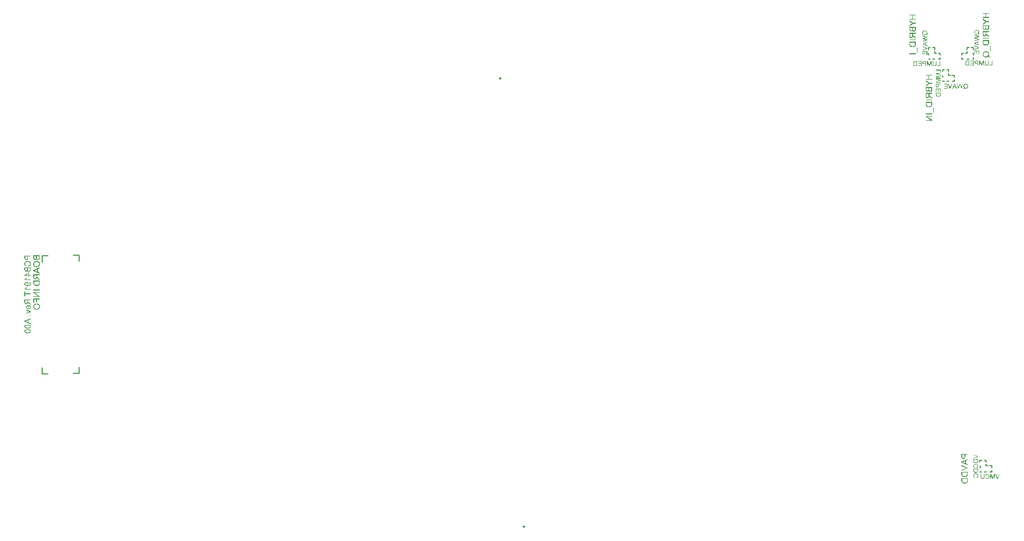
<source format=gbo>
G04 Layer_Color=32896*
%FSLAX25Y25*%
%MOIN*%
G70*
G01*
G75*
%ADD12C,0.01000*%
%ADD13C,0.00600*%
%ADD14C,0.00591*%
G36*
X270783Y140605D02*
X270426D01*
Y142456D01*
X269396D01*
Y140790D01*
X269038D01*
Y142456D01*
X268119D01*
Y140676D01*
X267761D01*
Y142857D01*
X270783D01*
Y140605D01*
D02*
G37*
G36*
X-305982Y33765D02*
X-305787Y33745D01*
X-305702Y33730D01*
X-305617Y33710D01*
X-305537Y33695D01*
X-305462Y33675D01*
X-305392Y33655D01*
X-305332Y33640D01*
X-305282Y33620D01*
X-305237Y33605D01*
X-305202Y33595D01*
X-305172Y33585D01*
X-305157Y33575D01*
X-305152D01*
X-305067Y33535D01*
X-304982Y33490D01*
X-304907Y33445D01*
X-304837Y33395D01*
X-304767Y33345D01*
X-304707Y33295D01*
X-304652Y33250D01*
X-304607Y33200D01*
X-304562Y33155D01*
X-304522Y33115D01*
X-304492Y33075D01*
X-304467Y33045D01*
X-304442Y33015D01*
X-304427Y32995D01*
X-304422Y32985D01*
X-304417Y32980D01*
X-304372Y32905D01*
X-304337Y32825D01*
X-304302Y32740D01*
X-304272Y32655D01*
X-304227Y32485D01*
X-304197Y32325D01*
X-304187Y32250D01*
X-304182Y32185D01*
X-304177Y32120D01*
X-304172Y32070D01*
X-304167Y32025D01*
Y31990D01*
Y31970D01*
Y31965D01*
X-304172Y31855D01*
X-304182Y31750D01*
X-304197Y31650D01*
X-304217Y31555D01*
X-304242Y31465D01*
X-304272Y31380D01*
X-304297Y31305D01*
X-304332Y31230D01*
X-304362Y31170D01*
X-304387Y31115D01*
X-304417Y31065D01*
X-304442Y31025D01*
X-304462Y30990D01*
X-304477Y30970D01*
X-304487Y30955D01*
X-304492Y30950D01*
X-304557Y30875D01*
X-304627Y30805D01*
X-304702Y30740D01*
X-304782Y30685D01*
X-304862Y30630D01*
X-304937Y30585D01*
X-305017Y30540D01*
X-305092Y30505D01*
X-305167Y30470D01*
X-305232Y30445D01*
X-305292Y30420D01*
X-305342Y30400D01*
X-305387Y30390D01*
X-305422Y30380D01*
X-305442Y30370D01*
X-305447D01*
X-305577Y30880D01*
X-305487Y30905D01*
X-305407Y30930D01*
X-305332Y30960D01*
X-305257Y30990D01*
X-305192Y31025D01*
X-305132Y31055D01*
X-305077Y31090D01*
X-305032Y31125D01*
X-304987Y31155D01*
X-304952Y31185D01*
X-304917Y31215D01*
X-304892Y31235D01*
X-304872Y31255D01*
X-304857Y31270D01*
X-304852Y31280D01*
X-304847Y31285D01*
X-304802Y31340D01*
X-304767Y31400D01*
X-304732Y31460D01*
X-304707Y31525D01*
X-304662Y31645D01*
X-304632Y31760D01*
X-304622Y31810D01*
X-304617Y31860D01*
X-304612Y31900D01*
X-304607Y31940D01*
X-304602Y31970D01*
Y31990D01*
Y32005D01*
Y32010D01*
X-304612Y32140D01*
X-304632Y32260D01*
X-304657Y32370D01*
X-304692Y32470D01*
X-304727Y32550D01*
X-304742Y32585D01*
X-304752Y32610D01*
X-304767Y32635D01*
X-304772Y32650D01*
X-304782Y32660D01*
Y32665D01*
X-304857Y32770D01*
X-304942Y32860D01*
X-305032Y32935D01*
X-305122Y33000D01*
X-305202Y33050D01*
X-305237Y33065D01*
X-305267Y33080D01*
X-305292Y33095D01*
X-305312Y33105D01*
X-305322Y33110D01*
X-305327D01*
X-305467Y33155D01*
X-305617Y33190D01*
X-305757Y33215D01*
X-305892Y33230D01*
X-305952Y33240D01*
X-306007D01*
X-306057Y33245D01*
X-306102Y33250D01*
X-306182D01*
X-306322Y33245D01*
X-306457Y33230D01*
X-306582Y33210D01*
X-306697Y33190D01*
X-306742Y33180D01*
X-306787Y33170D01*
X-306827Y33160D01*
X-306862Y33150D01*
X-306887Y33140D01*
X-306907Y33135D01*
X-306917Y33130D01*
X-306922D01*
X-307052Y33080D01*
X-307162Y33015D01*
X-307262Y32945D01*
X-307342Y32875D01*
X-307407Y32815D01*
X-307452Y32765D01*
X-307472Y32745D01*
X-307482Y32730D01*
X-307492Y32720D01*
Y32715D01*
X-307532Y32655D01*
X-307562Y32595D01*
X-307617Y32470D01*
X-307657Y32345D01*
X-307682Y32230D01*
X-307687Y32175D01*
X-307697Y32125D01*
X-307702Y32080D01*
Y32045D01*
X-307707Y32015D01*
Y31990D01*
Y31975D01*
Y31970D01*
X-307697Y31830D01*
X-307677Y31705D01*
X-307647Y31595D01*
X-307612Y31500D01*
X-307572Y31425D01*
X-307557Y31395D01*
X-307542Y31370D01*
X-307532Y31350D01*
X-307522Y31335D01*
X-307512Y31330D01*
Y31325D01*
X-307472Y31280D01*
X-307432Y31235D01*
X-307337Y31155D01*
X-307237Y31090D01*
X-307137Y31035D01*
X-307047Y30990D01*
X-307007Y30975D01*
X-306972Y30960D01*
X-306942Y30950D01*
X-306922Y30940D01*
X-306907Y30935D01*
X-306902D01*
X-307022Y30435D01*
X-307117Y30465D01*
X-307212Y30505D01*
X-307297Y30545D01*
X-307377Y30590D01*
X-307447Y30635D01*
X-307517Y30680D01*
X-307577Y30725D01*
X-307632Y30770D01*
X-307682Y30815D01*
X-307727Y30855D01*
X-307762Y30895D01*
X-307792Y30925D01*
X-307817Y30950D01*
X-307832Y30975D01*
X-307842Y30985D01*
X-307847Y30990D01*
X-307897Y31065D01*
X-307947Y31145D01*
X-307982Y31225D01*
X-308017Y31305D01*
X-308047Y31390D01*
X-308072Y31470D01*
X-308107Y31620D01*
X-308117Y31690D01*
X-308127Y31755D01*
X-308132Y31815D01*
X-308137Y31865D01*
X-308142Y31905D01*
Y31935D01*
Y31955D01*
Y31960D01*
Y32055D01*
X-308132Y32145D01*
X-308107Y32320D01*
X-308067Y32480D01*
X-308047Y32550D01*
X-308027Y32620D01*
X-308002Y32680D01*
X-307982Y32735D01*
X-307962Y32780D01*
X-307942Y32820D01*
X-307927Y32850D01*
X-307917Y32875D01*
X-307912Y32890D01*
X-307907Y32895D01*
X-307862Y32970D01*
X-307812Y33045D01*
X-307702Y33175D01*
X-307592Y33290D01*
X-307482Y33380D01*
X-307427Y33420D01*
X-307382Y33455D01*
X-307337Y33485D01*
X-307302Y33505D01*
X-307272Y33525D01*
X-307247Y33540D01*
X-307232Y33545D01*
X-307227Y33550D01*
X-307142Y33590D01*
X-307052Y33625D01*
X-306877Y33680D01*
X-306702Y33720D01*
X-306617Y33735D01*
X-306537Y33745D01*
X-306462Y33755D01*
X-306397Y33765D01*
X-306337Y33770D01*
X-306282D01*
X-306242Y33775D01*
X-306182D01*
X-305982Y33765D01*
D02*
G37*
G36*
X270783Y138962D02*
X270779Y138864D01*
X270776Y138769D01*
X270768Y138687D01*
X270756Y138616D01*
X270748Y138557D01*
X270744Y138534D01*
X270740Y138514D01*
X270736Y138498D01*
Y138487D01*
X270732Y138483D01*
Y138479D01*
X270713Y138404D01*
X270689Y138333D01*
X270661Y138270D01*
X270638Y138219D01*
X270618Y138176D01*
X270599Y138145D01*
X270587Y138125D01*
X270583Y138117D01*
X270540Y138062D01*
X270497Y138007D01*
X270449Y137960D01*
X270406Y137921D01*
X270367Y137885D01*
X270335Y137862D01*
X270316Y137842D01*
X270308Y137838D01*
X270241Y137795D01*
X270166Y137752D01*
X270092Y137716D01*
X270021Y137689D01*
X269962Y137665D01*
X269935Y137657D01*
X269911Y137650D01*
X269895Y137642D01*
X269879Y137638D01*
X269872Y137634D01*
X269868D01*
X269765Y137606D01*
X269659Y137587D01*
X269557Y137571D01*
X269463Y137563D01*
X269420Y137559D01*
X269380Y137555D01*
X269345D01*
X269318Y137551D01*
X269258D01*
X269113Y137555D01*
X268975Y137571D01*
X268913Y137579D01*
X268854Y137591D01*
X268799Y137602D01*
X268748Y137610D01*
X268700Y137622D01*
X268661Y137634D01*
X268626Y137646D01*
X268594Y137653D01*
X268571Y137661D01*
X268555Y137669D01*
X268543Y137673D01*
X268539D01*
X268425Y137720D01*
X268327Y137779D01*
X268237Y137838D01*
X268162Y137897D01*
X268131Y137925D01*
X268103Y137948D01*
X268079Y137972D01*
X268060Y137991D01*
X268044Y138007D01*
X268032Y138019D01*
X268028Y138027D01*
X268024Y138031D01*
X267969Y138101D01*
X267922Y138176D01*
X267887Y138251D01*
X267856Y138321D01*
X267836Y138381D01*
X267828Y138408D01*
X267820Y138432D01*
X267816Y138447D01*
X267812Y138463D01*
X267808Y138471D01*
Y138475D01*
X267793Y138549D01*
X267781Y138636D01*
X267773Y138726D01*
X267765Y138813D01*
Y138887D01*
X267761Y138923D01*
Y138950D01*
Y138974D01*
Y138994D01*
Y139005D01*
Y139009D01*
Y140051D01*
X270783D01*
Y138962D01*
D02*
G37*
G36*
X269679Y152238D02*
X269758Y152230D01*
X269832Y152222D01*
X269899Y152214D01*
X269962Y152206D01*
X270017Y152194D01*
X270068Y152183D01*
X270115Y152175D01*
X270155Y152163D01*
X270190Y152155D01*
X270217Y152143D01*
X270241Y152139D01*
X270257Y152131D01*
X270265Y152128D01*
X270269D01*
X270367Y152076D01*
X270449Y152018D01*
X270524Y151955D01*
X270583Y151892D01*
X270630Y151833D01*
X270661Y151786D01*
X270673Y151770D01*
X270681Y151754D01*
X270689Y151746D01*
Y151742D01*
X270736Y151636D01*
X270772Y151518D01*
X270799Y151405D01*
X270815Y151294D01*
X270823Y151243D01*
X270827Y151196D01*
X270830Y151153D01*
Y151118D01*
X270834Y151086D01*
Y151067D01*
Y151051D01*
Y151047D01*
X270830Y150968D01*
X270827Y150890D01*
X270819Y150819D01*
X270807Y150752D01*
X270795Y150689D01*
X270783Y150634D01*
X270768Y150579D01*
X270752Y150532D01*
X270736Y150489D01*
X270721Y150450D01*
X270709Y150418D01*
X270697Y150391D01*
X270685Y150371D01*
X270677Y150355D01*
X270669Y150347D01*
Y150343D01*
X270638Y150296D01*
X270603Y150249D01*
X270528Y150171D01*
X270457Y150108D01*
X270386Y150057D01*
X270327Y150017D01*
X270300Y150002D01*
X270276Y149990D01*
X270261Y149982D01*
X270245Y149974D01*
X270237Y149970D01*
X270233D01*
X270182Y149950D01*
X270127Y149935D01*
X270009Y149907D01*
X269887Y149891D01*
X269769Y149876D01*
X269718Y149872D01*
X269667Y149868D01*
X269624D01*
X269585Y149864D01*
X267761D01*
Y150265D01*
X269506D01*
X269608Y150269D01*
X269703Y150273D01*
X269789Y150280D01*
X269868Y150292D01*
X269938Y150308D01*
X270001Y150324D01*
X270056Y150339D01*
X270104Y150359D01*
X270147Y150375D01*
X270182Y150394D01*
X270214Y150410D01*
X270237Y150422D01*
X270253Y150438D01*
X270265Y150446D01*
X270272Y150450D01*
X270276Y150453D01*
X270312Y150493D01*
X270339Y150536D01*
X270367Y150583D01*
X270390Y150630D01*
X270426Y150736D01*
X270449Y150839D01*
X270457Y150886D01*
X270461Y150933D01*
X270465Y150976D01*
X270469Y151012D01*
X270473Y151039D01*
Y151063D01*
Y151078D01*
Y151082D01*
X270469Y151177D01*
X270457Y151259D01*
X270441Y151334D01*
X270422Y151397D01*
X270406Y151448D01*
X270390Y151487D01*
X270378Y151511D01*
X270375Y151514D01*
Y151518D01*
X270331Y151581D01*
X270288Y151632D01*
X270237Y151676D01*
X270194Y151711D01*
X270151Y151739D01*
X270119Y151754D01*
X270096Y151766D01*
X270092Y151770D01*
X270088D01*
X270048Y151782D01*
X270009Y151794D01*
X269919Y151809D01*
X269820Y151825D01*
X269726Y151833D01*
X269683D01*
X269640Y151837D01*
X269604D01*
X269569Y151841D01*
X267761D01*
Y152242D01*
X269597D01*
X269679Y152238D01*
D02*
G37*
G36*
X270783Y148822D02*
X268209D01*
X270783Y147950D01*
Y147592D01*
X268252Y146708D01*
X270783D01*
Y146323D01*
X267761D01*
Y146861D01*
X269864Y147588D01*
X269978Y147628D01*
X270076Y147659D01*
X270159Y147687D01*
X270229Y147710D01*
X270280Y147726D01*
X270320Y147738D01*
X270343Y147746D01*
X270351Y147750D01*
X270288Y147769D01*
X270217Y147793D01*
X270143Y147816D01*
X270072Y147840D01*
X270005Y147860D01*
X269978Y147871D01*
X269950Y147879D01*
X269931Y147887D01*
X269915Y147891D01*
X269907Y147895D01*
X269903D01*
X267761Y148610D01*
Y149208D01*
X270783D01*
Y148822D01*
D02*
G37*
G36*
Y145278D02*
X269557D01*
Y144507D01*
X269553Y144393D01*
X269545Y144287D01*
X269534Y144189D01*
X269514Y144099D01*
X269494Y144020D01*
X269471Y143945D01*
X269447Y143883D01*
X269424Y143824D01*
X269400Y143776D01*
X269373Y143733D01*
X269353Y143698D01*
X269333Y143670D01*
X269314Y143651D01*
X269302Y143635D01*
X269294Y143627D01*
X269290Y143623D01*
X269239Y143580D01*
X269184Y143541D01*
X269129Y143509D01*
X269074Y143482D01*
X269019Y143454D01*
X268968Y143434D01*
X268862Y143407D01*
X268818Y143395D01*
X268775Y143387D01*
X268736Y143383D01*
X268700Y143379D01*
X268673Y143376D01*
X268638D01*
X268555Y143379D01*
X268480Y143391D01*
X268410Y143407D01*
X268347Y143423D01*
X268296Y143438D01*
X268256Y143454D01*
X268245Y143462D01*
X268233Y143466D01*
X268229Y143470D01*
X268225D01*
X268158Y143505D01*
X268099Y143544D01*
X268048Y143588D01*
X268009Y143627D01*
X267977Y143658D01*
X267954Y143690D01*
X267938Y143706D01*
X267934Y143713D01*
X267899Y143772D01*
X267867Y143835D01*
X267844Y143894D01*
X267824Y143953D01*
X267808Y144004D01*
X267800Y144047D01*
X267796Y144063D01*
X267793Y144071D01*
Y144079D01*
Y144083D01*
X267781Y144146D01*
X267773Y144220D01*
X267769Y144299D01*
X267765Y144370D01*
X267761Y144437D01*
Y144468D01*
Y144492D01*
Y144515D01*
Y144531D01*
Y144539D01*
Y144543D01*
Y145678D01*
X270783D01*
Y145278D01*
D02*
G37*
G36*
X262303Y171927D02*
X261387Y171597D01*
Y170331D01*
X262303Y169981D01*
Y169529D01*
X259281Y170759D01*
Y171196D01*
X262303Y172347D01*
Y171927D01*
D02*
G37*
G36*
Y168343D02*
Y167926D01*
X259281Y166747D01*
Y167152D01*
X261478Y167969D01*
X261568Y168005D01*
X261659Y168036D01*
X261745Y168064D01*
X261820Y168087D01*
X261883Y168107D01*
X261906Y168115D01*
X261930Y168122D01*
X261949Y168126D01*
X261961Y168130D01*
X261969Y168134D01*
X261973D01*
X261887Y168158D01*
X261796Y168185D01*
X261714Y168213D01*
X261639Y168236D01*
X261572Y168260D01*
X261545Y168268D01*
X261521Y168276D01*
X261505Y168284D01*
X261490Y168288D01*
X261482Y168291D01*
X261478D01*
X259281Y169078D01*
Y169514D01*
X262303Y168343D01*
D02*
G37*
G36*
Y164130D02*
X261946D01*
Y165981D01*
X260916D01*
Y164314D01*
X260558D01*
Y165981D01*
X259639D01*
Y164200D01*
X259281D01*
Y166382D01*
X262303D01*
Y164130D01*
D02*
G37*
G36*
X-304232Y36695D02*
X-305792D01*
Y35715D01*
X-305797Y35570D01*
X-305807Y35435D01*
X-305822Y35310D01*
X-305847Y35195D01*
X-305872Y35095D01*
X-305902Y35000D01*
X-305932Y34920D01*
X-305962Y34845D01*
X-305992Y34785D01*
X-306027Y34730D01*
X-306052Y34685D01*
X-306077Y34650D01*
X-306102Y34625D01*
X-306117Y34605D01*
X-306127Y34595D01*
X-306132Y34590D01*
X-306197Y34535D01*
X-306267Y34485D01*
X-306337Y34445D01*
X-306407Y34410D01*
X-306477Y34375D01*
X-306542Y34350D01*
X-306677Y34315D01*
X-306732Y34300D01*
X-306787Y34290D01*
X-306837Y34285D01*
X-306882Y34280D01*
X-306917Y34275D01*
X-306962D01*
X-307067Y34280D01*
X-307162Y34295D01*
X-307252Y34315D01*
X-307332Y34335D01*
X-307397Y34355D01*
X-307447Y34375D01*
X-307462Y34385D01*
X-307477Y34390D01*
X-307482Y34395D01*
X-307487D01*
X-307572Y34440D01*
X-307647Y34490D01*
X-307712Y34545D01*
X-307762Y34595D01*
X-307802Y34635D01*
X-307832Y34675D01*
X-307852Y34695D01*
X-307857Y34705D01*
X-307902Y34780D01*
X-307942Y34860D01*
X-307972Y34935D01*
X-307997Y35010D01*
X-308017Y35075D01*
X-308027Y35130D01*
X-308032Y35150D01*
X-308037Y35160D01*
Y35170D01*
Y35175D01*
X-308052Y35255D01*
X-308062Y35350D01*
X-308067Y35450D01*
X-308072Y35540D01*
X-308077Y35625D01*
Y35665D01*
Y35695D01*
Y35725D01*
Y35745D01*
Y35755D01*
Y35760D01*
Y37205D01*
X-304232D01*
Y36695D01*
D02*
G37*
G36*
X260877Y179425D02*
X260959Y179421D01*
X261108Y179402D01*
X261179Y179390D01*
X261246Y179374D01*
X261309Y179358D01*
X261368Y179339D01*
X261419Y179323D01*
X261466Y179307D01*
X261505Y179292D01*
X261541Y179280D01*
X261568Y179268D01*
X261588Y179260D01*
X261600Y179252D01*
X261604D01*
X261729Y179178D01*
X261788Y179138D01*
X261839Y179095D01*
X261891Y179052D01*
X261938Y179009D01*
X261977Y178969D01*
X262016Y178926D01*
X262048Y178887D01*
X262075Y178851D01*
X262103Y178820D01*
X262122Y178793D01*
X262138Y178769D01*
X262150Y178753D01*
X262154Y178741D01*
X262158Y178737D01*
X262193Y178675D01*
X262221Y178608D01*
X262248Y178545D01*
X262272Y178482D01*
X262307Y178356D01*
X262331Y178242D01*
X262338Y178187D01*
X262343Y178140D01*
X262346Y178101D01*
X262350Y178065D01*
X262354Y178034D01*
Y178014D01*
Y177999D01*
Y177995D01*
X262350Y177920D01*
X262346Y177845D01*
X262327Y177708D01*
X262311Y177641D01*
X262295Y177578D01*
X262280Y177523D01*
X262260Y177468D01*
X262244Y177421D01*
X262228Y177378D01*
X262213Y177342D01*
X262197Y177311D01*
X262185Y177283D01*
X262177Y177268D01*
X262170Y177256D01*
Y177252D01*
X262256Y177130D01*
X262331Y177016D01*
X262393Y176906D01*
X262445Y176808D01*
X262464Y176765D01*
X262484Y176725D01*
X262500Y176690D01*
X262511Y176658D01*
X262523Y176635D01*
X262531Y176619D01*
X262535Y176607D01*
Y176603D01*
X262260Y176482D01*
X262225Y176572D01*
X262181Y176662D01*
X262134Y176749D01*
X262087Y176828D01*
X262048Y176894D01*
X262028Y176926D01*
X262012Y176949D01*
X262000Y176969D01*
X261989Y176985D01*
X261985Y176992D01*
X261981Y176997D01*
X261894Y176918D01*
X261808Y176847D01*
X261721Y176788D01*
X261639Y176741D01*
X261572Y176702D01*
X261541Y176686D01*
X261517Y176674D01*
X261494Y176666D01*
X261478Y176658D01*
X261470Y176655D01*
X261466D01*
X261352Y176615D01*
X261234Y176588D01*
X261120Y176568D01*
X261018Y176556D01*
X260971Y176548D01*
X260928Y176544D01*
X260888D01*
X260857Y176541D01*
X260712D01*
X260629Y176548D01*
X260476Y176568D01*
X260405Y176580D01*
X260342Y176596D01*
X260279Y176611D01*
X260220Y176627D01*
X260169Y176647D01*
X260126Y176662D01*
X260083Y176678D01*
X260051Y176690D01*
X260024Y176702D01*
X260004Y176710D01*
X259992Y176714D01*
X259988Y176717D01*
X259863Y176792D01*
X259804Y176831D01*
X259749Y176871D01*
X259701Y176914D01*
X259654Y176957D01*
X259611Y177000D01*
X259576Y177040D01*
X259540Y177079D01*
X259513Y177114D01*
X259489Y177150D01*
X259466Y177177D01*
X259450Y177201D01*
X259438Y177216D01*
X259434Y177228D01*
X259430Y177232D01*
X259395Y177295D01*
X259364Y177362D01*
X259336Y177425D01*
X259312Y177492D01*
X259277Y177617D01*
X259254Y177731D01*
X259246Y177786D01*
X259242Y177833D01*
X259238Y177877D01*
X259234Y177912D01*
X259230Y177944D01*
Y177963D01*
Y177979D01*
Y177983D01*
X259234Y178061D01*
X259238Y178136D01*
X259261Y178278D01*
X259273Y178340D01*
X259289Y178403D01*
X259309Y178462D01*
X259324Y178513D01*
X259344Y178565D01*
X259360Y178604D01*
X259379Y178643D01*
X259391Y178675D01*
X259403Y178698D01*
X259415Y178718D01*
X259419Y178730D01*
X259422Y178734D01*
X259462Y178793D01*
X259501Y178851D01*
X259591Y178954D01*
X259686Y179044D01*
X259776Y179115D01*
X259819Y179146D01*
X259859Y179174D01*
X259894Y179197D01*
X259926Y179213D01*
X259949Y179229D01*
X259969Y179241D01*
X259981Y179244D01*
X259984Y179248D01*
X260055Y179280D01*
X260126Y179307D01*
X260263Y179355D01*
X260401Y179386D01*
X260464Y179398D01*
X260527Y179405D01*
X260582Y179413D01*
X260633Y179421D01*
X260680Y179425D01*
X260719D01*
X260751Y179429D01*
X260794D01*
X260877Y179425D01*
D02*
G37*
G36*
X262303Y175487D02*
Y175067D01*
X260004Y174430D01*
X259945Y174415D01*
X259886Y174399D01*
X259823Y174383D01*
X259768Y174367D01*
X259721Y174355D01*
X259682Y174348D01*
X259666Y174344D01*
X259654D01*
X259650Y174340D01*
X259647D01*
X259662Y174336D01*
X259682Y174332D01*
X259729Y174316D01*
X259788Y174301D01*
X259851Y174285D01*
X259910Y174269D01*
X259957Y174253D01*
X259977Y174249D01*
X259992Y174246D01*
X260000Y174241D01*
X260004D01*
X262303Y173609D01*
Y173220D01*
X259281Y172390D01*
Y172795D01*
X261226Y173271D01*
X261360Y173302D01*
X261486Y173334D01*
X261596Y173357D01*
X261647Y173369D01*
X261694Y173381D01*
X261733Y173389D01*
X261773Y173397D01*
X261804Y173404D01*
X261832Y173408D01*
X261855Y173412D01*
X261871Y173416D01*
X261879Y173420D01*
X261883D01*
X261694Y173452D01*
X261505Y173491D01*
X261415Y173511D01*
X261325Y173530D01*
X261242Y173550D01*
X261159Y173570D01*
X261089Y173585D01*
X261022Y173605D01*
X260959Y173621D01*
X260912Y173632D01*
X260869Y173644D01*
X260837Y173652D01*
X260822Y173656D01*
X260814Y173660D01*
X259281Y174088D01*
Y174572D01*
X261325Y175145D01*
X261344Y175149D01*
X261372Y175157D01*
X261403Y175165D01*
X261442Y175177D01*
X261486Y175185D01*
X261533Y175197D01*
X261631Y175220D01*
X261725Y175244D01*
X261769Y175256D01*
X261804Y175263D01*
X261836Y175271D01*
X261863Y175279D01*
X261879Y175283D01*
X261883D01*
X261769Y175303D01*
X261659Y175322D01*
X261553Y175346D01*
X261458Y175365D01*
X261419Y175373D01*
X261380Y175381D01*
X261348Y175389D01*
X261321Y175397D01*
X261297Y175401D01*
X261281Y175405D01*
X261270Y175409D01*
X261266D01*
X259281Y175865D01*
Y176277D01*
X262303Y175487D01*
D02*
G37*
G36*
X270783Y152721D02*
X270426D01*
Y154207D01*
X267761D01*
Y154607D01*
X270783D01*
Y152721D01*
D02*
G37*
G36*
X293113Y-94544D02*
X293266Y-94560D01*
X293333Y-94572D01*
X293400Y-94587D01*
X293462Y-94599D01*
X293521Y-94615D01*
X293576Y-94631D01*
X293624Y-94643D01*
X293663Y-94658D01*
X293698Y-94670D01*
X293726Y-94678D01*
X293749Y-94686D01*
X293761Y-94694D01*
X293765D01*
X293832Y-94725D01*
X293899Y-94761D01*
X293958Y-94796D01*
X294013Y-94835D01*
X294068Y-94874D01*
X294115Y-94914D01*
X294158Y-94949D01*
X294193Y-94988D01*
X294229Y-95024D01*
X294260Y-95055D01*
X294284Y-95087D01*
X294303Y-95110D01*
X294323Y-95134D01*
X294335Y-95149D01*
X294339Y-95157D01*
X294343Y-95161D01*
X294378Y-95220D01*
X294406Y-95283D01*
X294433Y-95350D01*
X294457Y-95417D01*
X294492Y-95550D01*
X294516Y-95676D01*
X294524Y-95735D01*
X294528Y-95786D01*
X294531Y-95837D01*
X294535Y-95877D01*
X294539Y-95912D01*
Y-95939D01*
Y-95955D01*
Y-95959D01*
X294535Y-96046D01*
X294528Y-96128D01*
X294516Y-96207D01*
X294500Y-96281D01*
X294480Y-96352D01*
X294457Y-96419D01*
X294437Y-96478D01*
X294410Y-96537D01*
X294386Y-96584D01*
X294366Y-96627D01*
X294343Y-96667D01*
X294323Y-96698D01*
X294307Y-96725D01*
X294296Y-96741D01*
X294288Y-96753D01*
X294284Y-96757D01*
X294233Y-96816D01*
X294178Y-96871D01*
X294119Y-96922D01*
X294056Y-96965D01*
X293993Y-97008D01*
X293934Y-97044D01*
X293871Y-97079D01*
X293812Y-97107D01*
X293753Y-97134D01*
X293702Y-97154D01*
X293655Y-97174D01*
X293616Y-97189D01*
X293580Y-97197D01*
X293553Y-97205D01*
X293537Y-97213D01*
X293533D01*
X293431Y-96812D01*
X293502Y-96792D01*
X293565Y-96773D01*
X293624Y-96749D01*
X293683Y-96725D01*
X293734Y-96698D01*
X293781Y-96674D01*
X293824Y-96647D01*
X293859Y-96619D01*
X293895Y-96596D01*
X293922Y-96572D01*
X293950Y-96549D01*
X293969Y-96533D01*
X293985Y-96517D01*
X293997Y-96505D01*
X294001Y-96497D01*
X294005Y-96494D01*
X294040Y-96450D01*
X294068Y-96403D01*
X294095Y-96356D01*
X294115Y-96305D01*
X294150Y-96211D01*
X294174Y-96120D01*
X294182Y-96081D01*
X294186Y-96042D01*
X294190Y-96010D01*
X294193Y-95979D01*
X294197Y-95955D01*
Y-95939D01*
Y-95928D01*
Y-95924D01*
X294190Y-95822D01*
X294174Y-95727D01*
X294154Y-95641D01*
X294127Y-95562D01*
X294099Y-95499D01*
X294087Y-95472D01*
X294079Y-95452D01*
X294068Y-95433D01*
X294064Y-95421D01*
X294056Y-95413D01*
Y-95409D01*
X293997Y-95326D01*
X293930Y-95256D01*
X293859Y-95197D01*
X293789Y-95146D01*
X293726Y-95106D01*
X293698Y-95095D01*
X293675Y-95083D01*
X293655Y-95071D01*
X293639Y-95063D01*
X293631Y-95059D01*
X293628D01*
X293517Y-95024D01*
X293400Y-94996D01*
X293289Y-94977D01*
X293183Y-94965D01*
X293136Y-94957D01*
X293093D01*
X293054Y-94953D01*
X293018Y-94949D01*
X292955D01*
X292845Y-94953D01*
X292739Y-94965D01*
X292641Y-94981D01*
X292551Y-94996D01*
X292515Y-95004D01*
X292480Y-95012D01*
X292448Y-95020D01*
X292421Y-95028D01*
X292401Y-95036D01*
X292386Y-95039D01*
X292378Y-95043D01*
X292374D01*
X292272Y-95083D01*
X292185Y-95134D01*
X292107Y-95189D01*
X292044Y-95244D01*
X291993Y-95291D01*
X291957Y-95330D01*
X291942Y-95346D01*
X291934Y-95358D01*
X291926Y-95366D01*
Y-95370D01*
X291894Y-95417D01*
X291871Y-95464D01*
X291828Y-95562D01*
X291796Y-95660D01*
X291776Y-95751D01*
X291773Y-95794D01*
X291765Y-95833D01*
X291761Y-95869D01*
Y-95896D01*
X291757Y-95920D01*
Y-95939D01*
Y-95951D01*
Y-95955D01*
X291765Y-96065D01*
X291780Y-96163D01*
X291804Y-96250D01*
X291831Y-96325D01*
X291863Y-96384D01*
X291875Y-96407D01*
X291886Y-96427D01*
X291894Y-96443D01*
X291902Y-96454D01*
X291910Y-96458D01*
Y-96462D01*
X291942Y-96497D01*
X291973Y-96533D01*
X292048Y-96596D01*
X292126Y-96647D01*
X292205Y-96690D01*
X292276Y-96725D01*
X292307Y-96737D01*
X292335Y-96749D01*
X292358Y-96757D01*
X292374Y-96765D01*
X292386Y-96769D01*
X292390D01*
X292295Y-97162D01*
X292221Y-97138D01*
X292146Y-97107D01*
X292079Y-97075D01*
X292016Y-97040D01*
X291961Y-97004D01*
X291906Y-96969D01*
X291859Y-96934D01*
X291816Y-96898D01*
X291776Y-96863D01*
X291741Y-96832D01*
X291714Y-96800D01*
X291690Y-96776D01*
X291670Y-96757D01*
X291659Y-96737D01*
X291651Y-96729D01*
X291647Y-96725D01*
X291607Y-96667D01*
X291568Y-96604D01*
X291541Y-96541D01*
X291513Y-96478D01*
X291490Y-96411D01*
X291470Y-96348D01*
X291442Y-96230D01*
X291435Y-96175D01*
X291427Y-96124D01*
X291423Y-96077D01*
X291419Y-96038D01*
X291415Y-96006D01*
Y-95983D01*
Y-95967D01*
Y-95963D01*
Y-95888D01*
X291423Y-95818D01*
X291442Y-95680D01*
X291474Y-95554D01*
X291490Y-95499D01*
X291505Y-95444D01*
X291525Y-95397D01*
X291541Y-95354D01*
X291556Y-95319D01*
X291572Y-95287D01*
X291584Y-95263D01*
X291592Y-95244D01*
X291596Y-95232D01*
X291600Y-95228D01*
X291635Y-95169D01*
X291674Y-95110D01*
X291761Y-95008D01*
X291847Y-94918D01*
X291934Y-94847D01*
X291977Y-94815D01*
X292012Y-94788D01*
X292048Y-94764D01*
X292075Y-94749D01*
X292099Y-94733D01*
X292118Y-94721D01*
X292130Y-94717D01*
X292134Y-94713D01*
X292201Y-94682D01*
X292272Y-94654D01*
X292409Y-94611D01*
X292547Y-94580D01*
X292614Y-94568D01*
X292676Y-94560D01*
X292735Y-94552D01*
X292787Y-94544D01*
X292834Y-94540D01*
X292877D01*
X292908Y-94537D01*
X292955D01*
X293113Y-94544D01*
D02*
G37*
G36*
X294488Y-98793D02*
X294484Y-98891D01*
X294480Y-98985D01*
X294473Y-99068D01*
X294461Y-99138D01*
X294453Y-99197D01*
X294449Y-99221D01*
X294445Y-99241D01*
X294441Y-99256D01*
Y-99268D01*
X294437Y-99272D01*
Y-99276D01*
X294418Y-99351D01*
X294394Y-99421D01*
X294366Y-99484D01*
X294343Y-99535D01*
X294323Y-99579D01*
X294303Y-99610D01*
X294292Y-99630D01*
X294288Y-99638D01*
X294245Y-99693D01*
X294201Y-99748D01*
X294154Y-99795D01*
X294111Y-99834D01*
X294072Y-99870D01*
X294040Y-99893D01*
X294021Y-99913D01*
X294013Y-99917D01*
X293946Y-99960D01*
X293871Y-100003D01*
X293796Y-100039D01*
X293726Y-100066D01*
X293667Y-100090D01*
X293639Y-100097D01*
X293616Y-100105D01*
X293600Y-100113D01*
X293584Y-100117D01*
X293576Y-100121D01*
X293572D01*
X293470Y-100148D01*
X293364Y-100168D01*
X293262Y-100184D01*
X293168Y-100192D01*
X293125Y-100196D01*
X293085Y-100200D01*
X293050D01*
X293022Y-100204D01*
X292963D01*
X292818Y-100200D01*
X292680Y-100184D01*
X292618Y-100176D01*
X292559Y-100164D01*
X292503Y-100152D01*
X292452Y-100145D01*
X292405Y-100133D01*
X292366Y-100121D01*
X292331Y-100109D01*
X292299Y-100101D01*
X292276Y-100093D01*
X292260Y-100086D01*
X292248Y-100082D01*
X292244D01*
X292130Y-100034D01*
X292032Y-99976D01*
X291942Y-99917D01*
X291867Y-99858D01*
X291835Y-99830D01*
X291808Y-99807D01*
X291784Y-99783D01*
X291765Y-99763D01*
X291749Y-99748D01*
X291737Y-99736D01*
X291733Y-99728D01*
X291729Y-99724D01*
X291674Y-99653D01*
X291627Y-99579D01*
X291592Y-99504D01*
X291560Y-99433D01*
X291541Y-99374D01*
X291533Y-99347D01*
X291525Y-99323D01*
X291521Y-99308D01*
X291517Y-99292D01*
X291513Y-99284D01*
Y-99280D01*
X291497Y-99205D01*
X291486Y-99119D01*
X291478Y-99028D01*
X291470Y-98942D01*
Y-98867D01*
X291466Y-98832D01*
Y-98804D01*
Y-98781D01*
Y-98761D01*
Y-98749D01*
Y-98746D01*
Y-97704D01*
X294488D01*
Y-98793D01*
D02*
G37*
G36*
X293113Y-100644D02*
X293266Y-100659D01*
X293333Y-100671D01*
X293400Y-100687D01*
X293462Y-100699D01*
X293521Y-100714D01*
X293576Y-100730D01*
X293624Y-100742D01*
X293663Y-100758D01*
X293698Y-100769D01*
X293726Y-100777D01*
X293749Y-100785D01*
X293761Y-100793D01*
X293765D01*
X293832Y-100824D01*
X293899Y-100860D01*
X293958Y-100895D01*
X294013Y-100935D01*
X294068Y-100974D01*
X294115Y-101013D01*
X294158Y-101049D01*
X294193Y-101088D01*
X294229Y-101123D01*
X294260Y-101155D01*
X294284Y-101186D01*
X294303Y-101210D01*
X294323Y-101233D01*
X294335Y-101249D01*
X294339Y-101257D01*
X294343Y-101261D01*
X294378Y-101320D01*
X294406Y-101383D01*
X294433Y-101449D01*
X294457Y-101516D01*
X294492Y-101650D01*
X294516Y-101776D01*
X294524Y-101834D01*
X294528Y-101886D01*
X294531Y-101937D01*
X294535Y-101976D01*
X294539Y-102011D01*
Y-102039D01*
Y-102055D01*
Y-102058D01*
X294535Y-102145D01*
X294528Y-102227D01*
X294516Y-102306D01*
X294500Y-102381D01*
X294480Y-102452D01*
X294457Y-102518D01*
X294437Y-102577D01*
X294410Y-102636D01*
X294386Y-102683D01*
X294366Y-102727D01*
X294343Y-102766D01*
X294323Y-102797D01*
X294307Y-102825D01*
X294296Y-102840D01*
X294288Y-102852D01*
X294284Y-102856D01*
X294233Y-102915D01*
X294178Y-102970D01*
X294119Y-103021D01*
X294056Y-103065D01*
X293993Y-103108D01*
X293934Y-103143D01*
X293871Y-103179D01*
X293812Y-103206D01*
X293753Y-103234D01*
X293702Y-103253D01*
X293655Y-103273D01*
X293616Y-103289D01*
X293580Y-103296D01*
X293553Y-103304D01*
X293537Y-103312D01*
X293533D01*
X293431Y-102911D01*
X293502Y-102892D01*
X293565Y-102872D01*
X293624Y-102848D01*
X293683Y-102825D01*
X293734Y-102797D01*
X293781Y-102774D01*
X293824Y-102746D01*
X293859Y-102719D01*
X293895Y-102695D01*
X293922Y-102672D01*
X293950Y-102648D01*
X293969Y-102632D01*
X293985Y-102617D01*
X293997Y-102605D01*
X294001Y-102597D01*
X294005Y-102593D01*
X294040Y-102550D01*
X294068Y-102503D01*
X294095Y-102455D01*
X294115Y-102404D01*
X294150Y-102310D01*
X294174Y-102220D01*
X294182Y-102180D01*
X294186Y-102141D01*
X294190Y-102110D01*
X294193Y-102078D01*
X294197Y-102055D01*
Y-102039D01*
Y-102027D01*
Y-102023D01*
X294190Y-101921D01*
X294174Y-101827D01*
X294154Y-101740D01*
X294127Y-101662D01*
X294099Y-101599D01*
X294087Y-101571D01*
X294079Y-101551D01*
X294068Y-101532D01*
X294064Y-101520D01*
X294056Y-101512D01*
Y-101508D01*
X293997Y-101426D01*
X293930Y-101355D01*
X293859Y-101296D01*
X293789Y-101245D01*
X293726Y-101206D01*
X293698Y-101194D01*
X293675Y-101182D01*
X293655Y-101170D01*
X293639Y-101162D01*
X293631Y-101158D01*
X293628D01*
X293517Y-101123D01*
X293400Y-101096D01*
X293289Y-101076D01*
X293183Y-101064D01*
X293136Y-101056D01*
X293093D01*
X293054Y-101052D01*
X293018Y-101049D01*
X292955D01*
X292845Y-101052D01*
X292739Y-101064D01*
X292641Y-101080D01*
X292551Y-101096D01*
X292515Y-101103D01*
X292480Y-101111D01*
X292448Y-101119D01*
X292421Y-101127D01*
X292401Y-101135D01*
X292386Y-101139D01*
X292378Y-101143D01*
X292374D01*
X292272Y-101182D01*
X292185Y-101233D01*
X292107Y-101288D01*
X292044Y-101343D01*
X291993Y-101390D01*
X291957Y-101430D01*
X291942Y-101445D01*
X291934Y-101457D01*
X291926Y-101465D01*
Y-101469D01*
X291894Y-101516D01*
X291871Y-101563D01*
X291828Y-101662D01*
X291796Y-101760D01*
X291776Y-101850D01*
X291773Y-101893D01*
X291765Y-101933D01*
X291761Y-101968D01*
Y-101996D01*
X291757Y-102019D01*
Y-102039D01*
Y-102051D01*
Y-102055D01*
X291765Y-102165D01*
X291780Y-102263D01*
X291804Y-102349D01*
X291831Y-102424D01*
X291863Y-102483D01*
X291875Y-102506D01*
X291886Y-102526D01*
X291894Y-102542D01*
X291902Y-102554D01*
X291910Y-102558D01*
Y-102561D01*
X291942Y-102597D01*
X291973Y-102632D01*
X292048Y-102695D01*
X292126Y-102746D01*
X292205Y-102789D01*
X292276Y-102825D01*
X292307Y-102837D01*
X292335Y-102848D01*
X292358Y-102856D01*
X292374Y-102864D01*
X292386Y-102868D01*
X292390D01*
X292295Y-103261D01*
X292221Y-103237D01*
X292146Y-103206D01*
X292079Y-103175D01*
X292016Y-103139D01*
X291961Y-103104D01*
X291906Y-103068D01*
X291859Y-103033D01*
X291816Y-102998D01*
X291776Y-102962D01*
X291741Y-102931D01*
X291714Y-102900D01*
X291690Y-102876D01*
X291670Y-102856D01*
X291659Y-102837D01*
X291651Y-102829D01*
X291647Y-102825D01*
X291607Y-102766D01*
X291568Y-102703D01*
X291541Y-102640D01*
X291513Y-102577D01*
X291490Y-102510D01*
X291470Y-102447D01*
X291442Y-102330D01*
X291435Y-102275D01*
X291427Y-102224D01*
X291423Y-102176D01*
X291419Y-102137D01*
X291415Y-102106D01*
Y-102082D01*
Y-102066D01*
Y-102062D01*
Y-101988D01*
X291423Y-101917D01*
X291442Y-101779D01*
X291474Y-101654D01*
X291490Y-101599D01*
X291505Y-101544D01*
X291525Y-101497D01*
X291541Y-101453D01*
X291556Y-101418D01*
X291572Y-101386D01*
X291584Y-101363D01*
X291592Y-101343D01*
X291596Y-101331D01*
X291600Y-101328D01*
X291635Y-101268D01*
X291674Y-101210D01*
X291761Y-101107D01*
X291847Y-101017D01*
X291934Y-100946D01*
X291977Y-100915D01*
X292012Y-100887D01*
X292048Y-100864D01*
X292075Y-100848D01*
X292099Y-100832D01*
X292118Y-100821D01*
X292130Y-100817D01*
X292134Y-100813D01*
X292201Y-100781D01*
X292272Y-100754D01*
X292409Y-100710D01*
X292547Y-100679D01*
X292614Y-100667D01*
X292676Y-100659D01*
X292735Y-100652D01*
X292787Y-100644D01*
X292834Y-100640D01*
X292877D01*
X292908Y-100636D01*
X292955D01*
X293113Y-100644D01*
D02*
G37*
G36*
X294488Y-89652D02*
Y-90068D01*
X291466Y-91247D01*
Y-90842D01*
X293663Y-90025D01*
X293753Y-89989D01*
X293844Y-89958D01*
X293930Y-89930D01*
X294005Y-89907D01*
X294068Y-89887D01*
X294091Y-89879D01*
X294115Y-89872D01*
X294134Y-89868D01*
X294146Y-89864D01*
X294154Y-89860D01*
X294158D01*
X294072Y-89836D01*
X293981Y-89809D01*
X293899Y-89781D01*
X293824Y-89758D01*
X293757Y-89734D01*
X293730Y-89726D01*
X293706Y-89718D01*
X293690Y-89710D01*
X293675Y-89706D01*
X293667Y-89702D01*
X293663D01*
X291466Y-88916D01*
Y-88480D01*
X294488Y-89652D01*
D02*
G37*
G36*
X-305152Y24845D02*
X-304232D01*
Y24375D01*
X-305152D01*
Y23855D01*
X-305587D01*
Y24375D01*
X-308077D01*
Y24760D01*
X-305587Y26515D01*
X-305152D01*
Y24845D01*
D02*
G37*
G36*
X294488Y-92693D02*
X294484Y-92791D01*
X294480Y-92886D01*
X294473Y-92968D01*
X294461Y-93039D01*
X294453Y-93098D01*
X294449Y-93122D01*
X294445Y-93141D01*
X294441Y-93157D01*
Y-93169D01*
X294437Y-93173D01*
Y-93177D01*
X294418Y-93251D01*
X294394Y-93322D01*
X294366Y-93385D01*
X294343Y-93436D01*
X294323Y-93479D01*
X294303Y-93511D01*
X294292Y-93530D01*
X294288Y-93538D01*
X294245Y-93593D01*
X294201Y-93648D01*
X294154Y-93695D01*
X294111Y-93735D01*
X294072Y-93770D01*
X294040Y-93794D01*
X294021Y-93813D01*
X294013Y-93817D01*
X293946Y-93861D01*
X293871Y-93904D01*
X293796Y-93939D01*
X293726Y-93967D01*
X293667Y-93990D01*
X293639Y-93998D01*
X293616Y-94006D01*
X293600Y-94014D01*
X293584Y-94018D01*
X293576Y-94022D01*
X293572D01*
X293470Y-94049D01*
X293364Y-94069D01*
X293262Y-94085D01*
X293168Y-94092D01*
X293125Y-94096D01*
X293085Y-94100D01*
X293050D01*
X293022Y-94104D01*
X292963D01*
X292818Y-94100D01*
X292680Y-94085D01*
X292618Y-94077D01*
X292559Y-94065D01*
X292503Y-94053D01*
X292452Y-94045D01*
X292405Y-94033D01*
X292366Y-94022D01*
X292331Y-94010D01*
X292299Y-94002D01*
X292276Y-93994D01*
X292260Y-93986D01*
X292248Y-93982D01*
X292244D01*
X292130Y-93935D01*
X292032Y-93876D01*
X291942Y-93817D01*
X291867Y-93758D01*
X291835Y-93731D01*
X291808Y-93707D01*
X291784Y-93684D01*
X291765Y-93664D01*
X291749Y-93648D01*
X291737Y-93637D01*
X291733Y-93629D01*
X291729Y-93625D01*
X291674Y-93554D01*
X291627Y-93479D01*
X291592Y-93405D01*
X291560Y-93334D01*
X291541Y-93275D01*
X291533Y-93247D01*
X291525Y-93224D01*
X291521Y-93208D01*
X291517Y-93192D01*
X291513Y-93185D01*
Y-93181D01*
X291497Y-93106D01*
X291486Y-93019D01*
X291478Y-92929D01*
X291470Y-92843D01*
Y-92768D01*
X291466Y-92733D01*
Y-92705D01*
Y-92681D01*
Y-92662D01*
Y-92650D01*
Y-92646D01*
Y-91605D01*
X294488D01*
Y-92693D01*
D02*
G37*
G36*
X281009Y142717D02*
X280588D01*
X280258Y143632D01*
X278993D01*
X278643Y142717D01*
X278191D01*
X279421Y145739D01*
X279857D01*
X281009Y142717D01*
D02*
G37*
G36*
X275043D02*
X272791D01*
Y143074D01*
X274642D01*
Y144104D01*
X272976D01*
Y144462D01*
X274642D01*
Y145381D01*
X272862D01*
Y145739D01*
X275043D01*
Y142717D01*
D02*
G37*
G36*
X286723Y145786D02*
X286798Y145782D01*
X286939Y145758D01*
X287002Y145747D01*
X287065Y145731D01*
X287124Y145711D01*
X287175Y145695D01*
X287226Y145676D01*
X287265Y145660D01*
X287305Y145641D01*
X287336Y145629D01*
X287360Y145617D01*
X287379Y145605D01*
X287391Y145601D01*
X287395Y145597D01*
X287454Y145558D01*
X287513Y145519D01*
X287615Y145428D01*
X287705Y145334D01*
X287776Y145244D01*
X287808Y145200D01*
X287835Y145161D01*
X287859Y145126D01*
X287874Y145094D01*
X287890Y145071D01*
X287902Y145051D01*
X287906Y145039D01*
X287910Y145035D01*
X287941Y144965D01*
X287969Y144894D01*
X288016Y144756D01*
X288047Y144619D01*
X288059Y144556D01*
X288067Y144493D01*
X288075Y144438D01*
X288083Y144387D01*
X288087Y144340D01*
Y144300D01*
X288090Y144269D01*
Y144245D01*
Y144230D01*
Y144226D01*
X288087Y144143D01*
X288083Y144061D01*
X288063Y143911D01*
X288051Y143841D01*
X288035Y143774D01*
X288020Y143711D01*
X288000Y143652D01*
X287984Y143601D01*
X287969Y143554D01*
X287953Y143514D01*
X287941Y143479D01*
X287929Y143451D01*
X287922Y143432D01*
X287914Y143420D01*
Y143416D01*
X287839Y143290D01*
X287800Y143231D01*
X287756Y143180D01*
X287713Y143129D01*
X287670Y143082D01*
X287631Y143043D01*
X287587Y143003D01*
X287548Y142972D01*
X287513Y142945D01*
X287481Y142917D01*
X287454Y142897D01*
X287430Y142882D01*
X287415Y142870D01*
X287403Y142866D01*
X287399Y142862D01*
X287336Y142827D01*
X287269Y142799D01*
X287206Y142772D01*
X287143Y142748D01*
X287018Y142713D01*
X286904Y142689D01*
X286849Y142681D01*
X286802Y142677D01*
X286762Y142673D01*
X286727Y142669D01*
X286695Y142666D01*
X286656D01*
X286581Y142669D01*
X286507Y142673D01*
X286369Y142693D01*
X286302Y142709D01*
X286240Y142724D01*
X286185Y142740D01*
X286129Y142760D01*
X286082Y142775D01*
X286039Y142791D01*
X286004Y142807D01*
X285972Y142823D01*
X285945Y142834D01*
X285929Y142842D01*
X285917Y142850D01*
X285913D01*
X285791Y142764D01*
X285678Y142689D01*
X285567Y142626D01*
X285469Y142575D01*
X285426Y142555D01*
X285387Y142536D01*
X285351Y142520D01*
X285320Y142508D01*
X285296Y142497D01*
X285281Y142489D01*
X285269Y142485D01*
X285265D01*
X285143Y142760D01*
X285233Y142795D01*
X285324Y142838D01*
X285410Y142885D01*
X285489Y142933D01*
X285556Y142972D01*
X285587Y142992D01*
X285611Y143007D01*
X285630Y143019D01*
X285646Y143031D01*
X285654Y143035D01*
X285658Y143039D01*
X285579Y143125D01*
X285508Y143212D01*
X285450Y143298D01*
X285402Y143381D01*
X285363Y143447D01*
X285347Y143479D01*
X285336Y143502D01*
X285328Y143526D01*
X285320Y143542D01*
X285316Y143550D01*
Y143554D01*
X285277Y143668D01*
X285249Y143786D01*
X285229Y143900D01*
X285218Y144002D01*
X285210Y144049D01*
X285206Y144092D01*
Y144131D01*
X285202Y144163D01*
Y144190D01*
Y144210D01*
Y144222D01*
Y144226D01*
Y144308D01*
X285210Y144391D01*
X285229Y144544D01*
X285241Y144615D01*
X285257Y144678D01*
X285273Y144740D01*
X285289Y144799D01*
X285308Y144851D01*
X285324Y144894D01*
X285340Y144937D01*
X285351Y144968D01*
X285363Y144996D01*
X285371Y145016D01*
X285375Y145027D01*
X285379Y145031D01*
X285454Y145157D01*
X285493Y145216D01*
X285532Y145271D01*
X285575Y145318D01*
X285619Y145365D01*
X285662Y145409D01*
X285701Y145444D01*
X285740Y145479D01*
X285776Y145507D01*
X285811Y145530D01*
X285839Y145554D01*
X285862Y145570D01*
X285878Y145581D01*
X285890Y145585D01*
X285894Y145589D01*
X285957Y145625D01*
X286023Y145656D01*
X286086Y145684D01*
X286153Y145707D01*
X286279Y145743D01*
X286393Y145766D01*
X286448Y145774D01*
X286495Y145778D01*
X286538Y145782D01*
X286574Y145786D01*
X286605Y145790D01*
X286644D01*
X286723Y145786D01*
D02*
G37*
G36*
X-304232Y28305D02*
X-304237Y28170D01*
X-304242Y28050D01*
X-304252Y27945D01*
X-304262Y27855D01*
X-304272Y27785D01*
X-304277Y27755D01*
X-304282Y27730D01*
X-304287Y27710D01*
X-304292Y27695D01*
Y27690D01*
Y27685D01*
X-304317Y27595D01*
X-304347Y27510D01*
X-304382Y27440D01*
X-304412Y27380D01*
X-304437Y27330D01*
X-304462Y27295D01*
X-304477Y27270D01*
X-304482Y27265D01*
X-304537Y27205D01*
X-304592Y27150D01*
X-304652Y27100D01*
X-304712Y27060D01*
X-304762Y27025D01*
X-304802Y27000D01*
X-304832Y26985D01*
X-304842Y26980D01*
X-304932Y26940D01*
X-305017Y26915D01*
X-305102Y26895D01*
X-305177Y26880D01*
X-305247Y26870D01*
X-305297Y26865D01*
X-305342D01*
X-305462Y26875D01*
X-305572Y26895D01*
X-305672Y26925D01*
X-305757Y26960D01*
X-305827Y26995D01*
X-305877Y27025D01*
X-305897Y27035D01*
X-305912Y27045D01*
X-305917Y27055D01*
X-305922D01*
X-306007Y27130D01*
X-306082Y27215D01*
X-306142Y27305D01*
X-306192Y27390D01*
X-306232Y27470D01*
X-306247Y27505D01*
X-306257Y27530D01*
X-306267Y27555D01*
X-306272Y27575D01*
X-306277Y27585D01*
Y27590D01*
X-306327Y27495D01*
X-306387Y27415D01*
X-306442Y27345D01*
X-306497Y27285D01*
X-306547Y27240D01*
X-306587Y27210D01*
X-306612Y27190D01*
X-306622Y27185D01*
X-306707Y27140D01*
X-306787Y27105D01*
X-306867Y27085D01*
X-306942Y27065D01*
X-307002Y27055D01*
X-307052Y27050D01*
X-307092D01*
X-307192Y27055D01*
X-307282Y27075D01*
X-307367Y27100D01*
X-307442Y27125D01*
X-307507Y27155D01*
X-307557Y27180D01*
X-307587Y27200D01*
X-307592Y27205D01*
X-307597D01*
X-307682Y27265D01*
X-307757Y27335D01*
X-307817Y27400D01*
X-307867Y27470D01*
X-307907Y27530D01*
X-307937Y27575D01*
X-307947Y27595D01*
X-307952Y27610D01*
X-307957Y27615D01*
Y27620D01*
X-307997Y27725D01*
X-308027Y27840D01*
X-308047Y27960D01*
X-308062Y28070D01*
X-308072Y28170D01*
Y28215D01*
X-308077Y28250D01*
Y28280D01*
Y28305D01*
Y28320D01*
Y28325D01*
Y29765D01*
X-304232D01*
Y28305D01*
D02*
G37*
G36*
X284149Y142717D02*
X283728D01*
X283092Y145016D01*
X283076Y145074D01*
X283060Y145133D01*
X283044Y145196D01*
X283029Y145251D01*
X283017Y145299D01*
X283009Y145338D01*
X283005Y145354D01*
Y145365D01*
X283001Y145369D01*
Y145373D01*
X282997Y145358D01*
X282993Y145338D01*
X282978Y145291D01*
X282962Y145232D01*
X282946Y145169D01*
X282930Y145110D01*
X282915Y145063D01*
X282911Y145043D01*
X282907Y145027D01*
X282903Y145019D01*
Y145016D01*
X282270Y142717D01*
X281881D01*
X281052Y145739D01*
X281457D01*
X281932Y143793D01*
X281964Y143660D01*
X281995Y143534D01*
X282019Y143424D01*
X282031Y143373D01*
X282042Y143326D01*
X282050Y143286D01*
X282058Y143247D01*
X282066Y143216D01*
X282070Y143188D01*
X282074Y143165D01*
X282078Y143149D01*
X282082Y143141D01*
Y143137D01*
X282113Y143326D01*
X282152Y143514D01*
X282172Y143605D01*
X282192Y143695D01*
X282211Y143778D01*
X282231Y143860D01*
X282247Y143931D01*
X282266Y143998D01*
X282282Y144061D01*
X282294Y144108D01*
X282306Y144151D01*
X282313Y144182D01*
X282317Y144198D01*
X282321Y144206D01*
X282750Y145739D01*
X283233D01*
X283807Y143695D01*
X283811Y143675D01*
X283819Y143648D01*
X283826Y143616D01*
X283838Y143577D01*
X283846Y143534D01*
X283858Y143487D01*
X283881Y143389D01*
X283905Y143294D01*
X283917Y143251D01*
X283925Y143216D01*
X283933Y143184D01*
X283941Y143157D01*
X283944Y143141D01*
Y143137D01*
X283964Y143251D01*
X283984Y143361D01*
X284007Y143467D01*
X284027Y143561D01*
X284035Y143601D01*
X284043Y143640D01*
X284050Y143672D01*
X284058Y143699D01*
X284062Y143723D01*
X284066Y143738D01*
X284070Y143750D01*
Y143754D01*
X284526Y145739D01*
X284939D01*
X284149Y142717D01*
D02*
G37*
G36*
X277004D02*
X276587D01*
X275408Y145739D01*
X275813D01*
X276631Y143542D01*
X276666Y143451D01*
X276697Y143361D01*
X276725Y143275D01*
X276749Y143200D01*
X276768Y143137D01*
X276776Y143114D01*
X276784Y143090D01*
X276788Y143070D01*
X276792Y143058D01*
X276796Y143051D01*
Y143047D01*
X276819Y143133D01*
X276847Y143224D01*
X276874Y143306D01*
X276898Y143381D01*
X276922Y143447D01*
X276929Y143475D01*
X276937Y143499D01*
X276945Y143514D01*
X276949Y143530D01*
X276953Y143538D01*
Y143542D01*
X277739Y145739D01*
X278175D01*
X277004Y142717D01*
D02*
G37*
G36*
X-300277Y6793D02*
X-300183Y6788D01*
X-299995Y6762D01*
X-299827Y6725D01*
X-299748Y6704D01*
X-299675Y6683D01*
X-299612Y6662D01*
X-299549Y6641D01*
X-299497Y6620D01*
X-299455Y6605D01*
X-299418Y6589D01*
X-299392Y6578D01*
X-299376Y6568D01*
X-299371D01*
X-299203Y6474D01*
X-299051Y6363D01*
X-298989Y6311D01*
X-298926Y6254D01*
X-298868Y6196D01*
X-298816Y6143D01*
X-298774Y6091D01*
X-298732Y6044D01*
X-298700Y6002D01*
X-298674Y5965D01*
X-298648Y5934D01*
X-298632Y5913D01*
X-298627Y5897D01*
X-298622Y5892D01*
X-298574Y5808D01*
X-298533Y5719D01*
X-298496Y5635D01*
X-298464Y5546D01*
X-298417Y5373D01*
X-298386Y5216D01*
X-298370Y5143D01*
X-298365Y5080D01*
X-298360Y5022D01*
X-298354Y4970D01*
X-298349Y4933D01*
Y4902D01*
Y4881D01*
Y4875D01*
X-298354Y4776D01*
X-298360Y4682D01*
X-298386Y4503D01*
X-298428Y4336D01*
X-298449Y4262D01*
X-298475Y4189D01*
X-298496Y4126D01*
X-298517Y4068D01*
X-298538Y4021D01*
X-298559Y3979D01*
X-298574Y3948D01*
X-298585Y3922D01*
X-298595Y3906D01*
Y3901D01*
X-298643Y3817D01*
X-298695Y3738D01*
X-298816Y3597D01*
X-298936Y3476D01*
X-298994Y3424D01*
X-299051Y3377D01*
X-299109Y3335D01*
X-299156Y3298D01*
X-299203Y3272D01*
X-299245Y3246D01*
X-299277Y3225D01*
X-299303Y3209D01*
X-299319Y3204D01*
X-299324Y3199D01*
X-299418Y3157D01*
X-299513Y3115D01*
X-299701Y3052D01*
X-299885Y3010D01*
X-299974Y2994D01*
X-300057Y2978D01*
X-300136Y2968D01*
X-300204Y2957D01*
X-300267Y2952D01*
X-300319D01*
X-300367Y2947D01*
X-300534D01*
X-300644Y2957D01*
X-300849Y2984D01*
X-300943Y2999D01*
X-301032Y3020D01*
X-301116Y3041D01*
X-301189Y3062D01*
X-301257Y3088D01*
X-301320Y3109D01*
X-301373Y3131D01*
X-301420Y3146D01*
X-301456Y3162D01*
X-301483Y3172D01*
X-301498Y3178D01*
X-301504Y3183D01*
X-301671Y3282D01*
X-301750Y3335D01*
X-301823Y3387D01*
X-301886Y3445D01*
X-301949Y3503D01*
X-302007Y3560D01*
X-302054Y3613D01*
X-302101Y3665D01*
X-302138Y3712D01*
X-302169Y3759D01*
X-302201Y3796D01*
X-302222Y3827D01*
X-302237Y3848D01*
X-302242Y3864D01*
X-302248Y3869D01*
X-302295Y3953D01*
X-302337Y4042D01*
X-302374Y4126D01*
X-302405Y4215D01*
X-302452Y4383D01*
X-302484Y4535D01*
X-302494Y4608D01*
X-302499Y4671D01*
X-302504Y4729D01*
X-302510Y4776D01*
X-302515Y4818D01*
Y4844D01*
Y4865D01*
Y4870D01*
X-302510Y5027D01*
X-302489Y5174D01*
X-302463Y5316D01*
X-302426Y5446D01*
X-302384Y5572D01*
X-302337Y5688D01*
X-302284Y5792D01*
X-302232Y5887D01*
X-302174Y5971D01*
X-302127Y6049D01*
X-302075Y6112D01*
X-302033Y6164D01*
X-301996Y6206D01*
X-301970Y6238D01*
X-301949Y6259D01*
X-301944Y6264D01*
X-301834Y6358D01*
X-301713Y6442D01*
X-301588Y6510D01*
X-301462Y6573D01*
X-301331Y6626D01*
X-301200Y6667D01*
X-301074Y6704D01*
X-300948Y6730D01*
X-300833Y6751D01*
X-300723Y6772D01*
X-300629Y6783D01*
X-300545Y6788D01*
X-300471Y6793D01*
X-300419Y6798D01*
X-300377D01*
X-300277Y6793D01*
D02*
G37*
G36*
X295177Y175881D02*
Y175461D01*
X292878Y174824D01*
X292819Y174808D01*
X292760Y174792D01*
X292697Y174777D01*
X292642Y174761D01*
X292595Y174749D01*
X292556Y174741D01*
X292540Y174737D01*
X292528D01*
X292524Y174733D01*
X292520D01*
X292536Y174730D01*
X292556Y174726D01*
X292603Y174710D01*
X292662Y174694D01*
X292725Y174679D01*
X292784Y174663D01*
X292831Y174647D01*
X292851Y174643D01*
X292866Y174639D01*
X292874Y174635D01*
X292878D01*
X295177Y174003D01*
Y173613D01*
X292155Y172784D01*
Y173189D01*
X294100Y173664D01*
X294234Y173696D01*
X294360Y173727D01*
X294470Y173751D01*
X294521Y173763D01*
X294568Y173775D01*
X294607Y173782D01*
X294647Y173790D01*
X294678Y173798D01*
X294706Y173802D01*
X294729Y173806D01*
X294745Y173810D01*
X294753Y173814D01*
X294757D01*
X294568Y173845D01*
X294379Y173885D01*
X294289Y173904D01*
X294199Y173924D01*
X294116Y173944D01*
X294034Y173963D01*
X293963Y173979D01*
X293896Y173999D01*
X293833Y174014D01*
X293786Y174026D01*
X293743Y174038D01*
X293711Y174046D01*
X293696Y174050D01*
X293688Y174054D01*
X292155Y174482D01*
Y174965D01*
X294199Y175539D01*
X294218Y175543D01*
X294246Y175551D01*
X294277Y175559D01*
X294317Y175571D01*
X294360Y175578D01*
X294407Y175590D01*
X294505Y175614D01*
X294600Y175637D01*
X294643Y175649D01*
X294678Y175657D01*
X294709Y175665D01*
X294737Y175673D01*
X294753Y175677D01*
X294757D01*
X294643Y175696D01*
X294533Y175716D01*
X294426Y175740D01*
X294332Y175759D01*
X294293Y175767D01*
X294254Y175775D01*
X294222Y175783D01*
X294195Y175791D01*
X294171Y175795D01*
X294155Y175798D01*
X294144Y175802D01*
X294140D01*
X292155Y176258D01*
Y176671D01*
X295177Y175881D01*
D02*
G37*
G36*
X-298417Y19877D02*
X-298423Y19747D01*
X-298428Y19621D01*
X-298438Y19511D01*
X-298454Y19416D01*
X-298464Y19338D01*
X-298470Y19306D01*
X-298475Y19280D01*
X-298480Y19259D01*
Y19243D01*
X-298485Y19238D01*
Y19233D01*
X-298512Y19133D01*
X-298543Y19039D01*
X-298580Y18955D01*
X-298611Y18887D01*
X-298637Y18830D01*
X-298664Y18788D01*
X-298679Y18761D01*
X-298685Y18751D01*
X-298742Y18677D01*
X-298800Y18604D01*
X-298863Y18541D01*
X-298920Y18489D01*
X-298973Y18442D01*
X-299015Y18410D01*
X-299041Y18384D01*
X-299051Y18379D01*
X-299140Y18321D01*
X-299240Y18264D01*
X-299340Y18216D01*
X-299434Y18180D01*
X-299513Y18148D01*
X-299549Y18138D01*
X-299581Y18127D01*
X-299602Y18117D01*
X-299623Y18112D01*
X-299633Y18106D01*
X-299638D01*
X-299775Y18070D01*
X-299916Y18044D01*
X-300052Y18022D01*
X-300178Y18012D01*
X-300236Y18007D01*
X-300288Y18002D01*
X-300335D01*
X-300372Y17996D01*
X-300450D01*
X-300644Y18002D01*
X-300828Y18022D01*
X-300912Y18033D01*
X-300990Y18049D01*
X-301063Y18064D01*
X-301132Y18075D01*
X-301195Y18091D01*
X-301247Y18106D01*
X-301294Y18122D01*
X-301336Y18133D01*
X-301367Y18143D01*
X-301388Y18154D01*
X-301404Y18159D01*
X-301409D01*
X-301561Y18222D01*
X-301692Y18300D01*
X-301813Y18379D01*
X-301912Y18458D01*
X-301954Y18494D01*
X-301991Y18526D01*
X-302022Y18557D01*
X-302049Y18583D01*
X-302070Y18604D01*
X-302085Y18620D01*
X-302091Y18630D01*
X-302096Y18636D01*
X-302169Y18730D01*
X-302232Y18830D01*
X-302279Y18929D01*
X-302321Y19023D01*
X-302347Y19102D01*
X-302358Y19139D01*
X-302368Y19170D01*
X-302374Y19191D01*
X-302379Y19212D01*
X-302384Y19222D01*
Y19228D01*
X-302405Y19327D01*
X-302421Y19443D01*
X-302431Y19563D01*
X-302442Y19678D01*
Y19778D01*
X-302447Y19825D01*
Y19862D01*
Y19893D01*
Y19919D01*
Y19935D01*
Y19940D01*
Y21329D01*
X-298417D01*
Y19877D01*
D02*
G37*
G36*
X295177Y172320D02*
X294262Y171990D01*
Y170725D01*
X295177Y170375D01*
Y169923D01*
X292155Y171153D01*
Y171590D01*
X295177Y172741D01*
Y172320D01*
D02*
G37*
G36*
X288888Y157283D02*
X287800D01*
X287701Y157287D01*
X287607Y157291D01*
X287524Y157299D01*
X287454Y157311D01*
X287395Y157319D01*
X287371Y157323D01*
X287351Y157327D01*
X287336Y157331D01*
X287324D01*
X287320Y157334D01*
X287316D01*
X287242Y157354D01*
X287171Y157378D01*
X287108Y157405D01*
X287057Y157429D01*
X287014Y157448D01*
X286982Y157468D01*
X286963Y157480D01*
X286955Y157484D01*
X286900Y157527D01*
X286845Y157570D01*
X286797Y157617D01*
X286758Y157661D01*
X286723Y157700D01*
X286699Y157731D01*
X286680Y157751D01*
X286676Y157759D01*
X286632Y157826D01*
X286589Y157901D01*
X286554Y157975D01*
X286526Y158046D01*
X286503Y158105D01*
X286495Y158132D01*
X286487Y158156D01*
X286479Y158172D01*
X286475Y158187D01*
X286471Y158195D01*
Y158199D01*
X286444Y158301D01*
X286424Y158407D01*
X286408Y158510D01*
X286401Y158604D01*
X286397Y158647D01*
X286393Y158686D01*
Y158722D01*
X286389Y158749D01*
Y158777D01*
Y158793D01*
Y158804D01*
Y158808D01*
X286393Y158954D01*
X286408Y159091D01*
X286416Y159154D01*
X286428Y159213D01*
X286440Y159268D01*
X286448Y159319D01*
X286459Y159366D01*
X286471Y159406D01*
X286483Y159441D01*
X286491Y159473D01*
X286499Y159496D01*
X286507Y159512D01*
X286510Y159524D01*
Y159528D01*
X286558Y159642D01*
X286617Y159740D01*
X286676Y159830D01*
X286735Y159905D01*
X286762Y159936D01*
X286786Y159964D01*
X286809Y159987D01*
X286829Y160007D01*
X286845Y160023D01*
X286856Y160035D01*
X286864Y160038D01*
X286868Y160042D01*
X286939Y160097D01*
X287014Y160144D01*
X287088Y160180D01*
X287159Y160211D01*
X287218Y160231D01*
X287245Y160239D01*
X287269Y160247D01*
X287285Y160251D01*
X287300Y160255D01*
X287308Y160258D01*
X287312D01*
X287387Y160274D01*
X287473Y160286D01*
X287564Y160294D01*
X287650Y160302D01*
X287725D01*
X287760Y160306D01*
X288888D01*
Y157283D01*
D02*
G37*
G36*
X-298417Y15078D02*
X-302447D01*
Y15612D01*
X-298417D01*
Y15078D01*
D02*
G37*
G36*
X293751Y179819D02*
X293833Y179815D01*
X293983Y179795D01*
X294053Y179783D01*
X294120Y179768D01*
X294183Y179752D01*
X294242Y179732D01*
X294293Y179717D01*
X294340Y179701D01*
X294379Y179685D01*
X294415Y179674D01*
X294442Y179662D01*
X294462Y179654D01*
X294474Y179646D01*
X294478D01*
X294603Y179571D01*
X294662Y179532D01*
X294713Y179489D01*
X294764Y179446D01*
X294812Y179402D01*
X294851Y179363D01*
X294890Y179320D01*
X294922Y179280D01*
X294949Y179245D01*
X294977Y179214D01*
X294996Y179186D01*
X295012Y179163D01*
X295024Y179147D01*
X295028Y179135D01*
X295032Y179131D01*
X295067Y179068D01*
X295095Y179001D01*
X295122Y178939D01*
X295146Y178876D01*
X295181Y178750D01*
X295205Y178636D01*
X295213Y178581D01*
X295216Y178534D01*
X295220Y178495D01*
X295224Y178459D01*
X295228Y178428D01*
Y178408D01*
Y178392D01*
Y178388D01*
X295224Y178314D01*
X295220Y178239D01*
X295201Y178102D01*
X295185Y178035D01*
X295169Y177972D01*
X295154Y177917D01*
X295134Y177862D01*
X295118Y177815D01*
X295103Y177771D01*
X295087Y177736D01*
X295071Y177705D01*
X295059Y177677D01*
X295051Y177661D01*
X295044Y177649D01*
Y177646D01*
X295130Y177524D01*
X295205Y177410D01*
X295268Y177300D01*
X295319Y177201D01*
X295338Y177158D01*
X295358Y177119D01*
X295374Y177084D01*
X295386Y177052D01*
X295397Y177029D01*
X295405Y177013D01*
X295409Y177001D01*
Y176997D01*
X295134Y176875D01*
X295099Y176966D01*
X295055Y177056D01*
X295008Y177143D01*
X294961Y177221D01*
X294922Y177288D01*
X294902Y177319D01*
X294886Y177343D01*
X294875Y177363D01*
X294863Y177378D01*
X294859Y177386D01*
X294855Y177390D01*
X294768Y177312D01*
X294682Y177241D01*
X294596Y177182D01*
X294513Y177135D01*
X294446Y177095D01*
X294415Y177080D01*
X294391Y177068D01*
X294368Y177060D01*
X294352Y177052D01*
X294344Y177048D01*
X294340D01*
X294226Y177009D01*
X294108Y176981D01*
X293994Y176962D01*
X293892Y176950D01*
X293845Y176942D01*
X293802Y176938D01*
X293762D01*
X293731Y176934D01*
X293585D01*
X293503Y176942D01*
X293350Y176962D01*
X293279Y176974D01*
X293216Y176989D01*
X293153Y177005D01*
X293094Y177021D01*
X293043Y177040D01*
X293000Y177056D01*
X292957Y177072D01*
X292925Y177084D01*
X292898Y177095D01*
X292878Y177103D01*
X292866Y177107D01*
X292862Y177111D01*
X292737Y177186D01*
X292678Y177225D01*
X292623Y177264D01*
X292576Y177308D01*
X292528Y177351D01*
X292485Y177394D01*
X292450Y177433D01*
X292414Y177473D01*
X292387Y177508D01*
X292363Y177543D01*
X292340Y177571D01*
X292324Y177594D01*
X292312Y177610D01*
X292308Y177622D01*
X292304Y177626D01*
X292269Y177689D01*
X292237Y177756D01*
X292210Y177819D01*
X292186Y177885D01*
X292151Y178011D01*
X292127Y178125D01*
X292120Y178180D01*
X292116Y178227D01*
X292112Y178270D01*
X292108Y178306D01*
X292104Y178337D01*
Y178357D01*
Y178373D01*
Y178377D01*
X292108Y178455D01*
X292112Y178530D01*
X292135Y178671D01*
X292147Y178734D01*
X292163Y178797D01*
X292182Y178856D01*
X292198Y178907D01*
X292218Y178958D01*
X292234Y178998D01*
X292253Y179037D01*
X292265Y179068D01*
X292277Y179092D01*
X292289Y179112D01*
X292292Y179123D01*
X292297Y179127D01*
X292336Y179186D01*
X292375Y179245D01*
X292465Y179347D01*
X292560Y179438D01*
X292650Y179508D01*
X292693Y179540D01*
X292733Y179567D01*
X292768Y179591D01*
X292799Y179607D01*
X292823Y179622D01*
X292843Y179634D01*
X292854Y179638D01*
X292859Y179642D01*
X292929Y179674D01*
X293000Y179701D01*
X293138Y179748D01*
X293275Y179780D01*
X293338Y179791D01*
X293401Y179799D01*
X293456Y179807D01*
X293507Y179815D01*
X293554Y179819D01*
X293593D01*
X293625Y179823D01*
X293668D01*
X293751Y179819D01*
D02*
G37*
G36*
X-298417Y35765D02*
X-298423Y35624D01*
X-298428Y35498D01*
X-298438Y35388D01*
X-298449Y35294D01*
X-298459Y35220D01*
X-298464Y35189D01*
X-298470Y35163D01*
X-298475Y35142D01*
X-298480Y35126D01*
Y35121D01*
Y35115D01*
X-298506Y35021D01*
X-298538Y34932D01*
X-298574Y34859D01*
X-298606Y34796D01*
X-298632Y34743D01*
X-298658Y34707D01*
X-298674Y34681D01*
X-298679Y34675D01*
X-298737Y34612D01*
X-298795Y34555D01*
X-298857Y34502D01*
X-298920Y34460D01*
X-298973Y34424D01*
X-299015Y34398D01*
X-299046Y34382D01*
X-299057Y34377D01*
X-299151Y34335D01*
X-299240Y34308D01*
X-299329Y34288D01*
X-299408Y34272D01*
X-299481Y34261D01*
X-299533Y34256D01*
X-299581D01*
X-299706Y34266D01*
X-299822Y34288D01*
X-299926Y34319D01*
X-300015Y34356D01*
X-300089Y34392D01*
X-300141Y34424D01*
X-300162Y34434D01*
X-300178Y34445D01*
X-300183Y34455D01*
X-300188D01*
X-300277Y34534D01*
X-300356Y34623D01*
X-300419Y34717D01*
X-300471Y34806D01*
X-300513Y34890D01*
X-300529Y34927D01*
X-300539Y34953D01*
X-300550Y34979D01*
X-300555Y35000D01*
X-300560Y35011D01*
Y35016D01*
X-300613Y34916D01*
X-300676Y34833D01*
X-300733Y34759D01*
X-300791Y34696D01*
X-300843Y34649D01*
X-300885Y34618D01*
X-300912Y34597D01*
X-300922Y34591D01*
X-301011Y34544D01*
X-301095Y34508D01*
X-301179Y34487D01*
X-301257Y34466D01*
X-301320Y34455D01*
X-301373Y34450D01*
X-301415D01*
X-301519Y34455D01*
X-301614Y34476D01*
X-301703Y34502D01*
X-301781Y34528D01*
X-301850Y34560D01*
X-301902Y34586D01*
X-301933Y34607D01*
X-301939Y34612D01*
X-301944D01*
X-302033Y34675D01*
X-302112Y34749D01*
X-302174Y34817D01*
X-302227Y34890D01*
X-302269Y34953D01*
X-302300Y35000D01*
X-302311Y35021D01*
X-302316Y35037D01*
X-302321Y35042D01*
Y35047D01*
X-302363Y35157D01*
X-302395Y35278D01*
X-302415Y35404D01*
X-302431Y35519D01*
X-302442Y35624D01*
Y35671D01*
X-302447Y35708D01*
Y35739D01*
Y35765D01*
Y35781D01*
Y35786D01*
Y37295D01*
X-298417D01*
Y35765D01*
D02*
G37*
G36*
X-300277Y33680D02*
X-300183Y33674D01*
X-299995Y33648D01*
X-299827Y33612D01*
X-299748Y33591D01*
X-299675Y33570D01*
X-299612Y33549D01*
X-299549Y33528D01*
X-299497Y33507D01*
X-299455Y33491D01*
X-299418Y33475D01*
X-299392Y33465D01*
X-299376Y33454D01*
X-299371D01*
X-299203Y33360D01*
X-299051Y33250D01*
X-298989Y33198D01*
X-298926Y33140D01*
X-298868Y33082D01*
X-298816Y33030D01*
X-298774Y32978D01*
X-298732Y32930D01*
X-298700Y32888D01*
X-298674Y32852D01*
X-298648Y32820D01*
X-298632Y32799D01*
X-298627Y32784D01*
X-298622Y32778D01*
X-298574Y32695D01*
X-298533Y32605D01*
X-298496Y32522D01*
X-298464Y32432D01*
X-298417Y32260D01*
X-298386Y32102D01*
X-298370Y32029D01*
X-298365Y31966D01*
X-298360Y31909D01*
X-298354Y31856D01*
X-298349Y31819D01*
Y31788D01*
Y31767D01*
Y31762D01*
X-298354Y31662D01*
X-298360Y31568D01*
X-298386Y31390D01*
X-298428Y31222D01*
X-298449Y31149D01*
X-298475Y31075D01*
X-298496Y31012D01*
X-298517Y30955D01*
X-298538Y30908D01*
X-298559Y30866D01*
X-298574Y30834D01*
X-298585Y30808D01*
X-298595Y30792D01*
Y30787D01*
X-298643Y30703D01*
X-298695Y30625D01*
X-298816Y30483D01*
X-298936Y30363D01*
X-298994Y30310D01*
X-299051Y30263D01*
X-299109Y30221D01*
X-299156Y30185D01*
X-299203Y30158D01*
X-299245Y30132D01*
X-299277Y30111D01*
X-299303Y30095D01*
X-299319Y30090D01*
X-299324Y30085D01*
X-299418Y30043D01*
X-299513Y30001D01*
X-299701Y29938D01*
X-299885Y29896D01*
X-299974Y29881D01*
X-300057Y29865D01*
X-300136Y29855D01*
X-300204Y29844D01*
X-300267Y29839D01*
X-300319D01*
X-300367Y29833D01*
X-300534D01*
X-300644Y29844D01*
X-300849Y29870D01*
X-300943Y29886D01*
X-301032Y29907D01*
X-301116Y29928D01*
X-301189Y29949D01*
X-301257Y29975D01*
X-301320Y29996D01*
X-301373Y30017D01*
X-301420Y30033D01*
X-301456Y30048D01*
X-301483Y30059D01*
X-301498Y30064D01*
X-301504Y30069D01*
X-301671Y30169D01*
X-301750Y30221D01*
X-301823Y30274D01*
X-301886Y30331D01*
X-301949Y30389D01*
X-302007Y30447D01*
X-302054Y30499D01*
X-302101Y30551D01*
X-302138Y30599D01*
X-302169Y30646D01*
X-302201Y30682D01*
X-302222Y30714D01*
X-302237Y30735D01*
X-302242Y30751D01*
X-302248Y30756D01*
X-302295Y30840D01*
X-302337Y30929D01*
X-302374Y31012D01*
X-302405Y31102D01*
X-302452Y31269D01*
X-302484Y31421D01*
X-302494Y31495D01*
X-302499Y31558D01*
X-302504Y31615D01*
X-302510Y31662D01*
X-302515Y31704D01*
Y31730D01*
Y31751D01*
Y31757D01*
X-302510Y31914D01*
X-302489Y32061D01*
X-302463Y32202D01*
X-302426Y32333D01*
X-302384Y32459D01*
X-302337Y32574D01*
X-302284Y32679D01*
X-302232Y32773D01*
X-302174Y32857D01*
X-302127Y32936D01*
X-302075Y32998D01*
X-302033Y33051D01*
X-301996Y33093D01*
X-301970Y33124D01*
X-301949Y33145D01*
X-301944Y33150D01*
X-301834Y33245D01*
X-301713Y33329D01*
X-301588Y33397D01*
X-301462Y33460D01*
X-301331Y33512D01*
X-301200Y33554D01*
X-301074Y33591D01*
X-300948Y33617D01*
X-300833Y33638D01*
X-300723Y33659D01*
X-300629Y33669D01*
X-300545Y33674D01*
X-300471Y33680D01*
X-300419Y33685D01*
X-300377D01*
X-300277Y33680D01*
D02*
G37*
G36*
X-298417Y29026D02*
X-299638Y28586D01*
Y26899D01*
X-298417Y26433D01*
Y25830D01*
X-302447Y27470D01*
Y28052D01*
X-298417Y29587D01*
Y29026D01*
D02*
G37*
G36*
X295177Y168736D02*
Y168320D01*
X292155Y167141D01*
Y167545D01*
X294352Y168363D01*
X294442Y168398D01*
X294533Y168430D01*
X294619Y168457D01*
X294694Y168481D01*
X294757Y168500D01*
X294780Y168508D01*
X294804Y168516D01*
X294824Y168520D01*
X294835Y168524D01*
X294843Y168528D01*
X294847D01*
X294761Y168552D01*
X294670Y168579D01*
X294588Y168607D01*
X294513Y168630D01*
X294446Y168654D01*
X294419Y168662D01*
X294395Y168669D01*
X294379Y168677D01*
X294364Y168681D01*
X294356Y168685D01*
X294352D01*
X292155Y169471D01*
Y169907D01*
X295177Y168736D01*
D02*
G37*
G36*
Y164523D02*
X294819D01*
Y166374D01*
X293790D01*
Y164708D01*
X293432D01*
Y166374D01*
X292513D01*
Y164594D01*
X292155D01*
Y166775D01*
X295177D01*
Y164523D01*
D02*
G37*
G36*
X-298417Y24856D02*
X-300204D01*
Y24237D01*
Y24164D01*
X-300199Y24106D01*
Y24054D01*
X-300194Y24012D01*
X-300188Y23980D01*
Y23959D01*
X-300183Y23949D01*
Y23944D01*
X-300152Y23855D01*
X-300136Y23813D01*
X-300115Y23776D01*
X-300099Y23745D01*
X-300084Y23724D01*
X-300078Y23708D01*
X-300073Y23703D01*
X-300037Y23655D01*
X-300000Y23608D01*
X-299953Y23561D01*
X-299905Y23519D01*
X-299869Y23483D01*
X-299832Y23456D01*
X-299811Y23436D01*
X-299801Y23430D01*
X-299722Y23367D01*
X-299633Y23304D01*
X-299544Y23242D01*
X-299455Y23179D01*
X-299376Y23126D01*
X-299340Y23100D01*
X-299308Y23079D01*
X-299287Y23063D01*
X-299266Y23053D01*
X-299256Y23042D01*
X-299251D01*
X-298417Y22513D01*
Y21843D01*
X-299507Y22539D01*
X-299623Y22618D01*
X-299727Y22697D01*
X-299822Y22770D01*
X-299895Y22838D01*
X-299958Y22901D01*
X-300005Y22943D01*
X-300031Y22974D01*
X-300042Y22980D01*
Y22985D01*
X-300078Y23032D01*
X-300115Y23079D01*
X-300183Y23184D01*
X-300209Y23231D01*
X-300230Y23268D01*
X-300241Y23294D01*
X-300246Y23304D01*
X-300262Y23200D01*
X-300283Y23100D01*
X-300309Y23011D01*
X-300335Y22927D01*
X-300367Y22849D01*
X-300398Y22775D01*
X-300430Y22712D01*
X-300461Y22655D01*
X-300492Y22607D01*
X-300524Y22566D01*
X-300550Y22529D01*
X-300571Y22498D01*
X-300592Y22477D01*
X-300608Y22456D01*
X-300613Y22450D01*
X-300618Y22445D01*
X-300676Y22398D01*
X-300733Y22351D01*
X-300796Y22314D01*
X-300854Y22283D01*
X-300974Y22235D01*
X-301090Y22204D01*
X-301189Y22183D01*
X-301231Y22178D01*
X-301268Y22173D01*
X-301299Y22167D01*
X-301341D01*
X-301462Y22173D01*
X-301577Y22194D01*
X-301682Y22220D01*
X-301771Y22251D01*
X-301844Y22283D01*
X-301902Y22309D01*
X-301923Y22319D01*
X-301939Y22330D01*
X-301944Y22335D01*
X-301949D01*
X-302043Y22403D01*
X-302127Y22477D01*
X-302195Y22550D01*
X-302248Y22623D01*
X-302290Y22686D01*
X-302316Y22738D01*
X-302326Y22760D01*
X-302332Y22775D01*
X-302337Y22780D01*
Y22786D01*
X-302358Y22838D01*
X-302374Y22901D01*
X-302400Y23032D01*
X-302421Y23168D01*
X-302431Y23299D01*
X-302436Y23362D01*
X-302442Y23420D01*
Y23467D01*
X-302447Y23514D01*
Y23551D01*
Y23577D01*
Y23598D01*
Y23603D01*
Y25390D01*
X-298417D01*
Y24856D01*
D02*
G37*
G36*
X291694Y157283D02*
X289442D01*
Y157641D01*
X291293D01*
Y158671D01*
X289627D01*
Y159028D01*
X291293D01*
Y159948D01*
X289513D01*
Y160306D01*
X291694D01*
Y157283D01*
D02*
G37*
G36*
X261543Y156988D02*
X261143D01*
Y158214D01*
X260372D01*
X260258Y158218D01*
X260152Y158226D01*
X260054Y158238D01*
X259964Y158258D01*
X259885Y158277D01*
X259810Y158301D01*
X259748Y158324D01*
X259688Y158348D01*
X259641Y158372D01*
X259598Y158399D01*
X259563Y158419D01*
X259535Y158438D01*
X259516Y158458D01*
X259500Y158470D01*
X259492Y158478D01*
X259488Y158482D01*
X259445Y158533D01*
X259406Y158588D01*
X259374Y158643D01*
X259347Y158698D01*
X259319Y158753D01*
X259299Y158804D01*
X259272Y158910D01*
X259260Y158953D01*
X259252Y158996D01*
X259248Y159036D01*
X259244Y159071D01*
X259241Y159099D01*
Y159118D01*
Y159130D01*
Y159134D01*
X259244Y159216D01*
X259256Y159291D01*
X259272Y159362D01*
X259288Y159425D01*
X259303Y159476D01*
X259319Y159515D01*
X259327Y159527D01*
X259331Y159539D01*
X259335Y159543D01*
Y159547D01*
X259370Y159613D01*
X259409Y159672D01*
X259453Y159723D01*
X259492Y159763D01*
X259524Y159794D01*
X259555Y159818D01*
X259571Y159834D01*
X259578Y159837D01*
X259637Y159873D01*
X259700Y159904D01*
X259759Y159928D01*
X259818Y159948D01*
X259869Y159963D01*
X259912Y159971D01*
X259928Y159975D01*
X259936Y159979D01*
X259948D01*
X260011Y159991D01*
X260085Y159999D01*
X260164Y160003D01*
X260235Y160006D01*
X260302Y160010D01*
X261543D01*
Y156988D01*
D02*
G37*
G36*
X258722D02*
X256470D01*
Y157346D01*
X258321D01*
Y158376D01*
X256655D01*
Y158733D01*
X258321D01*
Y159653D01*
X256541D01*
Y160010D01*
X258722D01*
Y156988D01*
D02*
G37*
G36*
X255916D02*
X254827D01*
X254729Y156992D01*
X254634Y156996D01*
X254552Y157004D01*
X254481Y157016D01*
X254422Y157024D01*
X254399Y157027D01*
X254379Y157031D01*
X254363Y157035D01*
X254352D01*
X254348Y157039D01*
X254344D01*
X254269Y157059D01*
X254198Y157082D01*
X254135Y157110D01*
X254084Y157134D01*
X254041Y157153D01*
X254010Y157173D01*
X253990Y157185D01*
X253982Y157189D01*
X253927Y157232D01*
X253872Y157275D01*
X253825Y157322D01*
X253786Y157366D01*
X253750Y157405D01*
X253727Y157436D01*
X253707Y157456D01*
X253703Y157464D01*
X253660Y157530D01*
X253617Y157605D01*
X253581Y157680D01*
X253554Y157751D01*
X253530Y157810D01*
X253522Y157837D01*
X253515Y157861D01*
X253507Y157876D01*
X253503Y157892D01*
X253499Y157900D01*
Y157904D01*
X253471Y158006D01*
X253452Y158112D01*
X253436Y158214D01*
X253428Y158309D01*
X253424Y158352D01*
X253420Y158391D01*
Y158427D01*
X253416Y158454D01*
Y158482D01*
Y158497D01*
Y158509D01*
Y158513D01*
X253420Y158658D01*
X253436Y158796D01*
X253444Y158859D01*
X253455Y158918D01*
X253467Y158973D01*
X253475Y159024D01*
X253487Y159071D01*
X253499Y159110D01*
X253511Y159146D01*
X253518Y159177D01*
X253526Y159201D01*
X253534Y159216D01*
X253538Y159228D01*
Y159232D01*
X253585Y159346D01*
X253644Y159444D01*
X253703Y159535D01*
X253762Y159609D01*
X253790Y159641D01*
X253813Y159669D01*
X253837Y159692D01*
X253856Y159712D01*
X253872Y159727D01*
X253884Y159739D01*
X253892Y159743D01*
X253896Y159747D01*
X253966Y159802D01*
X254041Y159849D01*
X254116Y159885D01*
X254187Y159916D01*
X254245Y159936D01*
X254273Y159944D01*
X254297Y159951D01*
X254312Y159955D01*
X254328Y159959D01*
X254336Y159963D01*
X254340D01*
X254415Y159979D01*
X254501Y159991D01*
X254591Y159999D01*
X254678Y160006D01*
X254752D01*
X254788Y160010D01*
X255916D01*
Y156988D01*
D02*
G37*
G36*
X265073D02*
X264687D01*
Y159562D01*
X263815Y156988D01*
X263457D01*
X262573Y159519D01*
Y156988D01*
X262188D01*
Y160010D01*
X262726D01*
X263454Y157908D01*
X263493Y157794D01*
X263524Y157696D01*
X263552Y157613D01*
X263575Y157542D01*
X263591Y157491D01*
X263603Y157452D01*
X263611Y157428D01*
X263615Y157421D01*
X263634Y157483D01*
X263658Y157554D01*
X263681Y157629D01*
X263705Y157700D01*
X263725Y157766D01*
X263736Y157794D01*
X263744Y157821D01*
X263752Y157841D01*
X263756Y157857D01*
X263760Y157865D01*
Y157869D01*
X264475Y160010D01*
X265073D01*
Y156988D01*
D02*
G37*
G36*
X268107Y158262D02*
Y158175D01*
X268103Y158092D01*
X268095Y158014D01*
X268087Y157939D01*
X268079Y157872D01*
X268071Y157810D01*
X268059Y157755D01*
X268048Y157703D01*
X268040Y157656D01*
X268028Y157617D01*
X268020Y157582D01*
X268008Y157554D01*
X268004Y157530D01*
X267997Y157515D01*
X267993Y157507D01*
Y157503D01*
X267941Y157405D01*
X267883Y157322D01*
X267820Y157248D01*
X267757Y157189D01*
X267698Y157141D01*
X267651Y157110D01*
X267635Y157098D01*
X267619Y157090D01*
X267611Y157082D01*
X267607D01*
X267501Y157035D01*
X267384Y157000D01*
X267269Y156973D01*
X267160Y156957D01*
X267108Y156949D01*
X267061Y156945D01*
X267018Y156941D01*
X266983D01*
X266951Y156937D01*
X266912D01*
X266833Y156941D01*
X266755Y156945D01*
X266684Y156953D01*
X266617Y156965D01*
X266554Y156976D01*
X266499Y156988D01*
X266444Y157004D01*
X266397Y157020D01*
X266354Y157035D01*
X266315Y157051D01*
X266283Y157063D01*
X266255Y157075D01*
X266236Y157086D01*
X266220Y157094D01*
X266212Y157102D01*
X266208D01*
X266161Y157134D01*
X266114Y157169D01*
X266036Y157244D01*
X265973Y157314D01*
X265921Y157385D01*
X265882Y157444D01*
X265866Y157472D01*
X265855Y157495D01*
X265847Y157511D01*
X265839Y157527D01*
X265835Y157535D01*
Y157538D01*
X265815Y157589D01*
X265800Y157644D01*
X265772Y157762D01*
X265756Y157884D01*
X265741Y158002D01*
X265737Y158053D01*
X265733Y158104D01*
Y158148D01*
X265729Y158187D01*
Y158218D01*
Y158242D01*
Y158258D01*
Y158262D01*
Y160010D01*
X266130D01*
Y158265D01*
X266134Y158163D01*
X266138Y158069D01*
X266145Y157983D01*
X266157Y157904D01*
X266173Y157833D01*
X266189Y157770D01*
X266205Y157715D01*
X266224Y157668D01*
X266240Y157625D01*
X266260Y157589D01*
X266275Y157558D01*
X266287Y157535D01*
X266303Y157519D01*
X266311Y157507D01*
X266315Y157499D01*
X266318Y157495D01*
X266358Y157460D01*
X266401Y157432D01*
X266448Y157405D01*
X266495Y157381D01*
X266601Y157346D01*
X266704Y157322D01*
X266751Y157314D01*
X266798Y157310D01*
X266841Y157307D01*
X266877Y157303D01*
X266904Y157299D01*
X266947D01*
X267042Y157303D01*
X267124Y157314D01*
X267199Y157330D01*
X267262Y157350D01*
X267313Y157366D01*
X267352Y157381D01*
X267376Y157393D01*
X267379Y157397D01*
X267384D01*
X267446Y157440D01*
X267497Y157483D01*
X267541Y157535D01*
X267576Y157578D01*
X267603Y157621D01*
X267619Y157652D01*
X267631Y157676D01*
X267635Y157680D01*
Y157684D01*
X267647Y157723D01*
X267659Y157762D01*
X267674Y157853D01*
X267690Y157951D01*
X267698Y158045D01*
Y158089D01*
X267702Y158132D01*
Y158167D01*
X267706Y158203D01*
Y158226D01*
Y158250D01*
Y158262D01*
Y158265D01*
Y160010D01*
X268107D01*
Y158262D01*
D02*
G37*
G36*
X270472Y156988D02*
X268586D01*
Y157346D01*
X270072D01*
Y160010D01*
X270472D01*
Y156988D01*
D02*
G37*
G36*
X301079Y158557D02*
Y158470D01*
X301075Y158388D01*
X301067Y158309D01*
X301059Y158235D01*
X301051Y158168D01*
X301044Y158105D01*
X301032Y158050D01*
X301020Y157999D01*
X301012Y157952D01*
X301000Y157912D01*
X300993Y157877D01*
X300981Y157849D01*
X300977Y157826D01*
X300969Y157810D01*
X300965Y157802D01*
Y157798D01*
X300914Y157700D01*
X300855Y157617D01*
X300792Y157543D01*
X300729Y157484D01*
X300670Y157437D01*
X300623Y157405D01*
X300607Y157394D01*
X300592Y157386D01*
X300584Y157378D01*
X300580D01*
X300474Y157331D01*
X300356Y157295D01*
X300242Y157268D01*
X300132Y157252D01*
X300081Y157244D01*
X300034Y157240D01*
X299990Y157236D01*
X299955D01*
X299924Y157232D01*
X299884D01*
X299806Y157236D01*
X299727Y157240D01*
X299656Y157248D01*
X299590Y157260D01*
X299527Y157272D01*
X299472Y157283D01*
X299417Y157299D01*
X299370Y157315D01*
X299326Y157331D01*
X299287Y157346D01*
X299255Y157358D01*
X299228Y157370D01*
X299208Y157382D01*
X299193Y157390D01*
X299185Y157397D01*
X299181D01*
X299134Y157429D01*
X299086Y157464D01*
X299008Y157539D01*
X298945Y157610D01*
X298894Y157680D01*
X298855Y157739D01*
X298839Y157767D01*
X298827Y157790D01*
X298819Y157806D01*
X298811Y157822D01*
X298808Y157830D01*
Y157834D01*
X298788Y157885D01*
X298772Y157940D01*
X298745Y158058D01*
X298729Y158179D01*
X298713Y158297D01*
X298709Y158349D01*
X298705Y158400D01*
Y158443D01*
X298701Y158482D01*
Y158514D01*
Y158537D01*
Y158553D01*
Y158557D01*
Y160306D01*
X299102D01*
Y158561D01*
X299106Y158458D01*
X299110Y158364D01*
X299118Y158278D01*
X299130Y158199D01*
X299146Y158128D01*
X299161Y158065D01*
X299177Y158010D01*
X299197Y157963D01*
X299212Y157920D01*
X299232Y157885D01*
X299248Y157853D01*
X299259Y157830D01*
X299275Y157814D01*
X299283Y157802D01*
X299287Y157794D01*
X299291Y157790D01*
X299330Y157755D01*
X299373Y157728D01*
X299421Y157700D01*
X299468Y157676D01*
X299574Y157641D01*
X299676Y157617D01*
X299723Y157610D01*
X299770Y157606D01*
X299814Y157602D01*
X299849Y157598D01*
X299876Y157594D01*
X299920D01*
X300014Y157598D01*
X300097Y157610D01*
X300171Y157625D01*
X300234Y157645D01*
X300285Y157661D01*
X300325Y157676D01*
X300348Y157688D01*
X300352Y157692D01*
X300356D01*
X300419Y157735D01*
X300470Y157779D01*
X300513Y157830D01*
X300549Y157873D01*
X300576Y157916D01*
X300592Y157948D01*
X300604Y157971D01*
X300607Y157975D01*
Y157979D01*
X300619Y158018D01*
X300631Y158058D01*
X300647Y158148D01*
X300662Y158246D01*
X300670Y158341D01*
Y158384D01*
X300674Y158427D01*
Y158463D01*
X300678Y158498D01*
Y158521D01*
Y158545D01*
Y158557D01*
Y158561D01*
Y160306D01*
X301079D01*
Y158557D01*
D02*
G37*
G36*
X303445Y157283D02*
X301558D01*
Y157641D01*
X303044D01*
Y160306D01*
X303445D01*
Y157283D01*
D02*
G37*
G36*
X294516D02*
X294115D01*
Y158510D01*
X293345D01*
X293231Y158514D01*
X293125Y158521D01*
X293026Y158533D01*
X292936Y158553D01*
X292858Y158572D01*
X292783Y158596D01*
X292720Y158620D01*
X292661Y158643D01*
X292614Y158667D01*
X292571Y158694D01*
X292535Y158714D01*
X292508Y158734D01*
X292488Y158753D01*
X292472Y158765D01*
X292464Y158773D01*
X292460Y158777D01*
X292417Y158828D01*
X292378Y158883D01*
X292347Y158938D01*
X292319Y158993D01*
X292291Y159048D01*
X292272Y159099D01*
X292244Y159205D01*
X292233Y159248D01*
X292225Y159292D01*
X292221Y159331D01*
X292217Y159366D01*
X292213Y159394D01*
Y159414D01*
Y159425D01*
Y159429D01*
X292217Y159512D01*
X292229Y159586D01*
X292244Y159657D01*
X292260Y159720D01*
X292276Y159771D01*
X292291Y159810D01*
X292299Y159822D01*
X292303Y159834D01*
X292307Y159838D01*
Y159842D01*
X292343Y159909D01*
X292382Y159968D01*
X292425Y160019D01*
X292464Y160058D01*
X292496Y160090D01*
X292527Y160113D01*
X292543Y160129D01*
X292551Y160133D01*
X292610Y160168D01*
X292673Y160199D01*
X292732Y160223D01*
X292791Y160243D01*
X292842Y160258D01*
X292885Y160266D01*
X292901Y160270D01*
X292909Y160274D01*
X292920D01*
X292983Y160286D01*
X293058Y160294D01*
X293137Y160298D01*
X293207Y160302D01*
X293274Y160306D01*
X294516D01*
Y157283D01*
D02*
G37*
G36*
X-298417Y9513D02*
X-300246D01*
Y7621D01*
X-300723D01*
Y9513D01*
X-301970D01*
Y7328D01*
X-302447D01*
Y10047D01*
X-298417D01*
Y9513D01*
D02*
G37*
G36*
X298045Y157283D02*
X297660D01*
Y159858D01*
X296788Y157283D01*
X296430D01*
X295546Y159814D01*
Y157283D01*
X295160D01*
Y160306D01*
X295699D01*
X296426Y158203D01*
X296465Y158089D01*
X296497Y157991D01*
X296524Y157908D01*
X296548Y157838D01*
X296564Y157787D01*
X296575Y157747D01*
X296583Y157724D01*
X296587Y157716D01*
X296607Y157779D01*
X296630Y157849D01*
X296654Y157924D01*
X296677Y157995D01*
X296697Y158062D01*
X296709Y158089D01*
X296717Y158117D01*
X296725Y158136D01*
X296728Y158152D01*
X296732Y158160D01*
Y158164D01*
X297448Y160306D01*
X298045D01*
Y157283D01*
D02*
G37*
G36*
X-298417Y13631D02*
X-301577D01*
X-298417Y11520D01*
Y10970D01*
X-302447D01*
Y11483D01*
X-299282D01*
X-302447Y13600D01*
Y14145D01*
X-298417D01*
Y13631D01*
D02*
G37*
G36*
X266539Y127451D02*
X266183D01*
Y130726D01*
X266539D01*
Y127451D01*
D02*
G37*
G36*
X265423Y126455D02*
X261394D01*
Y126990D01*
X265423D01*
Y126455D01*
D02*
G37*
G36*
Y125009D02*
X262263D01*
X265423Y122897D01*
Y122347D01*
X261394D01*
Y122861D01*
X264559D01*
X261394Y124978D01*
Y125522D01*
X265423D01*
Y125009D01*
D02*
G37*
G36*
Y135211D02*
X261394D01*
Y135746D01*
X265423D01*
Y135211D01*
D02*
G37*
G36*
X-304232Y1890D02*
Y1435D01*
X-307017Y385D01*
Y875D01*
X-305317Y1490D01*
X-305207Y1530D01*
X-305102Y1565D01*
X-305012Y1595D01*
X-304937Y1620D01*
X-304872Y1640D01*
X-304827Y1655D01*
X-304797Y1660D01*
X-304792Y1665D01*
X-304787D01*
X-304892Y1695D01*
X-304997Y1725D01*
X-305092Y1755D01*
X-305177Y1785D01*
X-305247Y1810D01*
X-305302Y1830D01*
X-305322Y1835D01*
X-305337Y1840D01*
X-305342Y1845D01*
X-305347D01*
X-307017Y2440D01*
Y2940D01*
X-304232Y1890D01*
D02*
G37*
G36*
X265423Y132822D02*
X265418Y132691D01*
X265413Y132565D01*
X265402Y132455D01*
X265387Y132361D01*
X265376Y132282D01*
X265371Y132251D01*
X265366Y132224D01*
X265360Y132203D01*
Y132188D01*
X265355Y132183D01*
Y132177D01*
X265329Y132078D01*
X265298Y131983D01*
X265261Y131899D01*
X265229Y131831D01*
X265203Y131774D01*
X265177Y131732D01*
X265161Y131706D01*
X265156Y131695D01*
X265098Y131622D01*
X265041Y131548D01*
X264978Y131485D01*
X264920Y131433D01*
X264868Y131386D01*
X264826Y131354D01*
X264800Y131328D01*
X264789Y131323D01*
X264700Y131265D01*
X264601Y131208D01*
X264501Y131161D01*
X264407Y131124D01*
X264328Y131093D01*
X264291Y131082D01*
X264260Y131072D01*
X264239Y131061D01*
X264218Y131056D01*
X264208Y131051D01*
X264202D01*
X264066Y131014D01*
X263925Y130988D01*
X263788Y130967D01*
X263663Y130956D01*
X263605Y130951D01*
X263553Y130946D01*
X263505D01*
X263469Y130941D01*
X263390D01*
X263196Y130946D01*
X263013Y130967D01*
X262929Y130977D01*
X262850Y130993D01*
X262777Y131009D01*
X262709Y131019D01*
X262646Y131035D01*
X262594Y131051D01*
X262546Y131066D01*
X262505Y131077D01*
X262473Y131087D01*
X262452Y131098D01*
X262436Y131103D01*
X262431D01*
X262279Y131166D01*
X262148Y131245D01*
X262028Y131323D01*
X261928Y131402D01*
X261886Y131438D01*
X261850Y131470D01*
X261818Y131501D01*
X261792Y131527D01*
X261771Y131548D01*
X261755Y131564D01*
X261750Y131575D01*
X261745Y131580D01*
X261671Y131674D01*
X261609Y131774D01*
X261561Y131873D01*
X261519Y131968D01*
X261493Y132046D01*
X261483Y132083D01*
X261472Y132114D01*
X261467Y132135D01*
X261462Y132156D01*
X261457Y132167D01*
Y132172D01*
X261436Y132272D01*
X261420Y132387D01*
X261409Y132507D01*
X261399Y132623D01*
Y132722D01*
X261394Y132769D01*
Y132806D01*
Y132837D01*
Y132864D01*
Y132879D01*
Y132885D01*
Y134273D01*
X265423D01*
Y132822D01*
D02*
G37*
G36*
X255089Y180181D02*
X255083Y180039D01*
X255078Y179914D01*
X255068Y179804D01*
X255057Y179709D01*
X255047Y179636D01*
X255041Y179604D01*
X255036Y179578D01*
X255031Y179557D01*
X255026Y179542D01*
Y179536D01*
Y179531D01*
X254999Y179437D01*
X254968Y179348D01*
X254931Y179274D01*
X254900Y179211D01*
X254874Y179159D01*
X254848Y179122D01*
X254832Y179096D01*
X254827Y179091D01*
X254769Y179028D01*
X254711Y178970D01*
X254648Y178918D01*
X254586Y178876D01*
X254533Y178839D01*
X254491Y178813D01*
X254460Y178797D01*
X254449Y178792D01*
X254355Y178750D01*
X254266Y178724D01*
X254177Y178703D01*
X254098Y178687D01*
X254025Y178677D01*
X253973Y178672D01*
X253925D01*
X253800Y178682D01*
X253684Y178703D01*
X253579Y178735D01*
X253490Y178771D01*
X253417Y178808D01*
X253365Y178839D01*
X253344Y178850D01*
X253328Y178860D01*
X253323Y178871D01*
X253317D01*
X253228Y178949D01*
X253150Y179039D01*
X253087Y179133D01*
X253034Y179222D01*
X252993Y179306D01*
X252977Y179342D01*
X252966Y179369D01*
X252956Y179395D01*
X252951Y179416D01*
X252945Y179426D01*
Y179431D01*
X252893Y179332D01*
X252830Y179248D01*
X252772Y179175D01*
X252715Y179112D01*
X252662Y179065D01*
X252621Y179033D01*
X252594Y179012D01*
X252584Y179007D01*
X252495Y178960D01*
X252411Y178923D01*
X252327Y178902D01*
X252249Y178881D01*
X252186Y178871D01*
X252133Y178866D01*
X252091D01*
X251987Y178871D01*
X251892Y178892D01*
X251803Y178918D01*
X251725Y178944D01*
X251656Y178976D01*
X251604Y179002D01*
X251573Y179023D01*
X251567Y179028D01*
X251562D01*
X251473Y179091D01*
X251394Y179164D01*
X251331Y179232D01*
X251279Y179306D01*
X251237Y179369D01*
X251206Y179416D01*
X251195Y179437D01*
X251190Y179452D01*
X251185Y179458D01*
Y179463D01*
X251143Y179573D01*
X251111Y179693D01*
X251091Y179819D01*
X251075Y179935D01*
X251064Y180039D01*
Y180087D01*
X251059Y180123D01*
Y180155D01*
Y180181D01*
Y180196D01*
Y180202D01*
Y181711D01*
X255089D01*
Y180181D01*
D02*
G37*
G36*
X-304232Y8940D02*
X-305937D01*
Y8350D01*
Y8280D01*
X-305932Y8225D01*
Y8175D01*
X-305927Y8135D01*
X-305922Y8105D01*
Y8085D01*
X-305917Y8075D01*
Y8070D01*
X-305887Y7985D01*
X-305872Y7945D01*
X-305852Y7910D01*
X-305837Y7880D01*
X-305822Y7860D01*
X-305817Y7845D01*
X-305812Y7840D01*
X-305777Y7795D01*
X-305742Y7750D01*
X-305697Y7705D01*
X-305652Y7665D01*
X-305617Y7630D01*
X-305582Y7605D01*
X-305562Y7585D01*
X-305552Y7580D01*
X-305477Y7520D01*
X-305392Y7460D01*
X-305307Y7400D01*
X-305222Y7340D01*
X-305147Y7290D01*
X-305112Y7265D01*
X-305082Y7245D01*
X-305062Y7230D01*
X-305042Y7220D01*
X-305032Y7210D01*
X-305027D01*
X-304232Y6705D01*
Y6065D01*
X-305272Y6730D01*
X-305382Y6805D01*
X-305482Y6880D01*
X-305572Y6950D01*
X-305642Y7015D01*
X-305702Y7075D01*
X-305747Y7115D01*
X-305772Y7145D01*
X-305782Y7150D01*
Y7155D01*
X-305817Y7200D01*
X-305852Y7245D01*
X-305917Y7345D01*
X-305942Y7390D01*
X-305962Y7425D01*
X-305972Y7450D01*
X-305977Y7460D01*
X-305992Y7360D01*
X-306012Y7265D01*
X-306037Y7180D01*
X-306062Y7100D01*
X-306092Y7025D01*
X-306122Y6955D01*
X-306152Y6895D01*
X-306182Y6840D01*
X-306212Y6795D01*
X-306242Y6755D01*
X-306267Y6720D01*
X-306287Y6690D01*
X-306307Y6670D01*
X-306322Y6650D01*
X-306327Y6645D01*
X-306332Y6640D01*
X-306387Y6595D01*
X-306442Y6550D01*
X-306502Y6515D01*
X-306557Y6485D01*
X-306672Y6440D01*
X-306782Y6410D01*
X-306877Y6390D01*
X-306917Y6385D01*
X-306952Y6380D01*
X-306982Y6375D01*
X-307022D01*
X-307137Y6380D01*
X-307247Y6400D01*
X-307347Y6425D01*
X-307432Y6455D01*
X-307502Y6485D01*
X-307557Y6510D01*
X-307577Y6520D01*
X-307592Y6530D01*
X-307597Y6535D01*
X-307602D01*
X-307692Y6600D01*
X-307772Y6670D01*
X-307837Y6740D01*
X-307887Y6810D01*
X-307927Y6870D01*
X-307952Y6920D01*
X-307962Y6940D01*
X-307967Y6955D01*
X-307972Y6960D01*
Y6965D01*
X-307992Y7015D01*
X-308007Y7075D01*
X-308032Y7200D01*
X-308052Y7330D01*
X-308062Y7455D01*
X-308067Y7515D01*
X-308072Y7570D01*
Y7615D01*
X-308077Y7660D01*
Y7695D01*
Y7720D01*
Y7740D01*
Y7745D01*
Y9450D01*
X-304232D01*
Y8940D01*
D02*
G37*
G36*
X255089Y177398D02*
X253302D01*
Y176780D01*
Y176707D01*
X253307Y176649D01*
Y176597D01*
X253312Y176555D01*
X253317Y176523D01*
Y176502D01*
X253323Y176492D01*
Y176487D01*
X253354Y176398D01*
X253370Y176356D01*
X253391Y176319D01*
X253407Y176287D01*
X253422Y176267D01*
X253428Y176251D01*
X253433Y176246D01*
X253469Y176198D01*
X253506Y176151D01*
X253553Y176104D01*
X253600Y176062D01*
X253637Y176025D01*
X253674Y175999D01*
X253695Y175978D01*
X253705Y175973D01*
X253784Y175910D01*
X253873Y175847D01*
X253962Y175784D01*
X254051Y175722D01*
X254130Y175669D01*
X254166Y175643D01*
X254198Y175622D01*
X254219Y175606D01*
X254240Y175596D01*
X254250Y175585D01*
X254255D01*
X255089Y175056D01*
Y174385D01*
X253999Y175082D01*
X253883Y175161D01*
X253779Y175240D01*
X253684Y175313D01*
X253611Y175381D01*
X253548Y175444D01*
X253501Y175486D01*
X253475Y175517D01*
X253464Y175522D01*
Y175528D01*
X253428Y175575D01*
X253391Y175622D01*
X253323Y175727D01*
X253296Y175774D01*
X253276Y175811D01*
X253265Y175837D01*
X253260Y175847D01*
X253244Y175742D01*
X253223Y175643D01*
X253197Y175554D01*
X253171Y175470D01*
X253139Y175391D01*
X253108Y175318D01*
X253076Y175255D01*
X253045Y175198D01*
X253014Y175150D01*
X252982Y175109D01*
X252956Y175072D01*
X252935Y175040D01*
X252914Y175019D01*
X252898Y174998D01*
X252893Y174993D01*
X252888Y174988D01*
X252830Y174941D01*
X252772Y174894D01*
X252710Y174857D01*
X252652Y174826D01*
X252532Y174778D01*
X252416Y174747D01*
X252317Y174726D01*
X252275Y174721D01*
X252238Y174715D01*
X252207Y174710D01*
X252165D01*
X252044Y174715D01*
X251929Y174736D01*
X251824Y174763D01*
X251735Y174794D01*
X251662Y174826D01*
X251604Y174852D01*
X251583Y174862D01*
X251567Y174873D01*
X251562Y174878D01*
X251557D01*
X251463Y174946D01*
X251379Y175019D01*
X251311Y175093D01*
X251258Y175166D01*
X251216Y175229D01*
X251190Y175281D01*
X251180Y175302D01*
X251174Y175318D01*
X251169Y175323D01*
Y175329D01*
X251148Y175381D01*
X251132Y175444D01*
X251106Y175575D01*
X251085Y175711D01*
X251075Y175842D01*
X251069Y175905D01*
X251064Y175963D01*
Y176010D01*
X251059Y176057D01*
Y176094D01*
Y176120D01*
Y176141D01*
Y176146D01*
Y177933D01*
X255089D01*
Y177398D01*
D02*
G37*
G36*
Y188953D02*
X253192D01*
Y186867D01*
X255089D01*
Y186332D01*
X251059D01*
Y186867D01*
X252715D01*
Y188953D01*
X251059D01*
Y189487D01*
X255089D01*
Y188953D01*
D02*
G37*
G36*
X253386Y184310D02*
X255089D01*
Y183775D01*
X253386D01*
X251059Y182167D01*
Y182790D01*
X252249Y183571D01*
X252390Y183665D01*
X252526Y183749D01*
X252647Y183823D01*
X252752Y183891D01*
X252799Y183917D01*
X252841Y183943D01*
X252877Y183964D01*
X252904Y183985D01*
X252930Y183995D01*
X252945Y184006D01*
X252956Y184017D01*
X252961D01*
X252835Y184090D01*
X252710Y184158D01*
X252594Y184226D01*
X252495Y184289D01*
X252406Y184347D01*
X252369Y184368D01*
X252338Y184388D01*
X252311Y184404D01*
X252296Y184415D01*
X252285Y184420D01*
X252280Y184425D01*
X251059Y185222D01*
Y185861D01*
X253386Y184310D01*
D02*
G37*
G36*
X-305472Y5790D02*
X-305357Y5780D01*
X-305252Y5760D01*
X-305147Y5740D01*
X-305057Y5715D01*
X-304967Y5685D01*
X-304892Y5650D01*
X-304817Y5615D01*
X-304757Y5585D01*
X-304702Y5550D01*
X-304657Y5520D01*
X-304617Y5495D01*
X-304587Y5475D01*
X-304567Y5455D01*
X-304552Y5445D01*
X-304547Y5440D01*
X-304482Y5370D01*
X-304422Y5295D01*
X-304372Y5215D01*
X-304332Y5135D01*
X-304292Y5055D01*
X-304262Y4975D01*
X-304237Y4895D01*
X-304217Y4820D01*
X-304202Y4750D01*
X-304192Y4680D01*
X-304182Y4620D01*
X-304177Y4570D01*
Y4530D01*
X-304172Y4495D01*
Y4475D01*
Y4470D01*
X-304177Y4380D01*
X-304182Y4295D01*
X-304207Y4140D01*
X-304227Y4070D01*
X-304247Y4005D01*
X-304267Y3945D01*
X-304292Y3890D01*
X-304312Y3840D01*
X-304332Y3800D01*
X-304352Y3760D01*
X-304372Y3730D01*
X-304387Y3705D01*
X-304397Y3690D01*
X-304407Y3680D01*
Y3675D01*
X-304502Y3570D01*
X-304612Y3480D01*
X-304722Y3405D01*
X-304827Y3345D01*
X-304922Y3305D01*
X-304967Y3285D01*
X-305002Y3275D01*
X-305032Y3260D01*
X-305052Y3255D01*
X-305067Y3250D01*
X-305072D01*
X-305137Y3740D01*
X-305032Y3780D01*
X-304942Y3830D01*
X-304862Y3880D01*
X-304802Y3925D01*
X-304757Y3965D01*
X-304722Y4000D01*
X-304702Y4020D01*
X-304697Y4030D01*
X-304652Y4100D01*
X-304617Y4175D01*
X-304597Y4250D01*
X-304577Y4315D01*
X-304567Y4380D01*
X-304562Y4425D01*
Y4445D01*
Y4460D01*
Y4465D01*
Y4470D01*
X-304567Y4535D01*
X-304572Y4595D01*
X-304602Y4710D01*
X-304637Y4810D01*
X-304682Y4895D01*
X-304727Y4960D01*
X-304767Y5015D01*
X-304782Y5030D01*
X-304792Y5045D01*
X-304797Y5050D01*
X-304802Y5055D01*
X-304852Y5095D01*
X-304902Y5130D01*
X-305012Y5190D01*
X-305127Y5235D01*
X-305242Y5270D01*
X-305342Y5290D01*
X-305387Y5295D01*
X-305427Y5300D01*
X-305457Y5305D01*
X-305482Y5310D01*
X-305502D01*
Y3235D01*
X-305557Y3230D01*
X-305627D01*
X-305752Y3235D01*
X-305872Y3245D01*
X-305982Y3265D01*
X-306087Y3285D01*
X-306182Y3310D01*
X-306267Y3340D01*
X-306347Y3375D01*
X-306422Y3405D01*
X-306487Y3440D01*
X-306542Y3475D01*
X-306587Y3505D01*
X-306627Y3530D01*
X-306657Y3550D01*
X-306677Y3570D01*
X-306692Y3580D01*
X-306697Y3585D01*
X-306762Y3655D01*
X-306822Y3725D01*
X-306872Y3800D01*
X-306917Y3880D01*
X-306952Y3955D01*
X-306982Y4030D01*
X-307012Y4105D01*
X-307032Y4175D01*
X-307047Y4240D01*
X-307057Y4305D01*
X-307067Y4360D01*
X-307072Y4405D01*
X-307077Y4445D01*
Y4475D01*
Y4495D01*
Y4500D01*
X-307072Y4605D01*
X-307062Y4705D01*
X-307042Y4800D01*
X-307017Y4890D01*
X-306987Y4970D01*
X-306952Y5050D01*
X-306917Y5120D01*
X-306882Y5185D01*
X-306847Y5240D01*
X-306812Y5290D01*
X-306777Y5335D01*
X-306747Y5370D01*
X-306722Y5400D01*
X-306702Y5420D01*
X-306692Y5430D01*
X-306687Y5435D01*
X-306612Y5500D01*
X-306532Y5555D01*
X-306442Y5600D01*
X-306352Y5645D01*
X-306262Y5680D01*
X-306172Y5705D01*
X-306082Y5730D01*
X-305997Y5750D01*
X-305917Y5765D01*
X-305842Y5775D01*
X-305772Y5785D01*
X-305712Y5790D01*
X-305667D01*
X-305627Y5795D01*
X-305597D01*
X-305472Y5790D01*
D02*
G37*
G36*
X265423Y139361D02*
X263636D01*
Y138743D01*
Y138670D01*
X263642Y138612D01*
Y138559D01*
X263647Y138518D01*
X263652Y138486D01*
Y138465D01*
X263657Y138455D01*
Y138450D01*
X263689Y138360D01*
X263704Y138319D01*
X263725Y138282D01*
X263741Y138250D01*
X263757Y138229D01*
X263762Y138214D01*
X263767Y138208D01*
X263804Y138161D01*
X263841Y138114D01*
X263888Y138067D01*
X263935Y138025D01*
X263972Y137988D01*
X264008Y137962D01*
X264029Y137941D01*
X264040Y137936D01*
X264119Y137873D01*
X264208Y137810D01*
X264297Y137747D01*
X264386Y137685D01*
X264464Y137632D01*
X264501Y137606D01*
X264532Y137585D01*
X264553Y137569D01*
X264574Y137559D01*
X264585Y137548D01*
X264590D01*
X265423Y137019D01*
Y136348D01*
X264333Y137045D01*
X264218Y137124D01*
X264113Y137202D01*
X264019Y137276D01*
X263946Y137344D01*
X263883Y137407D01*
X263836Y137449D01*
X263809Y137480D01*
X263799Y137485D01*
Y137491D01*
X263762Y137538D01*
X263725Y137585D01*
X263657Y137690D01*
X263631Y137737D01*
X263610Y137774D01*
X263600Y137800D01*
X263595Y137810D01*
X263579Y137705D01*
X263558Y137606D01*
X263532Y137517D01*
X263505Y137433D01*
X263474Y137354D01*
X263442Y137281D01*
X263411Y137218D01*
X263380Y137161D01*
X263348Y137113D01*
X263317Y137071D01*
X263291Y137035D01*
X263270Y137003D01*
X263249Y136982D01*
X263233Y136961D01*
X263228Y136956D01*
X263222Y136951D01*
X263165Y136904D01*
X263107Y136856D01*
X263044Y136820D01*
X262987Y136788D01*
X262866Y136741D01*
X262751Y136710D01*
X262651Y136689D01*
X262609Y136684D01*
X262573Y136678D01*
X262541Y136673D01*
X262499D01*
X262379Y136678D01*
X262263Y136699D01*
X262159Y136725D01*
X262070Y136757D01*
X261996Y136788D01*
X261939Y136815D01*
X261918Y136825D01*
X261902Y136836D01*
X261897Y136841D01*
X261892D01*
X261797Y136909D01*
X261713Y136982D01*
X261645Y137056D01*
X261593Y137129D01*
X261551Y137192D01*
X261525Y137244D01*
X261514Y137265D01*
X261509Y137281D01*
X261504Y137286D01*
Y137292D01*
X261483Y137344D01*
X261467Y137407D01*
X261441Y137538D01*
X261420Y137674D01*
X261409Y137805D01*
X261404Y137868D01*
X261399Y137926D01*
Y137973D01*
X261394Y138020D01*
Y138057D01*
Y138083D01*
Y138104D01*
Y138109D01*
Y139896D01*
X265423D01*
Y139361D01*
D02*
G37*
G36*
X287930Y-96874D02*
Y-97430D01*
X283901Y-99002D01*
Y-98462D01*
X286830Y-97372D01*
X286950Y-97325D01*
X287071Y-97283D01*
X287186Y-97246D01*
X287286Y-97215D01*
X287369Y-97189D01*
X287401Y-97178D01*
X287432Y-97168D01*
X287458Y-97163D01*
X287474Y-97157D01*
X287485Y-97152D01*
X287490D01*
X287375Y-97121D01*
X287254Y-97084D01*
X287144Y-97047D01*
X287045Y-97016D01*
X286955Y-96984D01*
X286919Y-96974D01*
X286887Y-96964D01*
X286866Y-96953D01*
X286845Y-96948D01*
X286835Y-96943D01*
X286830D01*
X283901Y-95894D01*
Y-95313D01*
X287930Y-96874D01*
D02*
G37*
G36*
X-305932Y-6470D02*
X-305747Y-6480D01*
X-305582Y-6500D01*
X-305427Y-6525D01*
X-305282Y-6550D01*
X-305157Y-6585D01*
X-305042Y-6620D01*
X-304937Y-6655D01*
X-304847Y-6690D01*
X-304772Y-6720D01*
X-304707Y-6755D01*
X-304652Y-6780D01*
X-304612Y-6805D01*
X-304587Y-6825D01*
X-304567Y-6835D01*
X-304562Y-6840D01*
X-304492Y-6905D01*
X-304432Y-6970D01*
X-304377Y-7040D01*
X-304332Y-7110D01*
X-304297Y-7185D01*
X-304262Y-7260D01*
X-304237Y-7330D01*
X-304217Y-7400D01*
X-304202Y-7465D01*
X-304187Y-7525D01*
X-304177Y-7575D01*
X-304172Y-7625D01*
Y-7660D01*
X-304167Y-7690D01*
Y-7710D01*
Y-7715D01*
X-304172Y-7790D01*
X-304177Y-7865D01*
X-304202Y-8000D01*
X-304237Y-8120D01*
X-304282Y-8220D01*
X-304302Y-8265D01*
X-304322Y-8300D01*
X-304342Y-8335D01*
X-304357Y-8360D01*
X-304372Y-8380D01*
X-304382Y-8400D01*
X-304392Y-8405D01*
Y-8410D01*
X-304482Y-8510D01*
X-304587Y-8595D01*
X-304692Y-8665D01*
X-304797Y-8725D01*
X-304887Y-8770D01*
X-304927Y-8790D01*
X-304962Y-8805D01*
X-304992Y-8815D01*
X-305012Y-8825D01*
X-305027Y-8830D01*
X-305032D01*
X-305112Y-8855D01*
X-305197Y-8875D01*
X-305377Y-8910D01*
X-305562Y-8935D01*
X-305737Y-8955D01*
X-305817Y-8960D01*
X-305892Y-8965D01*
X-305957D01*
X-306012Y-8970D01*
X-306232D01*
X-306332Y-8965D01*
X-306422Y-8960D01*
X-306507Y-8955D01*
X-306592Y-8950D01*
X-306662Y-8940D01*
X-306732Y-8935D01*
X-306792Y-8925D01*
X-306847Y-8915D01*
X-306897Y-8910D01*
X-306937Y-8900D01*
X-306972Y-8895D01*
X-306997Y-8890D01*
X-307017Y-8885D01*
X-307027Y-8880D01*
X-307032D01*
X-307152Y-8845D01*
X-307267Y-8810D01*
X-307362Y-8770D01*
X-307447Y-8730D01*
X-307517Y-8695D01*
X-307567Y-8670D01*
X-307582Y-8660D01*
X-307597Y-8650D01*
X-307602Y-8645D01*
X-307607D01*
X-307692Y-8585D01*
X-307762Y-8520D01*
X-307822Y-8455D01*
X-307877Y-8395D01*
X-307917Y-8340D01*
X-307942Y-8300D01*
X-307962Y-8270D01*
X-307967Y-8265D01*
Y-8260D01*
X-308007Y-8170D01*
X-308037Y-8075D01*
X-308062Y-7985D01*
X-308077Y-7900D01*
X-308087Y-7825D01*
Y-7795D01*
X-308092Y-7765D01*
Y-7745D01*
Y-7730D01*
Y-7720D01*
Y-7715D01*
Y-7640D01*
X-308082Y-7565D01*
X-308057Y-7430D01*
X-308022Y-7310D01*
X-307982Y-7210D01*
X-307957Y-7165D01*
X-307937Y-7130D01*
X-307917Y-7095D01*
X-307902Y-7070D01*
X-307887Y-7050D01*
X-307877Y-7035D01*
X-307872Y-7025D01*
X-307867Y-7020D01*
X-307777Y-6925D01*
X-307672Y-6840D01*
X-307562Y-6770D01*
X-307462Y-6710D01*
X-307367Y-6665D01*
X-307327Y-6645D01*
X-307292Y-6630D01*
X-307262Y-6620D01*
X-307242Y-6610D01*
X-307227Y-6605D01*
X-307222D01*
X-307142Y-6580D01*
X-307057Y-6560D01*
X-306877Y-6525D01*
X-306692Y-6500D01*
X-306517Y-6485D01*
X-306437Y-6475D01*
X-306362D01*
X-306297Y-6470D01*
X-306242Y-6465D01*
X-306127D01*
X-305932Y-6470D01*
D02*
G37*
G36*
X287930Y-100930D02*
X287925Y-101061D01*
X287920Y-101187D01*
X287909Y-101297D01*
X287893Y-101391D01*
X287883Y-101470D01*
X287878Y-101501D01*
X287873Y-101528D01*
X287867Y-101549D01*
Y-101564D01*
X287862Y-101569D01*
Y-101575D01*
X287836Y-101674D01*
X287804Y-101769D01*
X287768Y-101852D01*
X287736Y-101920D01*
X287710Y-101978D01*
X287684Y-102020D01*
X287668Y-102046D01*
X287663Y-102057D01*
X287605Y-102130D01*
X287548Y-102204D01*
X287485Y-102266D01*
X287427Y-102319D01*
X287375Y-102366D01*
X287333Y-102397D01*
X287307Y-102424D01*
X287296Y-102429D01*
X287207Y-102486D01*
X287107Y-102544D01*
X287008Y-102591D01*
X286914Y-102628D01*
X286835Y-102659D01*
X286798Y-102670D01*
X286767Y-102680D01*
X286746Y-102691D01*
X286725Y-102696D01*
X286714Y-102701D01*
X286709D01*
X286573Y-102738D01*
X286432Y-102764D01*
X286295Y-102785D01*
X286170Y-102796D01*
X286112Y-102801D01*
X286059Y-102806D01*
X286012D01*
X285976Y-102811D01*
X285897D01*
X285703Y-102806D01*
X285520Y-102785D01*
X285436Y-102775D01*
X285357Y-102759D01*
X285284Y-102743D01*
X285216Y-102733D01*
X285153Y-102717D01*
X285101Y-102701D01*
X285053Y-102685D01*
X285011Y-102675D01*
X284980Y-102665D01*
X284959Y-102654D01*
X284943Y-102649D01*
X284938D01*
X284786Y-102586D01*
X284655Y-102507D01*
X284535Y-102429D01*
X284435Y-102350D01*
X284393Y-102313D01*
X284356Y-102282D01*
X284325Y-102251D01*
X284299Y-102224D01*
X284278Y-102204D01*
X284262Y-102188D01*
X284257Y-102177D01*
X284252Y-102172D01*
X284178Y-102078D01*
X284115Y-101978D01*
X284068Y-101879D01*
X284026Y-101784D01*
X284000Y-101706D01*
X283990Y-101669D01*
X283979Y-101637D01*
X283974Y-101617D01*
X283969Y-101596D01*
X283963Y-101585D01*
Y-101580D01*
X283943Y-101480D01*
X283927Y-101365D01*
X283916Y-101245D01*
X283906Y-101129D01*
Y-101030D01*
X283901Y-100983D01*
Y-100946D01*
Y-100914D01*
Y-100888D01*
Y-100873D01*
Y-100867D01*
Y-99479D01*
X287930D01*
Y-100930D01*
D02*
G37*
G36*
X-305932Y-9455D02*
X-305747Y-9465D01*
X-305582Y-9485D01*
X-305427Y-9510D01*
X-305282Y-9535D01*
X-305157Y-9570D01*
X-305042Y-9605D01*
X-304937Y-9640D01*
X-304847Y-9675D01*
X-304772Y-9705D01*
X-304707Y-9740D01*
X-304652Y-9765D01*
X-304612Y-9790D01*
X-304587Y-9810D01*
X-304567Y-9820D01*
X-304562Y-9825D01*
X-304492Y-9890D01*
X-304432Y-9955D01*
X-304377Y-10025D01*
X-304332Y-10095D01*
X-304297Y-10170D01*
X-304262Y-10245D01*
X-304237Y-10315D01*
X-304217Y-10385D01*
X-304202Y-10450D01*
X-304187Y-10510D01*
X-304177Y-10560D01*
X-304172Y-10610D01*
Y-10645D01*
X-304167Y-10675D01*
Y-10695D01*
Y-10700D01*
X-304172Y-10775D01*
X-304177Y-10850D01*
X-304202Y-10985D01*
X-304237Y-11105D01*
X-304282Y-11205D01*
X-304302Y-11250D01*
X-304322Y-11285D01*
X-304342Y-11320D01*
X-304357Y-11345D01*
X-304372Y-11365D01*
X-304382Y-11385D01*
X-304392Y-11390D01*
Y-11395D01*
X-304482Y-11495D01*
X-304587Y-11580D01*
X-304692Y-11650D01*
X-304797Y-11710D01*
X-304887Y-11755D01*
X-304927Y-11775D01*
X-304962Y-11790D01*
X-304992Y-11800D01*
X-305012Y-11810D01*
X-305027Y-11815D01*
X-305032D01*
X-305112Y-11840D01*
X-305197Y-11860D01*
X-305377Y-11895D01*
X-305562Y-11920D01*
X-305737Y-11940D01*
X-305817Y-11945D01*
X-305892Y-11950D01*
X-305957D01*
X-306012Y-11955D01*
X-306232D01*
X-306332Y-11950D01*
X-306422Y-11945D01*
X-306507Y-11940D01*
X-306592Y-11935D01*
X-306662Y-11925D01*
X-306732Y-11920D01*
X-306792Y-11910D01*
X-306847Y-11900D01*
X-306897Y-11895D01*
X-306937Y-11885D01*
X-306972Y-11880D01*
X-306997Y-11875D01*
X-307017Y-11870D01*
X-307027Y-11865D01*
X-307032D01*
X-307152Y-11830D01*
X-307267Y-11795D01*
X-307362Y-11755D01*
X-307447Y-11715D01*
X-307517Y-11680D01*
X-307567Y-11655D01*
X-307582Y-11645D01*
X-307597Y-11635D01*
X-307602Y-11630D01*
X-307607D01*
X-307692Y-11570D01*
X-307762Y-11505D01*
X-307822Y-11440D01*
X-307877Y-11380D01*
X-307917Y-11325D01*
X-307942Y-11285D01*
X-307962Y-11255D01*
X-307967Y-11250D01*
Y-11245D01*
X-308007Y-11155D01*
X-308037Y-11060D01*
X-308062Y-10970D01*
X-308077Y-10885D01*
X-308087Y-10810D01*
Y-10780D01*
X-308092Y-10750D01*
Y-10730D01*
Y-10715D01*
Y-10705D01*
Y-10700D01*
Y-10625D01*
X-308082Y-10550D01*
X-308057Y-10415D01*
X-308022Y-10295D01*
X-307982Y-10195D01*
X-307957Y-10150D01*
X-307937Y-10115D01*
X-307917Y-10080D01*
X-307902Y-10055D01*
X-307887Y-10035D01*
X-307877Y-10020D01*
X-307872Y-10010D01*
X-307867Y-10005D01*
X-307777Y-9910D01*
X-307672Y-9825D01*
X-307562Y-9755D01*
X-307462Y-9695D01*
X-307367Y-9650D01*
X-307327Y-9630D01*
X-307292Y-9615D01*
X-307262Y-9605D01*
X-307242Y-9595D01*
X-307227Y-9590D01*
X-307222D01*
X-307142Y-9565D01*
X-307057Y-9545D01*
X-306877Y-9510D01*
X-306692Y-9485D01*
X-306517Y-9470D01*
X-306437Y-9460D01*
X-306362D01*
X-306297Y-9455D01*
X-306242Y-9450D01*
X-306127D01*
X-305932Y-9455D01*
D02*
G37*
G36*
X287930Y-88758D02*
X286295D01*
Y-89785D01*
X286290Y-89937D01*
X286280Y-90078D01*
X286264Y-90209D01*
X286238Y-90330D01*
X286211Y-90434D01*
X286180Y-90534D01*
X286149Y-90618D01*
X286117Y-90696D01*
X286086Y-90759D01*
X286049Y-90817D01*
X286023Y-90864D01*
X285997Y-90901D01*
X285970Y-90927D01*
X285955Y-90948D01*
X285944Y-90958D01*
X285939Y-90964D01*
X285871Y-91021D01*
X285797Y-91074D01*
X285724Y-91116D01*
X285651Y-91152D01*
X285577Y-91189D01*
X285509Y-91215D01*
X285368Y-91252D01*
X285310Y-91268D01*
X285252Y-91278D01*
X285200Y-91283D01*
X285153Y-91289D01*
X285116Y-91294D01*
X285069D01*
X284959Y-91289D01*
X284859Y-91273D01*
X284765Y-91252D01*
X284681Y-91231D01*
X284613Y-91210D01*
X284561Y-91189D01*
X284545Y-91179D01*
X284529Y-91173D01*
X284524Y-91168D01*
X284519D01*
X284430Y-91121D01*
X284351Y-91069D01*
X284283Y-91011D01*
X284231Y-90958D01*
X284189Y-90917D01*
X284157Y-90875D01*
X284136Y-90854D01*
X284131Y-90843D01*
X284084Y-90764D01*
X284042Y-90681D01*
X284011Y-90602D01*
X283984Y-90523D01*
X283963Y-90455D01*
X283953Y-90398D01*
X283948Y-90377D01*
X283943Y-90366D01*
Y-90356D01*
Y-90351D01*
X283927Y-90267D01*
X283916Y-90167D01*
X283911Y-90062D01*
X283906Y-89968D01*
X283901Y-89879D01*
Y-89837D01*
Y-89806D01*
Y-89774D01*
Y-89753D01*
Y-89743D01*
Y-89737D01*
Y-88223D01*
X287930D01*
Y-88758D01*
D02*
G37*
G36*
Y-92096D02*
X286709Y-92536D01*
Y-94223D01*
X287930Y-94689D01*
Y-95292D01*
X283901Y-93652D01*
Y-93070D01*
X287930Y-91535D01*
Y-92096D01*
D02*
G37*
G36*
X-304232Y-3190D02*
X-305397Y-3610D01*
Y-5220D01*
X-304232Y-5665D01*
Y-6240D01*
X-308077Y-4675D01*
Y-4120D01*
X-304232Y-2655D01*
Y-3190D01*
D02*
G37*
G36*
X265423Y142144D02*
X265418Y142002D01*
X265413Y141876D01*
X265402Y141766D01*
X265392Y141672D01*
X265381Y141599D01*
X265376Y141567D01*
X265371Y141541D01*
X265366Y141520D01*
X265360Y141504D01*
Y141499D01*
Y141494D01*
X265334Y141400D01*
X265303Y141311D01*
X265266Y141237D01*
X265235Y141174D01*
X265208Y141122D01*
X265182Y141085D01*
X265166Y141059D01*
X265161Y141054D01*
X265104Y140991D01*
X265046Y140933D01*
X264983Y140881D01*
X264920Y140839D01*
X264868Y140802D01*
X264826Y140776D01*
X264794Y140760D01*
X264784Y140755D01*
X264690Y140713D01*
X264601Y140687D01*
X264511Y140666D01*
X264433Y140650D01*
X264359Y140640D01*
X264307Y140635D01*
X264260D01*
X264134Y140645D01*
X264019Y140666D01*
X263914Y140698D01*
X263825Y140734D01*
X263752Y140771D01*
X263699Y140802D01*
X263678Y140813D01*
X263663Y140823D01*
X263657Y140834D01*
X263652D01*
X263563Y140912D01*
X263484Y141001D01*
X263422Y141096D01*
X263369Y141185D01*
X263327Y141269D01*
X263312Y141305D01*
X263301Y141332D01*
X263291Y141358D01*
X263285Y141379D01*
X263280Y141389D01*
Y141394D01*
X263228Y141295D01*
X263165Y141211D01*
X263107Y141138D01*
X263050Y141075D01*
X262997Y141028D01*
X262955Y140996D01*
X262929Y140975D01*
X262918Y140970D01*
X262829Y140923D01*
X262746Y140886D01*
X262662Y140865D01*
X262583Y140844D01*
X262520Y140834D01*
X262468Y140829D01*
X262426D01*
X262321Y140834D01*
X262227Y140855D01*
X262138Y140881D01*
X262059Y140907D01*
X261991Y140938D01*
X261939Y140965D01*
X261907Y140986D01*
X261902Y140991D01*
X261897D01*
X261808Y141054D01*
X261729Y141127D01*
X261666Y141195D01*
X261614Y141269D01*
X261572Y141332D01*
X261540Y141379D01*
X261530Y141400D01*
X261525Y141415D01*
X261519Y141421D01*
Y141426D01*
X261477Y141536D01*
X261446Y141656D01*
X261425Y141782D01*
X261409Y141897D01*
X261399Y142002D01*
Y142049D01*
X261394Y142086D01*
Y142118D01*
Y142144D01*
Y142159D01*
Y142165D01*
Y143674D01*
X265423D01*
Y142144D01*
D02*
G37*
G36*
X-304232Y-710D02*
X-304772D01*
Y-170D01*
X-304232D01*
Y-710D01*
D02*
G37*
G36*
X287930Y-104996D02*
X287925Y-105127D01*
X287920Y-105253D01*
X287909Y-105363D01*
X287893Y-105457D01*
X287883Y-105536D01*
X287878Y-105568D01*
X287873Y-105594D01*
X287867Y-105615D01*
Y-105630D01*
X287862Y-105636D01*
Y-105641D01*
X287836Y-105740D01*
X287804Y-105835D01*
X287768Y-105919D01*
X287736Y-105987D01*
X287710Y-106044D01*
X287684Y-106086D01*
X287668Y-106113D01*
X287663Y-106123D01*
X287605Y-106196D01*
X287548Y-106270D01*
X287485Y-106333D01*
X287427Y-106385D01*
X287375Y-106432D01*
X287333Y-106464D01*
X287307Y-106490D01*
X287296Y-106495D01*
X287207Y-106553D01*
X287107Y-106610D01*
X287008Y-106658D01*
X286914Y-106694D01*
X286835Y-106726D01*
X286798Y-106736D01*
X286767Y-106747D01*
X286746Y-106757D01*
X286725Y-106762D01*
X286714Y-106767D01*
X286709D01*
X286573Y-106804D01*
X286432Y-106830D01*
X286295Y-106851D01*
X286170Y-106862D01*
X286112Y-106867D01*
X286059Y-106872D01*
X286012D01*
X285976Y-106878D01*
X285897D01*
X285703Y-106872D01*
X285520Y-106851D01*
X285436Y-106841D01*
X285357Y-106825D01*
X285284Y-106809D01*
X285216Y-106799D01*
X285153Y-106783D01*
X285101Y-106767D01*
X285053Y-106752D01*
X285011Y-106741D01*
X284980Y-106731D01*
X284959Y-106720D01*
X284943Y-106715D01*
X284938D01*
X284786Y-106652D01*
X284655Y-106574D01*
X284535Y-106495D01*
X284435Y-106416D01*
X284393Y-106380D01*
X284356Y-106348D01*
X284325Y-106317D01*
X284299Y-106291D01*
X284278Y-106270D01*
X284262Y-106254D01*
X284257Y-106244D01*
X284252Y-106238D01*
X284178Y-106144D01*
X284115Y-106044D01*
X284068Y-105945D01*
X284026Y-105851D01*
X284000Y-105772D01*
X283990Y-105735D01*
X283979Y-105704D01*
X283974Y-105683D01*
X283969Y-105662D01*
X283963Y-105651D01*
Y-105646D01*
X283943Y-105547D01*
X283927Y-105431D01*
X283916Y-105311D01*
X283906Y-105195D01*
Y-105096D01*
X283901Y-105049D01*
Y-105012D01*
Y-104981D01*
Y-104955D01*
Y-104939D01*
Y-104934D01*
Y-103545D01*
X287930D01*
Y-104996D01*
D02*
G37*
G36*
X265423Y150916D02*
X263526D01*
Y148830D01*
X265423D01*
Y148295D01*
X261394D01*
Y148830D01*
X263050D01*
Y150916D01*
X261394D01*
Y151450D01*
X265423D01*
Y150916D01*
D02*
G37*
G36*
X263720Y146273D02*
X265423D01*
Y145738D01*
X263720D01*
X261394Y144130D01*
Y144753D01*
X262583Y145534D01*
X262725Y145628D01*
X262861Y145712D01*
X262981Y145785D01*
X263086Y145854D01*
X263133Y145880D01*
X263175Y145906D01*
X263212Y145927D01*
X263238Y145948D01*
X263264Y145958D01*
X263280Y145969D01*
X263291Y145979D01*
X263296D01*
X263170Y146053D01*
X263044Y146121D01*
X262929Y146189D01*
X262829Y146252D01*
X262740Y146309D01*
X262704Y146330D01*
X262672Y146351D01*
X262646Y146367D01*
X262630Y146378D01*
X262620Y146383D01*
X262615Y146388D01*
X261394Y147185D01*
Y147824D01*
X263720Y146273D01*
D02*
G37*
G36*
X301382Y174287D02*
X297353D01*
Y174821D01*
X301382D01*
Y174287D01*
D02*
G37*
G36*
Y171897D02*
X301377Y171766D01*
X301372Y171641D01*
X301361Y171530D01*
X301346Y171436D01*
X301335Y171358D01*
X301330Y171326D01*
X301325Y171300D01*
X301320Y171279D01*
Y171263D01*
X301314Y171258D01*
Y171253D01*
X301288Y171153D01*
X301257Y171059D01*
X301220Y170975D01*
X301189Y170907D01*
X301162Y170849D01*
X301136Y170807D01*
X301120Y170781D01*
X301115Y170771D01*
X301058Y170697D01*
X301000Y170624D01*
X300937Y170561D01*
X300880Y170509D01*
X300827Y170461D01*
X300785Y170430D01*
X300759Y170404D01*
X300748Y170399D01*
X300659Y170341D01*
X300560Y170283D01*
X300460Y170236D01*
X300366Y170200D01*
X300287Y170168D01*
X300251Y170158D01*
X300219Y170147D01*
X300198Y170137D01*
X300177Y170131D01*
X300167Y170126D01*
X300162D01*
X300025Y170089D01*
X299884Y170063D01*
X299748Y170042D01*
X299622Y170032D01*
X299564Y170027D01*
X299512Y170021D01*
X299465D01*
X299428Y170016D01*
X299349D01*
X299155Y170021D01*
X298972Y170042D01*
X298888Y170053D01*
X298810Y170069D01*
X298736Y170084D01*
X298668Y170095D01*
X298605Y170110D01*
X298553Y170126D01*
X298506Y170142D01*
X298464Y170152D01*
X298432Y170163D01*
X298411Y170173D01*
X298396Y170178D01*
X298391D01*
X298238Y170241D01*
X298108Y170320D01*
X297987Y170399D01*
X297887Y170477D01*
X297846Y170514D01*
X297809Y170545D01*
X297777Y170577D01*
X297751Y170603D01*
X297730Y170624D01*
X297714Y170640D01*
X297709Y170650D01*
X297704Y170655D01*
X297631Y170750D01*
X297568Y170849D01*
X297521Y170949D01*
X297479Y171043D01*
X297452Y171122D01*
X297442Y171158D01*
X297431Y171190D01*
X297426Y171211D01*
X297421Y171232D01*
X297416Y171242D01*
Y171247D01*
X297395Y171347D01*
X297379Y171462D01*
X297369Y171583D01*
X297358Y171698D01*
Y171798D01*
X297353Y171845D01*
Y171881D01*
Y171913D01*
Y171939D01*
Y171955D01*
Y171960D01*
Y173349D01*
X301382D01*
Y171897D01*
D02*
G37*
G36*
X302499Y166526D02*
X302142D01*
Y169801D01*
X302499D01*
Y166526D01*
D02*
G37*
G36*
X301382Y181219D02*
X301377Y181078D01*
X301372Y180952D01*
X301361Y180842D01*
X301351Y180748D01*
X301341Y180674D01*
X301335Y180643D01*
X301330Y180617D01*
X301325Y180596D01*
X301320Y180580D01*
Y180575D01*
Y180569D01*
X301293Y180475D01*
X301262Y180386D01*
X301225Y180313D01*
X301194Y180250D01*
X301168Y180197D01*
X301142Y180161D01*
X301126Y180134D01*
X301120Y180129D01*
X301063Y180066D01*
X301005Y180009D01*
X300942Y179956D01*
X300880Y179914D01*
X300827Y179878D01*
X300785Y179851D01*
X300754Y179836D01*
X300743Y179831D01*
X300649Y179789D01*
X300560Y179762D01*
X300471Y179742D01*
X300392Y179726D01*
X300319Y179715D01*
X300266Y179710D01*
X300219D01*
X300094Y179720D01*
X299978Y179742D01*
X299873Y179773D01*
X299784Y179810D01*
X299711Y179846D01*
X299658Y179878D01*
X299638Y179888D01*
X299622Y179899D01*
X299617Y179909D01*
X299611D01*
X299522Y179988D01*
X299444Y180077D01*
X299381Y180171D01*
X299328Y180260D01*
X299287Y180344D01*
X299271Y180381D01*
X299260Y180407D01*
X299250Y180433D01*
X299245Y180454D01*
X299239Y180465D01*
Y180470D01*
X299187Y180370D01*
X299124Y180286D01*
X299066Y180213D01*
X299009Y180150D01*
X298956Y180103D01*
X298915Y180072D01*
X298888Y180051D01*
X298878Y180045D01*
X298789Y179998D01*
X298705Y179962D01*
X298621Y179941D01*
X298542Y179920D01*
X298480Y179909D01*
X298427Y179904D01*
X298385D01*
X298280Y179909D01*
X298186Y179930D01*
X298097Y179956D01*
X298018Y179982D01*
X297950Y180014D01*
X297898Y180040D01*
X297867Y180061D01*
X297861Y180066D01*
X297856D01*
X297767Y180129D01*
X297688Y180203D01*
X297625Y180271D01*
X297573Y180344D01*
X297531Y180407D01*
X297500Y180454D01*
X297489Y180475D01*
X297484Y180491D01*
X297479Y180496D01*
Y180501D01*
X297437Y180611D01*
X297405Y180732D01*
X297384Y180858D01*
X297369Y180973D01*
X297358Y181078D01*
Y181125D01*
X297353Y181161D01*
Y181193D01*
Y181219D01*
Y181235D01*
Y181240D01*
Y182749D01*
X301382D01*
Y181219D01*
D02*
G37*
G36*
X-306687Y20380D02*
X-306592Y20370D01*
X-306497Y20355D01*
X-306412Y20335D01*
X-306332Y20310D01*
X-306257Y20280D01*
X-306187Y20250D01*
X-306127Y20220D01*
X-306072Y20190D01*
X-306022Y20160D01*
X-305977Y20130D01*
X-305947Y20105D01*
X-305917Y20085D01*
X-305897Y20070D01*
X-305887Y20060D01*
X-305882Y20055D01*
X-305822Y19990D01*
X-305767Y19925D01*
X-305722Y19860D01*
X-305682Y19790D01*
X-305647Y19720D01*
X-305622Y19655D01*
X-305597Y19590D01*
X-305582Y19530D01*
X-305567Y19470D01*
X-305557Y19420D01*
X-305547Y19370D01*
X-305542Y19330D01*
X-305537Y19295D01*
Y19270D01*
Y19255D01*
Y19250D01*
X-305542Y19145D01*
X-305557Y19045D01*
X-305582Y18955D01*
X-305607Y18880D01*
X-305632Y18810D01*
X-305657Y18765D01*
X-305662Y18745D01*
X-305672Y18730D01*
X-305677Y18725D01*
Y18720D01*
X-305732Y18635D01*
X-305792Y18555D01*
X-305852Y18490D01*
X-305912Y18435D01*
X-305962Y18390D01*
X-306007Y18355D01*
X-306032Y18335D01*
X-306042Y18330D01*
X-305947D01*
X-305837Y18335D01*
X-305732Y18340D01*
X-305632Y18350D01*
X-305547Y18365D01*
X-305472Y18380D01*
X-305442Y18385D01*
X-305417Y18390D01*
X-305397Y18395D01*
X-305382D01*
X-305372Y18400D01*
X-305367D01*
X-305267Y18425D01*
X-305177Y18455D01*
X-305102Y18485D01*
X-305037Y18515D01*
X-304987Y18540D01*
X-304947Y18555D01*
X-304927Y18570D01*
X-304917Y18575D01*
X-304857Y18615D01*
X-304807Y18660D01*
X-304762Y18705D01*
X-304722Y18750D01*
X-304692Y18785D01*
X-304672Y18815D01*
X-304657Y18840D01*
X-304652Y18845D01*
X-304622Y18910D01*
X-304597Y18975D01*
X-304582Y19040D01*
X-304567Y19095D01*
X-304562Y19150D01*
X-304557Y19190D01*
Y19215D01*
Y19220D01*
Y19225D01*
X-304562Y19315D01*
X-304577Y19400D01*
X-304602Y19470D01*
X-304627Y19530D01*
X-304652Y19580D01*
X-304677Y19615D01*
X-304692Y19635D01*
X-304697Y19645D01*
X-304757Y19700D01*
X-304827Y19745D01*
X-304902Y19785D01*
X-304982Y19810D01*
X-305047Y19835D01*
X-305107Y19850D01*
X-305127Y19855D01*
X-305142D01*
X-305152Y19860D01*
X-305157D01*
X-305122Y20315D01*
X-305037Y20300D01*
X-304962Y20285D01*
X-304887Y20265D01*
X-304822Y20240D01*
X-304757Y20210D01*
X-304697Y20185D01*
X-304647Y20155D01*
X-304597Y20125D01*
X-304557Y20095D01*
X-304522Y20070D01*
X-304487Y20045D01*
X-304462Y20020D01*
X-304442Y20000D01*
X-304427Y19985D01*
X-304422Y19980D01*
X-304417Y19975D01*
X-304372Y19920D01*
X-304337Y19860D01*
X-304302Y19800D01*
X-304272Y19740D01*
X-304227Y19615D01*
X-304197Y19500D01*
X-304187Y19445D01*
X-304182Y19395D01*
X-304177Y19355D01*
X-304172Y19315D01*
X-304167Y19285D01*
Y19260D01*
Y19245D01*
Y19240D01*
X-304172Y19160D01*
X-304177Y19085D01*
X-304202Y18945D01*
X-304237Y18820D01*
X-304282Y18710D01*
X-304302Y18665D01*
X-304322Y18620D01*
X-304342Y18585D01*
X-304357Y18555D01*
X-304372Y18530D01*
X-304382Y18515D01*
X-304392Y18505D01*
Y18500D01*
X-304487Y18385D01*
X-304592Y18290D01*
X-304702Y18205D01*
X-304812Y18140D01*
X-304907Y18085D01*
X-304947Y18065D01*
X-304987Y18050D01*
X-305017Y18035D01*
X-305037Y18025D01*
X-305052Y18020D01*
X-305057D01*
X-305142Y17990D01*
X-305232Y17965D01*
X-305422Y17925D01*
X-305622Y17900D01*
X-305717Y17890D01*
X-305807Y17880D01*
X-305897Y17875D01*
X-305977Y17870D01*
X-306047Y17865D01*
X-306112Y17860D01*
X-306362D01*
X-306482Y17865D01*
X-306592Y17875D01*
X-306697Y17885D01*
X-306797Y17900D01*
X-306882Y17910D01*
X-306962Y17925D01*
X-307037Y17940D01*
X-307102Y17960D01*
X-307157Y17975D01*
X-307202Y17985D01*
X-307242Y18000D01*
X-307272Y18010D01*
X-307297Y18020D01*
X-307307Y18025D01*
X-307312D01*
X-307447Y18090D01*
X-307562Y18165D01*
X-307657Y18245D01*
X-307742Y18320D01*
X-307802Y18390D01*
X-307852Y18445D01*
X-307867Y18465D01*
X-307877Y18480D01*
X-307887Y18490D01*
Y18495D01*
X-307957Y18615D01*
X-308007Y18735D01*
X-308042Y18850D01*
X-308067Y18955D01*
X-308082Y19045D01*
X-308087Y19085D01*
Y19115D01*
X-308092Y19145D01*
Y19165D01*
Y19175D01*
Y19180D01*
X-308087Y19275D01*
X-308077Y19365D01*
X-308057Y19455D01*
X-308037Y19535D01*
X-308007Y19610D01*
X-307977Y19680D01*
X-307947Y19750D01*
X-307912Y19805D01*
X-307877Y19860D01*
X-307847Y19910D01*
X-307817Y19950D01*
X-307787Y19985D01*
X-307767Y20010D01*
X-307747Y20030D01*
X-307737Y20040D01*
X-307732Y20045D01*
X-307662Y20105D01*
X-307592Y20155D01*
X-307512Y20200D01*
X-307437Y20240D01*
X-307357Y20275D01*
X-307277Y20300D01*
X-307127Y20340D01*
X-307062Y20355D01*
X-306997Y20365D01*
X-306937Y20375D01*
X-306887Y20380D01*
X-306847Y20385D01*
X-306792D01*
X-306687Y20380D01*
D02*
G37*
G36*
X301382Y178437D02*
X299596D01*
Y177818D01*
Y177745D01*
X299601Y177687D01*
Y177635D01*
X299606Y177593D01*
X299611Y177562D01*
Y177541D01*
X299617Y177530D01*
Y177525D01*
X299648Y177436D01*
X299664Y177394D01*
X299685Y177357D01*
X299700Y177326D01*
X299716Y177305D01*
X299721Y177289D01*
X299727Y177284D01*
X299763Y177237D01*
X299800Y177190D01*
X299847Y177143D01*
X299894Y177101D01*
X299931Y177064D01*
X299968Y177038D01*
X299989Y177017D01*
X299999Y177011D01*
X300078Y176949D01*
X300167Y176886D01*
X300256Y176823D01*
X300345Y176760D01*
X300424Y176707D01*
X300460Y176681D01*
X300492Y176660D01*
X300513Y176645D01*
X300534Y176634D01*
X300544Y176624D01*
X300549D01*
X301382Y176094D01*
Y175424D01*
X300293Y176121D01*
X300177Y176199D01*
X300073Y176278D01*
X299978Y176351D01*
X299905Y176419D01*
X299842Y176482D01*
X299795Y176524D01*
X299769Y176556D01*
X299758Y176561D01*
Y176566D01*
X299721Y176613D01*
X299685Y176660D01*
X299617Y176765D01*
X299590Y176812D01*
X299570Y176849D01*
X299559Y176875D01*
X299554Y176886D01*
X299538Y176781D01*
X299517Y176681D01*
X299491Y176592D01*
X299465Y176508D01*
X299433Y176430D01*
X299402Y176356D01*
X299370Y176294D01*
X299339Y176236D01*
X299307Y176189D01*
X299276Y176147D01*
X299250Y176110D01*
X299229Y176079D01*
X299208Y176058D01*
X299192Y176037D01*
X299187Y176032D01*
X299182Y176026D01*
X299124Y175979D01*
X299066Y175932D01*
X299004Y175895D01*
X298946Y175864D01*
X298825Y175817D01*
X298710Y175785D01*
X298610Y175764D01*
X298569Y175759D01*
X298532Y175754D01*
X298500Y175749D01*
X298459D01*
X298338Y175754D01*
X298223Y175775D01*
X298118Y175801D01*
X298029Y175832D01*
X297955Y175864D01*
X297898Y175890D01*
X297877Y175901D01*
X297861Y175911D01*
X297856Y175916D01*
X297851D01*
X297756Y175984D01*
X297673Y176058D01*
X297604Y176131D01*
X297552Y176205D01*
X297510Y176267D01*
X297484Y176320D01*
X297474Y176341D01*
X297468Y176356D01*
X297463Y176362D01*
Y176367D01*
X297442Y176419D01*
X297426Y176482D01*
X297400Y176613D01*
X297379Y176750D01*
X297369Y176880D01*
X297363Y176943D01*
X297358Y177001D01*
Y177048D01*
X297353Y177095D01*
Y177132D01*
Y177158D01*
Y177179D01*
Y177184D01*
Y178971D01*
X301382D01*
Y178437D01*
D02*
G37*
G36*
X307002Y-104035D02*
X306586D01*
X305406Y-101013D01*
X305811D01*
X306629Y-103210D01*
X306664Y-103300D01*
X306696Y-103391D01*
X306723Y-103477D01*
X306747Y-103552D01*
X306766Y-103615D01*
X306774Y-103639D01*
X306782Y-103662D01*
X306786Y-103682D01*
X306790Y-103693D01*
X306794Y-103701D01*
Y-103705D01*
X306817Y-103619D01*
X306845Y-103528D01*
X306872Y-103446D01*
X306896Y-103371D01*
X306920Y-103304D01*
X306927Y-103277D01*
X306935Y-103253D01*
X306943Y-103238D01*
X306947Y-103222D01*
X306951Y-103214D01*
Y-103210D01*
X307737Y-101013D01*
X308173D01*
X307002Y-104035D01*
D02*
G37*
G36*
X298478Y-102762D02*
Y-102849D01*
X298474Y-102931D01*
X298466Y-103010D01*
X298458Y-103084D01*
X298450Y-103151D01*
X298443Y-103214D01*
X298431Y-103269D01*
X298419Y-103320D01*
X298411Y-103367D01*
X298399Y-103407D01*
X298391Y-103442D01*
X298380Y-103470D01*
X298376Y-103493D01*
X298368Y-103509D01*
X298364Y-103517D01*
Y-103521D01*
X298313Y-103619D01*
X298254Y-103701D01*
X298191Y-103776D01*
X298128Y-103835D01*
X298069Y-103882D01*
X298022Y-103914D01*
X298006Y-103925D01*
X297991Y-103933D01*
X297983Y-103941D01*
X297979D01*
X297873Y-103988D01*
X297755Y-104024D01*
X297641Y-104051D01*
X297531Y-104067D01*
X297480Y-104075D01*
X297432Y-104079D01*
X297389Y-104083D01*
X297354D01*
X297323Y-104086D01*
X297283D01*
X297205Y-104083D01*
X297126Y-104079D01*
X297055Y-104071D01*
X296988Y-104059D01*
X296926Y-104047D01*
X296870Y-104035D01*
X296815Y-104020D01*
X296768Y-104004D01*
X296725Y-103988D01*
X296686Y-103973D01*
X296654Y-103961D01*
X296627Y-103949D01*
X296607Y-103937D01*
X296591Y-103929D01*
X296584Y-103921D01*
X296580D01*
X296533Y-103890D01*
X296485Y-103855D01*
X296407Y-103780D01*
X296344Y-103709D01*
X296293Y-103639D01*
X296253Y-103579D01*
X296238Y-103552D01*
X296226Y-103528D01*
X296218Y-103513D01*
X296210Y-103497D01*
X296206Y-103489D01*
Y-103485D01*
X296187Y-103434D01*
X296171Y-103379D01*
X296144Y-103261D01*
X296128Y-103139D01*
X296112Y-103022D01*
X296108Y-102970D01*
X296104Y-102919D01*
Y-102876D01*
X296100Y-102837D01*
Y-102805D01*
Y-102782D01*
Y-102766D01*
Y-102762D01*
Y-101013D01*
X296501D01*
Y-102758D01*
X296505Y-102860D01*
X296509Y-102955D01*
X296517Y-103041D01*
X296529Y-103120D01*
X296544Y-103191D01*
X296560Y-103253D01*
X296576Y-103308D01*
X296595Y-103356D01*
X296611Y-103399D01*
X296631Y-103434D01*
X296646Y-103466D01*
X296658Y-103489D01*
X296674Y-103505D01*
X296682Y-103517D01*
X296686Y-103524D01*
X296690Y-103528D01*
X296729Y-103564D01*
X296772Y-103591D01*
X296819Y-103619D01*
X296867Y-103642D01*
X296973Y-103678D01*
X297075Y-103701D01*
X297122Y-103709D01*
X297169Y-103713D01*
X297212Y-103717D01*
X297248Y-103721D01*
X297275Y-103725D01*
X297319D01*
X297413Y-103721D01*
X297495Y-103709D01*
X297570Y-103693D01*
X297633Y-103674D01*
X297684Y-103658D01*
X297723Y-103642D01*
X297747Y-103631D01*
X297751Y-103627D01*
X297755D01*
X297818Y-103584D01*
X297869Y-103540D01*
X297912Y-103489D01*
X297947Y-103446D01*
X297975Y-103403D01*
X297991Y-103371D01*
X298002Y-103348D01*
X298006Y-103344D01*
Y-103340D01*
X298018Y-103300D01*
X298030Y-103261D01*
X298046Y-103171D01*
X298061Y-103073D01*
X298069Y-102978D01*
Y-102935D01*
X298073Y-102892D01*
Y-102856D01*
X298077Y-102821D01*
Y-102797D01*
Y-102774D01*
Y-102762D01*
Y-102758D01*
Y-101013D01*
X298478D01*
Y-102762D01*
D02*
G37*
G36*
X300368Y-100970D02*
X300506Y-100990D01*
X300632Y-101021D01*
X300687Y-101037D01*
X300742Y-101053D01*
X300789Y-101072D01*
X300832Y-101088D01*
X300867Y-101104D01*
X300899Y-101119D01*
X300922Y-101131D01*
X300942Y-101139D01*
X300954Y-101143D01*
X300958Y-101147D01*
X301017Y-101182D01*
X301076Y-101222D01*
X301178Y-101308D01*
X301268Y-101394D01*
X301339Y-101481D01*
X301370Y-101524D01*
X301398Y-101559D01*
X301421Y-101595D01*
X301437Y-101622D01*
X301453Y-101646D01*
X301465Y-101666D01*
X301469Y-101677D01*
X301473Y-101681D01*
X301504Y-101748D01*
X301532Y-101819D01*
X301575Y-101956D01*
X301606Y-102094D01*
X301618Y-102161D01*
X301626Y-102224D01*
X301634Y-102283D01*
X301642Y-102334D01*
X301645Y-102381D01*
Y-102424D01*
X301649Y-102456D01*
Y-102483D01*
Y-102499D01*
Y-102503D01*
X301642Y-102660D01*
X301626Y-102813D01*
X301614Y-102880D01*
X301598Y-102947D01*
X301587Y-103010D01*
X301571Y-103069D01*
X301555Y-103124D01*
X301543Y-103171D01*
X301528Y-103210D01*
X301516Y-103245D01*
X301508Y-103273D01*
X301500Y-103297D01*
X301492Y-103308D01*
Y-103312D01*
X301461Y-103379D01*
X301425Y-103446D01*
X301390Y-103505D01*
X301351Y-103560D01*
X301311Y-103615D01*
X301272Y-103662D01*
X301237Y-103705D01*
X301198Y-103741D01*
X301162Y-103776D01*
X301131Y-103807D01*
X301099Y-103831D01*
X301076Y-103851D01*
X301052Y-103870D01*
X301036Y-103882D01*
X301028Y-103886D01*
X301025Y-103890D01*
X300966Y-103925D01*
X300903Y-103953D01*
X300836Y-103980D01*
X300769Y-104004D01*
X300636Y-104039D01*
X300510Y-104063D01*
X300451Y-104071D01*
X300400Y-104075D01*
X300349Y-104079D01*
X300309Y-104083D01*
X300274Y-104086D01*
X300227D01*
X300140Y-104083D01*
X300058Y-104075D01*
X299979Y-104063D01*
X299904Y-104047D01*
X299834Y-104028D01*
X299767Y-104004D01*
X299708Y-103984D01*
X299649Y-103957D01*
X299602Y-103933D01*
X299559Y-103914D01*
X299519Y-103890D01*
X299488Y-103870D01*
X299460Y-103855D01*
X299445Y-103843D01*
X299433Y-103835D01*
X299429Y-103831D01*
X299370Y-103780D01*
X299315Y-103725D01*
X299264Y-103666D01*
X299221Y-103603D01*
X299177Y-103540D01*
X299142Y-103481D01*
X299107Y-103418D01*
X299079Y-103359D01*
X299052Y-103300D01*
X299032Y-103249D01*
X299012Y-103202D01*
X298997Y-103163D01*
X298989Y-103128D01*
X298981Y-103100D01*
X298973Y-103084D01*
Y-103080D01*
X299374Y-102978D01*
X299394Y-103049D01*
X299413Y-103112D01*
X299437Y-103171D01*
X299460Y-103230D01*
X299488Y-103281D01*
X299512Y-103328D01*
X299539Y-103371D01*
X299567Y-103407D01*
X299590Y-103442D01*
X299614Y-103470D01*
X299637Y-103497D01*
X299653Y-103517D01*
X299669Y-103532D01*
X299680Y-103544D01*
X299688Y-103548D01*
X299692Y-103552D01*
X299735Y-103587D01*
X299783Y-103615D01*
X299830Y-103642D01*
X299881Y-103662D01*
X299975Y-103698D01*
X300066Y-103721D01*
X300105Y-103729D01*
X300144Y-103733D01*
X300176Y-103737D01*
X300207Y-103741D01*
X300231Y-103745D01*
X300262D01*
X300364Y-103737D01*
X300459Y-103721D01*
X300545Y-103701D01*
X300624Y-103674D01*
X300687Y-103646D01*
X300714Y-103635D01*
X300734Y-103627D01*
X300753Y-103615D01*
X300765Y-103611D01*
X300773Y-103603D01*
X300777D01*
X300859Y-103544D01*
X300930Y-103477D01*
X300989Y-103407D01*
X301040Y-103336D01*
X301080Y-103273D01*
X301091Y-103245D01*
X301103Y-103222D01*
X301115Y-103202D01*
X301123Y-103187D01*
X301127Y-103179D01*
Y-103175D01*
X301162Y-103065D01*
X301190Y-102947D01*
X301209Y-102837D01*
X301221Y-102731D01*
X301229Y-102683D01*
Y-102640D01*
X301233Y-102601D01*
X301237Y-102566D01*
Y-102538D01*
Y-102518D01*
Y-102507D01*
Y-102503D01*
X301233Y-102393D01*
X301221Y-102287D01*
X301205Y-102188D01*
X301190Y-102098D01*
X301182Y-102063D01*
X301174Y-102027D01*
X301166Y-101996D01*
X301158Y-101968D01*
X301150Y-101949D01*
X301146Y-101933D01*
X301143Y-101925D01*
Y-101921D01*
X301103Y-101819D01*
X301052Y-101732D01*
X300997Y-101654D01*
X300942Y-101591D01*
X300895Y-101540D01*
X300856Y-101505D01*
X300840Y-101489D01*
X300828Y-101481D01*
X300820Y-101473D01*
X300816D01*
X300769Y-101442D01*
X300722Y-101418D01*
X300624Y-101375D01*
X300525Y-101343D01*
X300435Y-101324D01*
X300392Y-101320D01*
X300353Y-101312D01*
X300317Y-101308D01*
X300290D01*
X300266Y-101304D01*
X300231D01*
X300121Y-101312D01*
X300022Y-101328D01*
X299936Y-101351D01*
X299861Y-101379D01*
X299802Y-101410D01*
X299779Y-101422D01*
X299759Y-101434D01*
X299743Y-101442D01*
X299732Y-101450D01*
X299728Y-101457D01*
X299724D01*
X299688Y-101489D01*
X299653Y-101520D01*
X299590Y-101595D01*
X299539Y-101673D01*
X299496Y-101752D01*
X299460Y-101823D01*
X299449Y-101854D01*
X299437Y-101882D01*
X299429Y-101905D01*
X299421Y-101921D01*
X299417Y-101933D01*
Y-101937D01*
X299024Y-101842D01*
X299048Y-101768D01*
X299079Y-101693D01*
X299111Y-101626D01*
X299146Y-101564D01*
X299181Y-101508D01*
X299217Y-101453D01*
X299252Y-101406D01*
X299288Y-101363D01*
X299323Y-101324D01*
X299354Y-101288D01*
X299386Y-101261D01*
X299409Y-101237D01*
X299429Y-101218D01*
X299449Y-101206D01*
X299457Y-101198D01*
X299460Y-101194D01*
X299519Y-101155D01*
X299582Y-101115D01*
X299645Y-101088D01*
X299708Y-101060D01*
X299775Y-101037D01*
X299838Y-101017D01*
X299956Y-100990D01*
X300011Y-100982D01*
X300062Y-100974D01*
X300109Y-100970D01*
X300148Y-100966D01*
X300180Y-100962D01*
X300297D01*
X300368Y-100970D01*
D02*
G37*
G36*
X-306702Y22925D02*
X-306742Y22840D01*
X-306782Y22755D01*
X-306822Y22680D01*
X-306857Y22615D01*
X-306887Y22560D01*
X-306897Y22540D01*
X-306907Y22525D01*
X-306912Y22520D01*
Y22515D01*
X-306972Y22415D01*
X-307032Y22330D01*
X-307087Y22250D01*
X-307137Y22185D01*
X-307177Y22135D01*
X-307212Y22095D01*
X-307232Y22075D01*
X-307237Y22065D01*
X-304232D01*
Y21595D01*
X-308092D01*
Y21900D01*
X-307997Y21955D01*
X-307907Y22020D01*
X-307817Y22090D01*
X-307742Y22155D01*
X-307672Y22220D01*
X-307622Y22270D01*
X-307602Y22290D01*
X-307587Y22305D01*
X-307582Y22315D01*
X-307577Y22320D01*
X-307482Y22435D01*
X-307397Y22550D01*
X-307317Y22670D01*
X-307252Y22775D01*
X-307202Y22870D01*
X-307177Y22910D01*
X-307162Y22945D01*
X-307147Y22970D01*
X-307137Y22990D01*
X-307127Y23005D01*
Y23010D01*
X-306667D01*
X-306702Y22925D01*
D02*
G37*
G36*
X299480Y166343D02*
X299590Y166338D01*
X299790Y166311D01*
X299884Y166296D01*
X299973Y166275D01*
X300057Y166254D01*
X300135Y166227D01*
X300203Y166207D01*
X300266Y166186D01*
X300319Y166165D01*
X300366Y166149D01*
X300403Y166133D01*
X300429Y166123D01*
X300445Y166112D01*
X300450D01*
X300618Y166013D01*
X300696Y165960D01*
X300764Y165903D01*
X300832Y165845D01*
X300895Y165787D01*
X300948Y165735D01*
X301000Y165677D01*
X301042Y165625D01*
X301079Y165578D01*
X301115Y165536D01*
X301142Y165499D01*
X301162Y165468D01*
X301178Y165447D01*
X301183Y165431D01*
X301189Y165426D01*
X301236Y165342D01*
X301273Y165253D01*
X301309Y165169D01*
X301341Y165085D01*
X301388Y164918D01*
X301419Y164766D01*
X301430Y164692D01*
X301435Y164629D01*
X301440Y164577D01*
X301445Y164530D01*
X301451Y164488D01*
Y164462D01*
Y164441D01*
Y164435D01*
X301445Y164336D01*
X301440Y164236D01*
X301414Y164053D01*
X301393Y163964D01*
X301372Y163880D01*
X301351Y163807D01*
X301325Y163733D01*
X301304Y163670D01*
X301283Y163613D01*
X301262Y163566D01*
X301241Y163524D01*
X301225Y163487D01*
X301215Y163466D01*
X301204Y163450D01*
Y163445D01*
X301320Y163283D01*
X301419Y163131D01*
X301503Y162984D01*
X301571Y162853D01*
X301597Y162795D01*
X301624Y162743D01*
X301644Y162696D01*
X301660Y162654D01*
X301676Y162622D01*
X301686Y162601D01*
X301692Y162586D01*
Y162581D01*
X301325Y162418D01*
X301278Y162539D01*
X301220Y162659D01*
X301157Y162774D01*
X301094Y162879D01*
X301042Y162968D01*
X301016Y163010D01*
X300995Y163042D01*
X300979Y163068D01*
X300963Y163089D01*
X300958Y163099D01*
X300953Y163104D01*
X300837Y163000D01*
X300722Y162905D01*
X300607Y162827D01*
X300497Y162764D01*
X300408Y162712D01*
X300366Y162690D01*
X300335Y162675D01*
X300303Y162664D01*
X300282Y162654D01*
X300272Y162649D01*
X300266D01*
X300114Y162596D01*
X299957Y162559D01*
X299805Y162533D01*
X299669Y162518D01*
X299606Y162507D01*
X299549Y162502D01*
X299496D01*
X299454Y162497D01*
X299260D01*
X299150Y162507D01*
X298946Y162533D01*
X298852Y162549D01*
X298768Y162570D01*
X298684Y162591D01*
X298605Y162612D01*
X298537Y162638D01*
X298480Y162659D01*
X298422Y162680D01*
X298380Y162696D01*
X298343Y162712D01*
X298317Y162722D01*
X298301Y162727D01*
X298296Y162732D01*
X298129Y162832D01*
X298050Y162884D01*
X297976Y162937D01*
X297914Y162995D01*
X297851Y163052D01*
X297793Y163110D01*
X297746Y163162D01*
X297699Y163215D01*
X297662Y163262D01*
X297631Y163309D01*
X297599Y163346D01*
X297578Y163377D01*
X297563Y163398D01*
X297557Y163414D01*
X297552Y163419D01*
X297505Y163503D01*
X297463Y163592D01*
X297426Y163676D01*
X297395Y163765D01*
X297348Y163932D01*
X297316Y164084D01*
X297306Y164158D01*
X297301Y164221D01*
X297295Y164278D01*
X297290Y164325D01*
X297285Y164367D01*
Y164393D01*
Y164415D01*
Y164420D01*
X297290Y164524D01*
X297295Y164624D01*
X297327Y164813D01*
X297342Y164897D01*
X297363Y164980D01*
X297390Y165059D01*
X297411Y165127D01*
X297437Y165195D01*
X297458Y165248D01*
X297484Y165300D01*
X297500Y165342D01*
X297515Y165373D01*
X297531Y165400D01*
X297536Y165415D01*
X297542Y165421D01*
X297594Y165499D01*
X297646Y165578D01*
X297767Y165714D01*
X297893Y165834D01*
X298013Y165929D01*
X298071Y165971D01*
X298123Y166007D01*
X298170Y166039D01*
X298212Y166060D01*
X298244Y166081D01*
X298270Y166096D01*
X298286Y166102D01*
X298291Y166107D01*
X298385Y166149D01*
X298480Y166186D01*
X298663Y166249D01*
X298846Y166290D01*
X298930Y166306D01*
X299014Y166317D01*
X299087Y166327D01*
X299155Y166338D01*
X299218Y166343D01*
X299271D01*
X299313Y166348D01*
X299370D01*
X299480Y166343D01*
D02*
G37*
G36*
X305061Y-104035D02*
X304676D01*
Y-101461D01*
X303803Y-104035D01*
X303445D01*
X302561Y-101505D01*
Y-104035D01*
X302176D01*
Y-101013D01*
X302714D01*
X303442Y-103116D01*
X303481Y-103230D01*
X303512Y-103328D01*
X303540Y-103411D01*
X303563Y-103481D01*
X303579Y-103532D01*
X303591Y-103572D01*
X303599Y-103595D01*
X303603Y-103603D01*
X303622Y-103540D01*
X303646Y-103470D01*
X303669Y-103395D01*
X303693Y-103324D01*
X303713Y-103257D01*
X303725Y-103230D01*
X303732Y-103202D01*
X303740Y-103183D01*
X303744Y-103167D01*
X303748Y-103159D01*
Y-103155D01*
X304463Y-101013D01*
X305061D01*
Y-104035D01*
D02*
G37*
G36*
X-306702Y16955D02*
X-306742Y16870D01*
X-306782Y16785D01*
X-306822Y16710D01*
X-306857Y16645D01*
X-306887Y16590D01*
X-306897Y16570D01*
X-306907Y16555D01*
X-306912Y16550D01*
Y16545D01*
X-306972Y16445D01*
X-307032Y16360D01*
X-307087Y16280D01*
X-307137Y16215D01*
X-307177Y16165D01*
X-307212Y16125D01*
X-307232Y16105D01*
X-307237Y16095D01*
X-304232D01*
Y15625D01*
X-308092D01*
Y15930D01*
X-307997Y15985D01*
X-307907Y16050D01*
X-307817Y16120D01*
X-307742Y16185D01*
X-307672Y16250D01*
X-307622Y16300D01*
X-307602Y16320D01*
X-307587Y16335D01*
X-307582Y16345D01*
X-307577Y16350D01*
X-307482Y16465D01*
X-307397Y16580D01*
X-307317Y16700D01*
X-307252Y16805D01*
X-307202Y16900D01*
X-307177Y16940D01*
X-307162Y16975D01*
X-307147Y17000D01*
X-307137Y17020D01*
X-307127Y17035D01*
Y17040D01*
X-306667D01*
X-306702Y16955D01*
D02*
G37*
G36*
X256205Y165488D02*
X255848D01*
Y168763D01*
X256205D01*
Y165488D01*
D02*
G37*
G36*
X255089Y164492D02*
X251059D01*
Y165027D01*
X255089D01*
Y164492D01*
D02*
G37*
G36*
Y173248D02*
X251059D01*
Y173783D01*
X255089D01*
Y173248D01*
D02*
G37*
G36*
Y170859D02*
X255083Y170728D01*
X255078Y170602D01*
X255068Y170492D01*
X255052Y170398D01*
X255041Y170319D01*
X255036Y170288D01*
X255031Y170262D01*
X255026Y170240D01*
Y170225D01*
X255020Y170220D01*
Y170214D01*
X254994Y170115D01*
X254963Y170020D01*
X254926Y169937D01*
X254895Y169869D01*
X254869Y169811D01*
X254842Y169769D01*
X254827Y169743D01*
X254821Y169732D01*
X254764Y169659D01*
X254706Y169586D01*
X254643Y169523D01*
X254586Y169470D01*
X254533Y169423D01*
X254491Y169392D01*
X254465Y169365D01*
X254455Y169360D01*
X254365Y169302D01*
X254266Y169245D01*
X254166Y169198D01*
X254072Y169161D01*
X253993Y169130D01*
X253957Y169119D01*
X253925Y169109D01*
X253904Y169098D01*
X253883Y169093D01*
X253873Y169088D01*
X253868D01*
X253731Y169051D01*
X253590Y169025D01*
X253454Y169004D01*
X253328Y168993D01*
X253270Y168988D01*
X253218Y168983D01*
X253171D01*
X253134Y168978D01*
X253056D01*
X252862Y168983D01*
X252678Y169004D01*
X252594Y169014D01*
X252516Y169030D01*
X252442Y169046D01*
X252374Y169056D01*
X252311Y169072D01*
X252259Y169088D01*
X252212Y169103D01*
X252170Y169114D01*
X252138Y169124D01*
X252117Y169135D01*
X252102Y169140D01*
X252097D01*
X251945Y169203D01*
X251814Y169282D01*
X251693Y169360D01*
X251593Y169439D01*
X251552Y169475D01*
X251515Y169507D01*
X251483Y169538D01*
X251457Y169565D01*
X251436Y169586D01*
X251421Y169601D01*
X251415Y169612D01*
X251410Y169617D01*
X251337Y169711D01*
X251274Y169811D01*
X251227Y169910D01*
X251185Y170005D01*
X251159Y170083D01*
X251148Y170120D01*
X251138Y170151D01*
X251132Y170172D01*
X251127Y170193D01*
X251122Y170204D01*
Y170209D01*
X251101Y170309D01*
X251085Y170424D01*
X251075Y170544D01*
X251064Y170660D01*
Y170759D01*
X251059Y170806D01*
Y170843D01*
Y170875D01*
Y170901D01*
Y170916D01*
Y170922D01*
Y172310D01*
X255089D01*
Y170859D01*
D02*
G37*
G36*
X301382Y189991D02*
X299486D01*
Y187905D01*
X301382D01*
Y187371D01*
X297353D01*
Y187905D01*
X299009D01*
Y189991D01*
X297353D01*
Y190525D01*
X301382D01*
Y189991D01*
D02*
G37*
G36*
X-307622Y13250D02*
X-304232D01*
Y12740D01*
X-307622D01*
Y11475D01*
X-308077D01*
Y14515D01*
X-307622D01*
Y13250D01*
D02*
G37*
G36*
X299679Y185348D02*
X301382D01*
Y184814D01*
X299679D01*
X297353Y183205D01*
Y183829D01*
X298542Y184609D01*
X298684Y184704D01*
X298820Y184788D01*
X298941Y184861D01*
X299045Y184929D01*
X299093Y184955D01*
X299134Y184982D01*
X299171Y185002D01*
X299197Y185023D01*
X299224Y185034D01*
X299239Y185044D01*
X299250Y185055D01*
X299255D01*
X299129Y185128D01*
X299004Y185196D01*
X298888Y185265D01*
X298789Y185327D01*
X298700Y185385D01*
X298663Y185406D01*
X298632Y185427D01*
X298605Y185443D01*
X298590Y185453D01*
X298579Y185458D01*
X298574Y185464D01*
X297353Y186260D01*
Y186899D01*
X299679Y185348D01*
D02*
G37*
%LPC*%
G36*
X270426Y139650D02*
X268119D01*
Y139017D01*
Y138950D01*
X268123Y138891D01*
Y138836D01*
X268127Y138785D01*
X268134Y138738D01*
X268139Y138695D01*
X268142Y138656D01*
X268150Y138624D01*
X268154Y138593D01*
X268162Y138569D01*
X268166Y138546D01*
X268170Y138530D01*
X268174Y138514D01*
X268178Y138506D01*
X268182Y138498D01*
X268201Y138459D01*
X268221Y138420D01*
X268272Y138345D01*
X268327Y138282D01*
X268386Y138227D01*
X268437Y138184D01*
X268480Y138149D01*
X268500Y138137D01*
X268512Y138129D01*
X268520Y138121D01*
X268524D01*
X268575Y138094D01*
X268630Y138070D01*
X268744Y138031D01*
X268865Y138003D01*
X268983Y137984D01*
X269038Y137976D01*
X269090Y137972D01*
X269133Y137968D01*
X269172D01*
X269203Y137964D01*
X269251D01*
X269373Y137968D01*
X269486Y137976D01*
X269585Y137991D01*
X269628Y137999D01*
X269671Y138003D01*
X269707Y138011D01*
X269738Y138019D01*
X269765Y138027D01*
X269789Y138035D01*
X269809Y138039D01*
X269820Y138042D01*
X269828Y138046D01*
X269832D01*
X269919Y138078D01*
X269993Y138113D01*
X270060Y138149D01*
X270115Y138184D01*
X270159Y138219D01*
X270190Y138243D01*
X270210Y138259D01*
X270217Y138267D01*
X270253Y138306D01*
X270284Y138353D01*
X270308Y138396D01*
X270331Y138439D01*
X270347Y138479D01*
X270359Y138510D01*
X270367Y138530D01*
X270371Y138534D01*
Y138538D01*
X270390Y138604D01*
X270402Y138683D01*
X270414Y138762D01*
X270418Y138836D01*
X270422Y138903D01*
X270426Y138931D01*
Y138954D01*
Y138978D01*
Y138994D01*
Y139001D01*
Y139005D01*
Y139650D01*
D02*
G37*
G36*
X269199Y145278D02*
X268119D01*
Y144507D01*
Y144460D01*
Y144413D01*
X268123Y144334D01*
X268127Y144272D01*
X268131Y144220D01*
X268139Y144185D01*
X268142Y144158D01*
X268146Y144142D01*
Y144138D01*
X268166Y144083D01*
X268194Y144032D01*
X268221Y143989D01*
X268252Y143953D01*
X268280Y143926D01*
X268303Y143902D01*
X268319Y143890D01*
X268327Y143886D01*
X268378Y143855D01*
X268433Y143831D01*
X268488Y143812D01*
X268539Y143800D01*
X268583Y143792D01*
X268618Y143788D01*
X268649D01*
X268744Y143796D01*
X268822Y143816D01*
X268893Y143839D01*
X268952Y143871D01*
X268999Y143902D01*
X269031Y143926D01*
X269050Y143945D01*
X269058Y143953D01*
X269082Y143985D01*
X269105Y144024D01*
X269141Y144106D01*
X269164Y144197D01*
X269180Y144287D01*
X269192Y144370D01*
X269196Y144405D01*
Y144437D01*
X269199Y144464D01*
Y144484D01*
Y144495D01*
Y144500D01*
Y145278D01*
D02*
G37*
G36*
X261061Y171483D02*
X260177Y171152D01*
X260071Y171113D01*
X259965Y171082D01*
X259867Y171054D01*
X259780Y171031D01*
X259741Y171019D01*
X259705Y171011D01*
X259674Y171003D01*
X259647Y170999D01*
X259623Y170995D01*
X259607Y170991D01*
X259599Y170987D01*
X259595D01*
X259694Y170956D01*
X259800Y170925D01*
X259906Y170889D01*
X260004Y170854D01*
X260051Y170838D01*
X260094Y170822D01*
X260134Y170807D01*
X260165Y170795D01*
X260193Y170787D01*
X260212Y170779D01*
X260224Y170771D01*
X260228D01*
X261061Y170457D01*
Y171483D01*
D02*
G37*
G36*
X-306247Y36695D02*
X-307622D01*
Y35715D01*
Y35655D01*
Y35595D01*
X-307617Y35495D01*
X-307612Y35415D01*
X-307607Y35350D01*
X-307597Y35305D01*
X-307592Y35270D01*
X-307587Y35250D01*
Y35245D01*
X-307562Y35175D01*
X-307527Y35110D01*
X-307492Y35055D01*
X-307452Y35010D01*
X-307417Y34975D01*
X-307387Y34945D01*
X-307367Y34930D01*
X-307357Y34925D01*
X-307292Y34885D01*
X-307222Y34855D01*
X-307152Y34830D01*
X-307087Y34815D01*
X-307032Y34805D01*
X-306987Y34800D01*
X-306947D01*
X-306827Y34810D01*
X-306727Y34835D01*
X-306637Y34865D01*
X-306562Y34905D01*
X-306502Y34945D01*
X-306462Y34975D01*
X-306437Y35000D01*
X-306427Y35010D01*
X-306397Y35050D01*
X-306367Y35100D01*
X-306322Y35205D01*
X-306292Y35320D01*
X-306272Y35435D01*
X-306257Y35540D01*
X-306252Y35585D01*
Y35625D01*
X-306247Y35660D01*
Y35685D01*
Y35700D01*
Y35705D01*
Y36695D01*
D02*
G37*
G36*
X260822Y179016D02*
X260794D01*
X260684Y179013D01*
X260582Y179005D01*
X260484Y178989D01*
X260397Y178969D01*
X260315Y178950D01*
X260240Y178926D01*
X260173Y178899D01*
X260110Y178871D01*
X260059Y178844D01*
X260012Y178816D01*
X259973Y178793D01*
X259941Y178773D01*
X259914Y178753D01*
X259898Y178737D01*
X259886Y178730D01*
X259882Y178726D01*
X259827Y178667D01*
X259780Y178608D01*
X259741Y178549D01*
X259705Y178486D01*
X259674Y178423D01*
X259650Y178360D01*
X259631Y178301D01*
X259615Y178242D01*
X259603Y178191D01*
X259591Y178140D01*
X259584Y178097D01*
X259580Y178058D01*
X259576Y178026D01*
Y178003D01*
Y177987D01*
Y177983D01*
X259584Y177873D01*
X259599Y177771D01*
X259623Y177680D01*
X259650Y177602D01*
X259666Y177566D01*
X259682Y177535D01*
X259694Y177507D01*
X259705Y177488D01*
X259713Y177468D01*
X259721Y177456D01*
X259729Y177448D01*
Y177445D01*
X259792Y177358D01*
X259859Y177287D01*
X259929Y177224D01*
X259996Y177173D01*
X260059Y177130D01*
X260087Y177114D01*
X260106Y177103D01*
X260126Y177091D01*
X260142Y177083D01*
X260150Y177079D01*
X260153D01*
X260260Y177036D01*
X260370Y177004D01*
X260476Y176985D01*
X260578Y176969D01*
X260621Y176965D01*
X260664Y176961D01*
X260700Y176957D01*
X260731Y176953D01*
X260794D01*
X260912Y176957D01*
X261022Y176969D01*
X261124Y176985D01*
X261219Y177008D01*
X261305Y177036D01*
X261384Y177063D01*
X261454Y177099D01*
X261517Y177130D01*
X261576Y177162D01*
X261623Y177193D01*
X261666Y177224D01*
X261702Y177252D01*
X261725Y177276D01*
X261745Y177291D01*
X261757Y177303D01*
X261761Y177307D01*
X261694Y177397D01*
X261635Y177492D01*
X261584Y177586D01*
X261545Y177676D01*
X261525Y177716D01*
X261509Y177755D01*
X261497Y177790D01*
X261490Y177818D01*
X261482Y177841D01*
X261474Y177861D01*
X261470Y177873D01*
Y177877D01*
X261761Y177975D01*
X261784Y177896D01*
X261808Y177826D01*
X261839Y177759D01*
X261867Y177700D01*
X261891Y177649D01*
X261914Y177610D01*
X261930Y177586D01*
X261934Y177582D01*
Y177578D01*
X261961Y177649D01*
X261981Y177720D01*
X261993Y177790D01*
X262000Y177849D01*
X262008Y177904D01*
X262012Y177947D01*
Y177963D01*
Y177975D01*
Y177979D01*
Y177983D01*
X262008Y178065D01*
X262000Y178144D01*
X261985Y178219D01*
X261961Y178289D01*
X261938Y178356D01*
X261914Y178415D01*
X261883Y178474D01*
X261855Y178525D01*
X261828Y178568D01*
X261796Y178608D01*
X261773Y178643D01*
X261745Y178675D01*
X261725Y178694D01*
X261710Y178714D01*
X261702Y178722D01*
X261698Y178726D01*
X261635Y178777D01*
X261568Y178820D01*
X261497Y178859D01*
X261423Y178895D01*
X261348Y178922D01*
X261274Y178946D01*
X261199Y178965D01*
X261128Y178981D01*
X261061Y178993D01*
X260998Y179001D01*
X260939Y179009D01*
X260892Y179013D01*
X260849D01*
X260822Y179016D01*
D02*
G37*
G36*
X294131Y-98105D02*
X291824D01*
Y-98738D01*
Y-98804D01*
X291828Y-98863D01*
Y-98918D01*
X291831Y-98970D01*
X291839Y-99017D01*
X291843Y-99060D01*
X291847Y-99099D01*
X291855Y-99131D01*
X291859Y-99162D01*
X291867Y-99186D01*
X291871Y-99209D01*
X291875Y-99225D01*
X291879Y-99241D01*
X291883Y-99248D01*
X291886Y-99256D01*
X291906Y-99296D01*
X291926Y-99335D01*
X291977Y-99410D01*
X292032Y-99472D01*
X292091Y-99528D01*
X292142Y-99571D01*
X292185Y-99606D01*
X292205Y-99618D01*
X292217Y-99626D01*
X292225Y-99634D01*
X292228D01*
X292280Y-99661D01*
X292335Y-99685D01*
X292448Y-99724D01*
X292570Y-99752D01*
X292688Y-99771D01*
X292743Y-99779D01*
X292794Y-99783D01*
X292838Y-99787D01*
X292877D01*
X292908Y-99791D01*
X292955D01*
X293077Y-99787D01*
X293191Y-99779D01*
X293289Y-99763D01*
X293333Y-99756D01*
X293376Y-99752D01*
X293411Y-99744D01*
X293443Y-99736D01*
X293470Y-99728D01*
X293494Y-99720D01*
X293513Y-99716D01*
X293525Y-99712D01*
X293533Y-99708D01*
X293537D01*
X293624Y-99677D01*
X293698Y-99642D01*
X293765Y-99606D01*
X293820Y-99571D01*
X293863Y-99535D01*
X293895Y-99512D01*
X293914Y-99496D01*
X293922Y-99488D01*
X293958Y-99449D01*
X293989Y-99402D01*
X294013Y-99359D01*
X294036Y-99315D01*
X294052Y-99276D01*
X294064Y-99245D01*
X294072Y-99225D01*
X294075Y-99221D01*
Y-99217D01*
X294095Y-99150D01*
X294107Y-99072D01*
X294119Y-98993D01*
X294123Y-98918D01*
X294127Y-98852D01*
X294131Y-98824D01*
Y-98800D01*
Y-98777D01*
Y-98761D01*
Y-98753D01*
Y-98749D01*
Y-98105D01*
D02*
G37*
G36*
X-305587Y26055D02*
X-307322Y24845D01*
X-305587D01*
Y26055D01*
D02*
G37*
G36*
X294131Y-92005D02*
X291824D01*
Y-92638D01*
Y-92705D01*
X291828Y-92764D01*
Y-92819D01*
X291831Y-92870D01*
X291839Y-92917D01*
X291843Y-92961D01*
X291847Y-93000D01*
X291855Y-93031D01*
X291859Y-93063D01*
X291867Y-93086D01*
X291871Y-93110D01*
X291875Y-93126D01*
X291879Y-93141D01*
X291883Y-93149D01*
X291886Y-93157D01*
X291906Y-93196D01*
X291926Y-93236D01*
X291977Y-93310D01*
X292032Y-93373D01*
X292091Y-93428D01*
X292142Y-93471D01*
X292185Y-93507D01*
X292205Y-93519D01*
X292217Y-93526D01*
X292225Y-93534D01*
X292228D01*
X292280Y-93562D01*
X292335Y-93585D01*
X292448Y-93625D01*
X292570Y-93652D01*
X292688Y-93672D01*
X292743Y-93680D01*
X292794Y-93684D01*
X292838Y-93688D01*
X292877D01*
X292908Y-93691D01*
X292955D01*
X293077Y-93688D01*
X293191Y-93680D01*
X293289Y-93664D01*
X293333Y-93656D01*
X293376Y-93652D01*
X293411Y-93644D01*
X293443Y-93637D01*
X293470Y-93629D01*
X293494Y-93621D01*
X293513Y-93617D01*
X293525Y-93613D01*
X293533Y-93609D01*
X293537D01*
X293624Y-93577D01*
X293698Y-93542D01*
X293765Y-93507D01*
X293820Y-93471D01*
X293863Y-93436D01*
X293895Y-93413D01*
X293914Y-93397D01*
X293922Y-93389D01*
X293958Y-93350D01*
X293989Y-93302D01*
X294013Y-93259D01*
X294036Y-93216D01*
X294052Y-93177D01*
X294064Y-93145D01*
X294072Y-93126D01*
X294075Y-93122D01*
Y-93118D01*
X294095Y-93051D01*
X294107Y-92972D01*
X294119Y-92894D01*
X294123Y-92819D01*
X294127Y-92752D01*
X294131Y-92725D01*
Y-92701D01*
Y-92678D01*
Y-92662D01*
Y-92654D01*
Y-92650D01*
Y-92005D01*
D02*
G37*
G36*
X279649Y145424D02*
X279618Y145326D01*
X279586Y145220D01*
X279551Y145114D01*
X279515Y145016D01*
X279500Y144968D01*
X279484Y144925D01*
X279468Y144886D01*
X279456Y144854D01*
X279449Y144827D01*
X279441Y144807D01*
X279433Y144796D01*
Y144792D01*
X279118Y143958D01*
X280144D01*
X279814Y144843D01*
X279775Y144949D01*
X279743Y145055D01*
X279716Y145153D01*
X279692Y145240D01*
X279680Y145279D01*
X279673Y145314D01*
X279665Y145346D01*
X279661Y145373D01*
X279657Y145397D01*
X279653Y145413D01*
X279649Y145420D01*
Y145424D01*
D02*
G37*
G36*
X286687Y145444D02*
X286644D01*
X286534Y145436D01*
X286432Y145420D01*
X286342Y145397D01*
X286263Y145369D01*
X286228Y145354D01*
X286196Y145338D01*
X286169Y145326D01*
X286149Y145314D01*
X286129Y145306D01*
X286118Y145299D01*
X286110Y145291D01*
X286106D01*
X286019Y145228D01*
X285949Y145161D01*
X285886Y145090D01*
X285835Y145024D01*
X285791Y144961D01*
X285776Y144933D01*
X285764Y144913D01*
X285752Y144894D01*
X285744Y144878D01*
X285740Y144870D01*
Y144866D01*
X285697Y144760D01*
X285666Y144650D01*
X285646Y144544D01*
X285630Y144442D01*
X285626Y144399D01*
X285623Y144355D01*
X285619Y144320D01*
X285615Y144289D01*
Y144261D01*
Y144241D01*
Y144230D01*
Y144226D01*
X285619Y144108D01*
X285630Y143998D01*
X285646Y143895D01*
X285670Y143801D01*
X285697Y143715D01*
X285725Y143636D01*
X285760Y143565D01*
X285791Y143502D01*
X285823Y143444D01*
X285854Y143396D01*
X285886Y143353D01*
X285913Y143318D01*
X285937Y143294D01*
X285953Y143275D01*
X285964Y143263D01*
X285968Y143259D01*
X286059Y143326D01*
X286153Y143385D01*
X286247Y143436D01*
X286338Y143475D01*
X286377Y143495D01*
X286416Y143510D01*
X286452Y143522D01*
X286479Y143530D01*
X286503Y143538D01*
X286523Y143546D01*
X286534Y143550D01*
X286538D01*
X286636Y143259D01*
X286558Y143235D01*
X286487Y143212D01*
X286420Y143180D01*
X286361Y143153D01*
X286310Y143129D01*
X286271Y143106D01*
X286247Y143090D01*
X286243Y143086D01*
X286240D01*
X286310Y143058D01*
X286381Y143039D01*
X286452Y143027D01*
X286511Y143019D01*
X286566Y143011D01*
X286609Y143007D01*
X286644D01*
X286727Y143011D01*
X286805Y143019D01*
X286880Y143035D01*
X286951Y143058D01*
X287018Y143082D01*
X287077Y143106D01*
X287136Y143137D01*
X287187Y143165D01*
X287230Y143192D01*
X287269Y143224D01*
X287305Y143247D01*
X287336Y143275D01*
X287356Y143294D01*
X287375Y143310D01*
X287383Y143318D01*
X287387Y143322D01*
X287438Y143385D01*
X287481Y143451D01*
X287521Y143522D01*
X287556Y143597D01*
X287584Y143672D01*
X287607Y143746D01*
X287627Y143821D01*
X287643Y143892D01*
X287654Y143958D01*
X287662Y144021D01*
X287670Y144080D01*
X287674Y144127D01*
Y144171D01*
X287678Y144198D01*
Y144218D01*
Y144226D01*
X287674Y144336D01*
X287666Y144438D01*
X287650Y144536D01*
X287631Y144623D01*
X287611Y144705D01*
X287587Y144780D01*
X287560Y144847D01*
X287532Y144910D01*
X287505Y144961D01*
X287477Y145008D01*
X287454Y145047D01*
X287434Y145079D01*
X287415Y145106D01*
X287399Y145122D01*
X287391Y145133D01*
X287387Y145137D01*
X287328Y145192D01*
X287269Y145240D01*
X287210Y145279D01*
X287147Y145314D01*
X287085Y145346D01*
X287022Y145369D01*
X286963Y145389D01*
X286904Y145405D01*
X286853Y145416D01*
X286802Y145428D01*
X286758Y145436D01*
X286719Y145440D01*
X286687Y145444D01*
D02*
G37*
G36*
X-306462Y29255D02*
X-307622D01*
Y28490D01*
Y28415D01*
Y28345D01*
X-307617Y28280D01*
X-307612Y28225D01*
X-307607Y28170D01*
Y28120D01*
X-307602Y28080D01*
X-307597Y28040D01*
X-307587Y27980D01*
X-307577Y27940D01*
X-307572Y27915D01*
X-307567Y27905D01*
X-307542Y27845D01*
X-307512Y27790D01*
X-307482Y27750D01*
X-307447Y27710D01*
X-307417Y27680D01*
X-307392Y27660D01*
X-307372Y27650D01*
X-307367Y27645D01*
X-307312Y27615D01*
X-307252Y27590D01*
X-307197Y27575D01*
X-307147Y27560D01*
X-307102Y27555D01*
X-307062Y27550D01*
X-307032D01*
X-306957Y27555D01*
X-306892Y27565D01*
X-306832Y27580D01*
X-306787Y27600D01*
X-306747Y27620D01*
X-306717Y27635D01*
X-306697Y27645D01*
X-306692Y27650D01*
X-306647Y27690D01*
X-306607Y27740D01*
X-306577Y27785D01*
X-306547Y27835D01*
X-306527Y27880D01*
X-306512Y27915D01*
X-306507Y27935D01*
X-306502Y27945D01*
X-306487Y28005D01*
X-306477Y28080D01*
X-306472Y28160D01*
X-306467Y28240D01*
X-306462Y28310D01*
Y28370D01*
Y28395D01*
Y28410D01*
Y28420D01*
Y28425D01*
Y29255D01*
D02*
G37*
G36*
X-304687D02*
X-306007D01*
Y28370D01*
X-306002Y28240D01*
X-305997Y28130D01*
X-305987Y28030D01*
X-305977Y27955D01*
X-305962Y27890D01*
X-305952Y27845D01*
X-305947Y27820D01*
X-305942Y27810D01*
X-305912Y27740D01*
X-305882Y27680D01*
X-305842Y27630D01*
X-305807Y27585D01*
X-305772Y27550D01*
X-305742Y27525D01*
X-305722Y27510D01*
X-305717Y27505D01*
X-305657Y27465D01*
X-305592Y27440D01*
X-305532Y27420D01*
X-305472Y27405D01*
X-305422Y27395D01*
X-305382Y27390D01*
X-305347D01*
X-305282Y27395D01*
X-305217Y27400D01*
X-305162Y27415D01*
X-305117Y27430D01*
X-305077Y27445D01*
X-305047Y27455D01*
X-305027Y27465D01*
X-305022Y27470D01*
X-304972Y27500D01*
X-304932Y27530D01*
X-304892Y27565D01*
X-304862Y27595D01*
X-304837Y27625D01*
X-304822Y27645D01*
X-304812Y27660D01*
X-304807Y27665D01*
X-304782Y27710D01*
X-304757Y27760D01*
X-304742Y27805D01*
X-304727Y27855D01*
X-304717Y27895D01*
X-304707Y27925D01*
X-304702Y27945D01*
Y27955D01*
X-304697Y28000D01*
X-304692Y28050D01*
X-304687Y28165D01*
Y28215D01*
Y28260D01*
Y28290D01*
Y28295D01*
Y28300D01*
Y29255D01*
D02*
G37*
G36*
X-300335Y6248D02*
X-300367D01*
X-300529Y6243D01*
X-300681Y6233D01*
X-300822Y6212D01*
X-300954Y6185D01*
X-301069Y6154D01*
X-301174Y6123D01*
X-301268Y6086D01*
X-301352Y6044D01*
X-301425Y6007D01*
X-301488Y5971D01*
X-301546Y5939D01*
X-301588Y5908D01*
X-301619Y5881D01*
X-301645Y5861D01*
X-301656Y5850D01*
X-301661Y5845D01*
X-301729Y5766D01*
X-301792Y5688D01*
X-301844Y5604D01*
X-301886Y5520D01*
X-301928Y5436D01*
X-301960Y5358D01*
X-301986Y5279D01*
X-302007Y5206D01*
X-302022Y5132D01*
X-302033Y5069D01*
X-302043Y5012D01*
X-302049Y4964D01*
X-302054Y4922D01*
Y4896D01*
Y4875D01*
Y4870D01*
X-302043Y4723D01*
X-302022Y4587D01*
X-301991Y4467D01*
X-301954Y4362D01*
X-301933Y4315D01*
X-301912Y4273D01*
X-301897Y4236D01*
X-301881Y4210D01*
X-301870Y4184D01*
X-301860Y4168D01*
X-301850Y4157D01*
Y4152D01*
X-301766Y4037D01*
X-301677Y3943D01*
X-301582Y3859D01*
X-301493Y3791D01*
X-301409Y3733D01*
X-301373Y3712D01*
X-301346Y3696D01*
X-301320Y3681D01*
X-301299Y3670D01*
X-301289Y3665D01*
X-301284D01*
X-301142Y3607D01*
X-300995Y3565D01*
X-300849Y3539D01*
X-300718Y3518D01*
X-300655Y3513D01*
X-300597Y3508D01*
X-300550Y3503D01*
X-300508Y3497D01*
X-300424D01*
X-300283Y3503D01*
X-300152Y3513D01*
X-300026Y3534D01*
X-299911Y3560D01*
X-299801Y3586D01*
X-299706Y3623D01*
X-299612Y3654D01*
X-299533Y3691D01*
X-299460Y3728D01*
X-299397Y3765D01*
X-299345Y3801D01*
X-299303Y3827D01*
X-299266Y3854D01*
X-299245Y3875D01*
X-299230Y3885D01*
X-299224Y3890D01*
X-299151Y3964D01*
X-299088Y4042D01*
X-299030Y4126D01*
X-298983Y4210D01*
X-298941Y4294D01*
X-298910Y4372D01*
X-298878Y4456D01*
X-298857Y4530D01*
X-298842Y4603D01*
X-298826Y4671D01*
X-298816Y4729D01*
X-298810Y4781D01*
Y4823D01*
X-298805Y4854D01*
Y4875D01*
Y4881D01*
X-298810Y4991D01*
X-298821Y5090D01*
X-298842Y5190D01*
X-298868Y5279D01*
X-298899Y5368D01*
X-298936Y5446D01*
X-298973Y5525D01*
X-299015Y5588D01*
X-299051Y5651D01*
X-299088Y5703D01*
X-299125Y5751D01*
X-299156Y5787D01*
X-299182Y5819D01*
X-299203Y5845D01*
X-299214Y5855D01*
X-299219Y5861D01*
X-299303Y5929D01*
X-299387Y5986D01*
X-299481Y6039D01*
X-299575Y6086D01*
X-299670Y6123D01*
X-299764Y6154D01*
X-299858Y6180D01*
X-299953Y6201D01*
X-300037Y6217D01*
X-300115Y6227D01*
X-300183Y6238D01*
X-300246Y6243D01*
X-300299D01*
X-300335Y6248D01*
D02*
G37*
G36*
X-298894Y20795D02*
X-301970D01*
Y19951D01*
Y19862D01*
X-301965Y19783D01*
Y19710D01*
X-301960Y19642D01*
X-301949Y19579D01*
X-301944Y19521D01*
X-301939Y19469D01*
X-301928Y19427D01*
X-301923Y19385D01*
X-301912Y19354D01*
X-301907Y19322D01*
X-301902Y19301D01*
X-301897Y19280D01*
X-301891Y19270D01*
X-301886Y19259D01*
X-301860Y19207D01*
X-301834Y19154D01*
X-301766Y19055D01*
X-301692Y18971D01*
X-301614Y18898D01*
X-301546Y18840D01*
X-301488Y18793D01*
X-301462Y18777D01*
X-301446Y18767D01*
X-301436Y18756D01*
X-301430D01*
X-301362Y18720D01*
X-301289Y18688D01*
X-301137Y18636D01*
X-300974Y18599D01*
X-300817Y18573D01*
X-300744Y18562D01*
X-300676Y18557D01*
X-300618Y18552D01*
X-300566D01*
X-300524Y18546D01*
X-300461D01*
X-300299Y18552D01*
X-300147Y18562D01*
X-300015Y18583D01*
X-299958Y18594D01*
X-299900Y18599D01*
X-299853Y18609D01*
X-299811Y18620D01*
X-299775Y18630D01*
X-299743Y18641D01*
X-299717Y18646D01*
X-299701Y18651D01*
X-299691Y18657D01*
X-299685D01*
X-299570Y18699D01*
X-299471Y18746D01*
X-299381Y18793D01*
X-299308Y18840D01*
X-299251Y18887D01*
X-299209Y18919D01*
X-299182Y18939D01*
X-299172Y18950D01*
X-299125Y19002D01*
X-299083Y19065D01*
X-299051Y19123D01*
X-299020Y19181D01*
X-298999Y19233D01*
X-298983Y19275D01*
X-298973Y19301D01*
X-298968Y19306D01*
Y19312D01*
X-298941Y19401D01*
X-298926Y19505D01*
X-298910Y19610D01*
X-298905Y19710D01*
X-298899Y19799D01*
X-298894Y19836D01*
Y19867D01*
Y19898D01*
Y19919D01*
Y19930D01*
Y19935D01*
Y20795D01*
D02*
G37*
G36*
X293935Y171876D02*
X293051Y171546D01*
X292945Y171507D01*
X292839Y171476D01*
X292741Y171448D01*
X292654Y171424D01*
X292615Y171413D01*
X292579Y171405D01*
X292548Y171397D01*
X292520Y171393D01*
X292497Y171389D01*
X292481Y171385D01*
X292473Y171381D01*
X292469D01*
X292568Y171350D01*
X292674Y171318D01*
X292780Y171283D01*
X292878Y171248D01*
X292925Y171232D01*
X292969Y171216D01*
X293008Y171200D01*
X293039Y171189D01*
X293067Y171181D01*
X293086Y171173D01*
X293098Y171165D01*
X293102D01*
X293935Y170851D01*
Y171876D01*
D02*
G37*
G36*
X288487Y159948D02*
X287788D01*
X287729Y159944D01*
X287674D01*
X287623Y159940D01*
X287576Y159932D01*
X287532Y159928D01*
X287493Y159924D01*
X287462Y159917D01*
X287430Y159913D01*
X287407Y159905D01*
X287383Y159901D01*
X287367Y159897D01*
X287351Y159893D01*
X287344Y159889D01*
X287336Y159885D01*
X287297Y159865D01*
X287257Y159846D01*
X287182Y159795D01*
X287120Y159740D01*
X287065Y159681D01*
X287021Y159630D01*
X286986Y159586D01*
X286974Y159567D01*
X286966Y159555D01*
X286959Y159547D01*
Y159543D01*
X286931Y159492D01*
X286907Y159437D01*
X286868Y159323D01*
X286841Y159201D01*
X286821Y159083D01*
X286813Y159028D01*
X286809Y158977D01*
X286805Y158934D01*
Y158895D01*
X286801Y158863D01*
Y158836D01*
Y158820D01*
Y158816D01*
X286805Y158694D01*
X286813Y158580D01*
X286829Y158482D01*
X286837Y158439D01*
X286841Y158396D01*
X286848Y158360D01*
X286856Y158329D01*
X286864Y158301D01*
X286872Y158278D01*
X286876Y158258D01*
X286880Y158246D01*
X286884Y158238D01*
Y158235D01*
X286915Y158148D01*
X286951Y158073D01*
X286986Y158007D01*
X287021Y157952D01*
X287057Y157908D01*
X287080Y157877D01*
X287096Y157857D01*
X287104Y157849D01*
X287143Y157814D01*
X287190Y157783D01*
X287234Y157759D01*
X287277Y157735D01*
X287316Y157720D01*
X287348Y157708D01*
X287367Y157700D01*
X287371Y157696D01*
X287375D01*
X287442Y157676D01*
X287521Y157665D01*
X287599Y157653D01*
X287674Y157649D01*
X287741Y157645D01*
X287768Y157641D01*
X288487D01*
Y159948D01*
D02*
G37*
G36*
X293696Y179410D02*
X293668D01*
X293558Y179406D01*
X293456Y179398D01*
X293358Y179383D01*
X293271Y179363D01*
X293189Y179343D01*
X293114Y179320D01*
X293047Y179292D01*
X292984Y179265D01*
X292933Y179237D01*
X292886Y179210D01*
X292847Y179186D01*
X292815Y179166D01*
X292788Y179147D01*
X292772Y179131D01*
X292760Y179123D01*
X292756Y179119D01*
X292701Y179060D01*
X292654Y179001D01*
X292615Y178943D01*
X292579Y178880D01*
X292548Y178817D01*
X292524Y178754D01*
X292505Y178695D01*
X292489Y178636D01*
X292477Y178585D01*
X292465Y178534D01*
X292458Y178491D01*
X292454Y178451D01*
X292450Y178420D01*
Y178396D01*
Y178381D01*
Y178377D01*
X292458Y178267D01*
X292473Y178164D01*
X292497Y178074D01*
X292524Y177995D01*
X292540Y177960D01*
X292556Y177929D01*
X292568Y177901D01*
X292579Y177881D01*
X292587Y177862D01*
X292595Y177850D01*
X292603Y177842D01*
Y177838D01*
X292666Y177752D01*
X292733Y177681D01*
X292804Y177618D01*
X292870Y177567D01*
X292933Y177524D01*
X292961Y177508D01*
X292980Y177496D01*
X293000Y177485D01*
X293016Y177477D01*
X293023Y177473D01*
X293027D01*
X293134Y177429D01*
X293244Y177398D01*
X293350Y177378D01*
X293452Y177363D01*
X293495Y177359D01*
X293538Y177355D01*
X293574Y177351D01*
X293605Y177347D01*
X293668D01*
X293786Y177351D01*
X293896Y177363D01*
X293998Y177378D01*
X294092Y177402D01*
X294179Y177429D01*
X294257Y177457D01*
X294328Y177492D01*
X294391Y177524D01*
X294450Y177555D01*
X294497Y177587D01*
X294541Y177618D01*
X294576Y177646D01*
X294600Y177669D01*
X294619Y177685D01*
X294631Y177697D01*
X294635Y177701D01*
X294568Y177791D01*
X294509Y177885D01*
X294458Y177980D01*
X294419Y178070D01*
X294399Y178109D01*
X294383Y178149D01*
X294372Y178184D01*
X294364Y178211D01*
X294356Y178235D01*
X294348Y178255D01*
X294344Y178267D01*
Y178270D01*
X294635Y178369D01*
X294658Y178290D01*
X294682Y178219D01*
X294713Y178153D01*
X294741Y178094D01*
X294764Y178042D01*
X294788Y178003D01*
X294804Y177980D01*
X294808Y177976D01*
Y177972D01*
X294835Y178042D01*
X294855Y178113D01*
X294867Y178184D01*
X294875Y178243D01*
X294882Y178298D01*
X294886Y178341D01*
Y178357D01*
Y178369D01*
Y178373D01*
Y178377D01*
X294882Y178459D01*
X294875Y178538D01*
X294859Y178612D01*
X294835Y178683D01*
X294812Y178750D01*
X294788Y178809D01*
X294757Y178868D01*
X294729Y178919D01*
X294702Y178962D01*
X294670Y179001D01*
X294647Y179037D01*
X294619Y179068D01*
X294600Y179088D01*
X294584Y179108D01*
X294576Y179115D01*
X294572Y179119D01*
X294509Y179171D01*
X294442Y179214D01*
X294372Y179253D01*
X294297Y179288D01*
X294222Y179316D01*
X294147Y179339D01*
X294073Y179359D01*
X294002Y179375D01*
X293935Y179387D01*
X293872Y179394D01*
X293813Y179402D01*
X293766Y179406D01*
X293723D01*
X293696Y179410D01*
D02*
G37*
G36*
X-300754Y36761D02*
X-301970D01*
Y35959D01*
Y35881D01*
Y35807D01*
X-301965Y35739D01*
X-301960Y35681D01*
X-301954Y35624D01*
Y35571D01*
X-301949Y35529D01*
X-301944Y35487D01*
X-301933Y35425D01*
X-301923Y35383D01*
X-301918Y35357D01*
X-301912Y35346D01*
X-301886Y35283D01*
X-301855Y35225D01*
X-301823Y35184D01*
X-301787Y35142D01*
X-301755Y35110D01*
X-301729Y35089D01*
X-301708Y35079D01*
X-301703Y35074D01*
X-301645Y35042D01*
X-301582Y35016D01*
X-301525Y35000D01*
X-301472Y34984D01*
X-301425Y34979D01*
X-301383Y34974D01*
X-301352D01*
X-301273Y34979D01*
X-301205Y34990D01*
X-301142Y35005D01*
X-301095Y35026D01*
X-301053Y35047D01*
X-301022Y35063D01*
X-301001Y35074D01*
X-300995Y35079D01*
X-300948Y35121D01*
X-300906Y35173D01*
X-300875Y35220D01*
X-300843Y35273D01*
X-300822Y35320D01*
X-300807Y35357D01*
X-300801Y35377D01*
X-300796Y35388D01*
X-300781Y35451D01*
X-300770Y35529D01*
X-300765Y35613D01*
X-300760Y35697D01*
X-300754Y35770D01*
Y35833D01*
Y35860D01*
Y35875D01*
Y35886D01*
Y35891D01*
Y36761D01*
D02*
G37*
G36*
X-298894D02*
X-300277D01*
Y35833D01*
X-300272Y35697D01*
X-300267Y35582D01*
X-300257Y35477D01*
X-300246Y35398D01*
X-300230Y35330D01*
X-300220Y35283D01*
X-300215Y35257D01*
X-300209Y35246D01*
X-300178Y35173D01*
X-300147Y35110D01*
X-300105Y35058D01*
X-300068Y35011D01*
X-300031Y34974D01*
X-300000Y34948D01*
X-299979Y34932D01*
X-299974Y34927D01*
X-299911Y34885D01*
X-299843Y34859D01*
X-299780Y34838D01*
X-299717Y34822D01*
X-299664Y34811D01*
X-299623Y34806D01*
X-299586D01*
X-299518Y34811D01*
X-299450Y34817D01*
X-299392Y34833D01*
X-299345Y34848D01*
X-299303Y34864D01*
X-299271Y34874D01*
X-299251Y34885D01*
X-299245Y34890D01*
X-299193Y34922D01*
X-299151Y34953D01*
X-299109Y34990D01*
X-299078Y35021D01*
X-299051Y35052D01*
X-299036Y35074D01*
X-299025Y35089D01*
X-299020Y35094D01*
X-298994Y35142D01*
X-298968Y35194D01*
X-298952Y35241D01*
X-298936Y35294D01*
X-298926Y35335D01*
X-298915Y35367D01*
X-298910Y35388D01*
Y35398D01*
X-298905Y35445D01*
X-298899Y35498D01*
X-298894Y35618D01*
Y35671D01*
Y35718D01*
Y35750D01*
Y35755D01*
Y35760D01*
Y36761D01*
D02*
G37*
G36*
X-300335Y33135D02*
X-300367D01*
X-300529Y33130D01*
X-300681Y33119D01*
X-300822Y33098D01*
X-300954Y33072D01*
X-301069Y33040D01*
X-301174Y33009D01*
X-301268Y32972D01*
X-301352Y32930D01*
X-301425Y32894D01*
X-301488Y32857D01*
X-301546Y32825D01*
X-301588Y32794D01*
X-301619Y32768D01*
X-301645Y32747D01*
X-301656Y32737D01*
X-301661Y32731D01*
X-301729Y32653D01*
X-301792Y32574D01*
X-301844Y32490D01*
X-301886Y32406D01*
X-301928Y32322D01*
X-301960Y32244D01*
X-301986Y32165D01*
X-302007Y32092D01*
X-302022Y32019D01*
X-302033Y31956D01*
X-302043Y31898D01*
X-302049Y31851D01*
X-302054Y31809D01*
Y31783D01*
Y31762D01*
Y31757D01*
X-302043Y31610D01*
X-302022Y31474D01*
X-301991Y31353D01*
X-301954Y31248D01*
X-301933Y31201D01*
X-301912Y31159D01*
X-301897Y31122D01*
X-301881Y31096D01*
X-301870Y31070D01*
X-301860Y31054D01*
X-301850Y31044D01*
Y31039D01*
X-301766Y30923D01*
X-301677Y30829D01*
X-301582Y30745D01*
X-301493Y30677D01*
X-301409Y30619D01*
X-301373Y30599D01*
X-301346Y30583D01*
X-301320Y30567D01*
X-301299Y30557D01*
X-301289Y30551D01*
X-301284D01*
X-301142Y30494D01*
X-300995Y30452D01*
X-300849Y30426D01*
X-300718Y30405D01*
X-300655Y30399D01*
X-300597Y30394D01*
X-300550Y30389D01*
X-300508Y30384D01*
X-300424D01*
X-300283Y30389D01*
X-300152Y30399D01*
X-300026Y30420D01*
X-299911Y30447D01*
X-299801Y30473D01*
X-299706Y30509D01*
X-299612Y30541D01*
X-299533Y30578D01*
X-299460Y30614D01*
X-299397Y30651D01*
X-299345Y30688D01*
X-299303Y30714D01*
X-299266Y30740D01*
X-299245Y30761D01*
X-299230Y30771D01*
X-299224Y30777D01*
X-299151Y30850D01*
X-299088Y30929D01*
X-299030Y31012D01*
X-298983Y31096D01*
X-298941Y31180D01*
X-298910Y31259D01*
X-298878Y31343D01*
X-298857Y31416D01*
X-298842Y31489D01*
X-298826Y31558D01*
X-298816Y31615D01*
X-298810Y31668D01*
Y31709D01*
X-298805Y31741D01*
Y31762D01*
Y31767D01*
X-298810Y31877D01*
X-298821Y31977D01*
X-298842Y32076D01*
X-298868Y32165D01*
X-298899Y32254D01*
X-298936Y32333D01*
X-298973Y32412D01*
X-299015Y32474D01*
X-299051Y32537D01*
X-299088Y32590D01*
X-299125Y32637D01*
X-299156Y32674D01*
X-299182Y32705D01*
X-299203Y32731D01*
X-299214Y32742D01*
X-299219Y32747D01*
X-299303Y32815D01*
X-299387Y32873D01*
X-299481Y32925D01*
X-299575Y32972D01*
X-299670Y33009D01*
X-299764Y33040D01*
X-299858Y33067D01*
X-299953Y33088D01*
X-300037Y33103D01*
X-300115Y33114D01*
X-300183Y33124D01*
X-300246Y33130D01*
X-300299D01*
X-300335Y33135D01*
D02*
G37*
G36*
X-300073Y28434D02*
X-301252Y27994D01*
X-301394Y27942D01*
X-301535Y27900D01*
X-301666Y27863D01*
X-301781Y27832D01*
X-301834Y27816D01*
X-301881Y27806D01*
X-301923Y27795D01*
X-301960Y27790D01*
X-301991Y27785D01*
X-302012Y27779D01*
X-302022Y27774D01*
X-302028D01*
X-301897Y27732D01*
X-301755Y27690D01*
X-301614Y27643D01*
X-301483Y27596D01*
X-301420Y27575D01*
X-301362Y27554D01*
X-301310Y27533D01*
X-301268Y27517D01*
X-301231Y27507D01*
X-301205Y27496D01*
X-301189Y27486D01*
X-301184D01*
X-300073Y27067D01*
Y28434D01*
D02*
G37*
G36*
X-300665Y24856D02*
X-302002D01*
Y23582D01*
Y23504D01*
X-301991Y23425D01*
X-301986Y23357D01*
X-301970Y23294D01*
X-301960Y23231D01*
X-301944Y23179D01*
X-301923Y23132D01*
X-301907Y23090D01*
X-301870Y23016D01*
X-301844Y22969D01*
X-301823Y22938D01*
X-301813Y22927D01*
X-301740Y22859D01*
X-301661Y22807D01*
X-301582Y22770D01*
X-301509Y22744D01*
X-301441Y22728D01*
X-301388Y22723D01*
X-301367Y22718D01*
X-301341D01*
X-301268Y22723D01*
X-301205Y22733D01*
X-301142Y22754D01*
X-301090Y22770D01*
X-301043Y22791D01*
X-301011Y22812D01*
X-300985Y22822D01*
X-300980Y22828D01*
X-300922Y22870D01*
X-300870Y22922D01*
X-300828Y22974D01*
X-300796Y23021D01*
X-300770Y23069D01*
X-300754Y23105D01*
X-300744Y23132D01*
X-300739Y23142D01*
X-300712Y23226D01*
X-300697Y23315D01*
X-300681Y23415D01*
X-300676Y23504D01*
X-300671Y23587D01*
X-300665Y23624D01*
Y23650D01*
Y23676D01*
Y23697D01*
Y23708D01*
Y23713D01*
Y24856D01*
D02*
G37*
G36*
X261143Y159653D02*
X260278D01*
X260199Y159649D01*
X260137Y159645D01*
X260085Y159641D01*
X260050Y159633D01*
X260023Y159629D01*
X260007Y159625D01*
X260003D01*
X259948Y159606D01*
X259897Y159578D01*
X259854Y159550D01*
X259818Y159519D01*
X259791Y159492D01*
X259767Y159468D01*
X259755Y159452D01*
X259751Y159444D01*
X259720Y159393D01*
X259696Y159338D01*
X259677Y159283D01*
X259665Y159232D01*
X259657Y159189D01*
X259653Y159154D01*
Y159130D01*
Y159126D01*
Y159122D01*
X259661Y159028D01*
X259681Y158949D01*
X259704Y158879D01*
X259736Y158820D01*
X259767Y158772D01*
X259791Y158741D01*
X259810Y158721D01*
X259818Y158713D01*
X259850Y158690D01*
X259889Y158666D01*
X259971Y158631D01*
X260062Y158607D01*
X260152Y158592D01*
X260235Y158580D01*
X260270Y158576D01*
X260302D01*
X260329Y158572D01*
X261143D01*
Y159653D01*
D02*
G37*
G36*
X255515D02*
X254815D01*
X254756Y159649D01*
X254701D01*
X254650Y159645D01*
X254603Y159637D01*
X254560Y159633D01*
X254521Y159629D01*
X254489Y159621D01*
X254458Y159617D01*
X254434Y159609D01*
X254411Y159606D01*
X254395Y159602D01*
X254379Y159598D01*
X254371Y159594D01*
X254363Y159590D01*
X254324Y159570D01*
X254285Y159550D01*
X254210Y159500D01*
X254147Y159444D01*
X254092Y159386D01*
X254049Y159334D01*
X254014Y159291D01*
X254002Y159272D01*
X253994Y159260D01*
X253986Y159252D01*
Y159248D01*
X253959Y159197D01*
X253935Y159142D01*
X253896Y159028D01*
X253868Y158906D01*
X253849Y158788D01*
X253841Y158733D01*
X253837Y158682D01*
X253833Y158639D01*
Y158599D01*
X253829Y158568D01*
Y158540D01*
Y158525D01*
Y158521D01*
X253833Y158399D01*
X253841Y158285D01*
X253856Y158187D01*
X253864Y158144D01*
X253868Y158100D01*
X253876Y158065D01*
X253884Y158034D01*
X253892Y158006D01*
X253900Y157983D01*
X253904Y157963D01*
X253907Y157951D01*
X253911Y157943D01*
Y157939D01*
X253943Y157853D01*
X253978Y157778D01*
X254014Y157711D01*
X254049Y157656D01*
X254084Y157613D01*
X254108Y157582D01*
X254124Y157562D01*
X254132Y157554D01*
X254171Y157519D01*
X254218Y157487D01*
X254261Y157464D01*
X254304Y157440D01*
X254344Y157424D01*
X254375Y157413D01*
X254395Y157405D01*
X254399Y157401D01*
X254403D01*
X254469Y157381D01*
X254548Y157369D01*
X254627Y157358D01*
X254701Y157354D01*
X254768Y157350D01*
X254796Y157346D01*
X255515D01*
Y159653D01*
D02*
G37*
G36*
X294115Y159948D02*
X293250D01*
X293172Y159944D01*
X293109Y159940D01*
X293058Y159936D01*
X293022Y159928D01*
X292995Y159924D01*
X292979Y159921D01*
X292975D01*
X292920Y159901D01*
X292869Y159873D01*
X292826Y159846D01*
X292791Y159814D01*
X292763Y159787D01*
X292740Y159763D01*
X292728Y159748D01*
X292724Y159740D01*
X292692Y159689D01*
X292669Y159634D01*
X292649Y159579D01*
X292637Y159528D01*
X292630Y159484D01*
X292626Y159449D01*
Y159425D01*
Y159421D01*
Y159417D01*
X292633Y159323D01*
X292653Y159245D01*
X292677Y159174D01*
X292708Y159115D01*
X292740Y159068D01*
X292763Y159036D01*
X292783Y159017D01*
X292791Y159009D01*
X292822Y158985D01*
X292861Y158962D01*
X292944Y158926D01*
X293034Y158903D01*
X293125Y158887D01*
X293207Y158875D01*
X293243Y158871D01*
X293274D01*
X293302Y158867D01*
X294115D01*
Y159948D01*
D02*
G37*
G36*
X264946Y133739D02*
X261871D01*
Y132895D01*
Y132806D01*
X261876Y132727D01*
Y132654D01*
X261881Y132586D01*
X261892Y132523D01*
X261897Y132465D01*
X261902Y132413D01*
X261912Y132371D01*
X261918Y132329D01*
X261928Y132298D01*
X261933Y132266D01*
X261939Y132245D01*
X261944Y132224D01*
X261949Y132214D01*
X261954Y132203D01*
X261981Y132151D01*
X262007Y132099D01*
X262075Y131999D01*
X262148Y131915D01*
X262227Y131842D01*
X262295Y131784D01*
X262353Y131737D01*
X262379Y131721D01*
X262394Y131711D01*
X262405Y131700D01*
X262410D01*
X262478Y131664D01*
X262552Y131632D01*
X262704Y131580D01*
X262866Y131543D01*
X263023Y131517D01*
X263097Y131507D01*
X263165Y131501D01*
X263222Y131496D01*
X263275D01*
X263317Y131491D01*
X263380D01*
X263542Y131496D01*
X263694Y131507D01*
X263825Y131527D01*
X263883Y131538D01*
X263940Y131543D01*
X263987Y131554D01*
X264029Y131564D01*
X264066Y131575D01*
X264097Y131585D01*
X264124Y131590D01*
X264139Y131596D01*
X264150Y131601D01*
X264155D01*
X264270Y131643D01*
X264370Y131690D01*
X264459Y131737D01*
X264532Y131784D01*
X264590Y131831D01*
X264632Y131863D01*
X264658Y131884D01*
X264669Y131894D01*
X264716Y131947D01*
X264758Y132009D01*
X264789Y132067D01*
X264821Y132125D01*
X264842Y132177D01*
X264857Y132219D01*
X264868Y132245D01*
X264873Y132251D01*
Y132256D01*
X264899Y132345D01*
X264915Y132450D01*
X264931Y132554D01*
X264936Y132654D01*
X264941Y132743D01*
X264946Y132780D01*
Y132811D01*
Y132843D01*
Y132864D01*
Y132874D01*
Y132879D01*
Y133739D01*
D02*
G37*
G36*
X254612Y181176D02*
X253228D01*
Y180249D01*
X253234Y180113D01*
X253239Y179997D01*
X253249Y179893D01*
X253260Y179814D01*
X253276Y179746D01*
X253286Y179699D01*
X253291Y179673D01*
X253296Y179662D01*
X253328Y179589D01*
X253359Y179526D01*
X253401Y179473D01*
X253438Y179426D01*
X253475Y179390D01*
X253506Y179363D01*
X253527Y179348D01*
X253532Y179342D01*
X253595Y179300D01*
X253663Y179274D01*
X253726Y179253D01*
X253789Y179238D01*
X253841Y179227D01*
X253883Y179222D01*
X253920D01*
X253988Y179227D01*
X254056Y179232D01*
X254114Y179248D01*
X254161Y179264D01*
X254203Y179279D01*
X254235Y179290D01*
X254255Y179300D01*
X254261Y179306D01*
X254313Y179337D01*
X254355Y179369D01*
X254397Y179405D01*
X254428Y179437D01*
X254455Y179468D01*
X254470Y179489D01*
X254481Y179505D01*
X254486Y179510D01*
X254512Y179557D01*
X254538Y179610D01*
X254554Y179657D01*
X254570Y179709D01*
X254580Y179751D01*
X254591Y179782D01*
X254596Y179804D01*
Y179814D01*
X254601Y179861D01*
X254607Y179914D01*
X254612Y180034D01*
Y180087D01*
Y180134D01*
Y180165D01*
Y180170D01*
Y180175D01*
Y181176D01*
D02*
G37*
G36*
X252752D02*
X251536D01*
Y180375D01*
Y180296D01*
Y180223D01*
X251541Y180155D01*
X251546Y180097D01*
X251552Y180039D01*
Y179987D01*
X251557Y179945D01*
X251562Y179903D01*
X251573Y179840D01*
X251583Y179798D01*
X251588Y179772D01*
X251593Y179762D01*
X251620Y179699D01*
X251651Y179641D01*
X251683Y179599D01*
X251719Y179557D01*
X251751Y179526D01*
X251777Y179505D01*
X251798Y179494D01*
X251803Y179489D01*
X251861Y179458D01*
X251924Y179431D01*
X251981Y179416D01*
X252034Y179400D01*
X252081Y179395D01*
X252123Y179390D01*
X252154D01*
X252233Y179395D01*
X252301Y179405D01*
X252364Y179421D01*
X252411Y179442D01*
X252453Y179463D01*
X252484Y179479D01*
X252505Y179489D01*
X252510Y179494D01*
X252558Y179536D01*
X252600Y179589D01*
X252631Y179636D01*
X252662Y179688D01*
X252683Y179735D01*
X252699Y179772D01*
X252704Y179793D01*
X252710Y179804D01*
X252725Y179866D01*
X252736Y179945D01*
X252741Y180029D01*
X252746Y180113D01*
X252752Y180186D01*
Y180249D01*
Y180275D01*
Y180291D01*
Y180301D01*
Y180306D01*
Y181176D01*
D02*
G37*
G36*
X-306377Y8940D02*
X-307652D01*
Y7725D01*
Y7650D01*
X-307642Y7575D01*
X-307637Y7510D01*
X-307622Y7450D01*
X-307612Y7390D01*
X-307597Y7340D01*
X-307577Y7295D01*
X-307562Y7255D01*
X-307527Y7185D01*
X-307502Y7140D01*
X-307482Y7110D01*
X-307472Y7100D01*
X-307402Y7035D01*
X-307327Y6985D01*
X-307252Y6950D01*
X-307182Y6925D01*
X-307117Y6910D01*
X-307067Y6905D01*
X-307047Y6900D01*
X-307022D01*
X-306952Y6905D01*
X-306892Y6915D01*
X-306832Y6935D01*
X-306782Y6950D01*
X-306737Y6970D01*
X-306707Y6990D01*
X-306682Y7000D01*
X-306677Y7005D01*
X-306622Y7045D01*
X-306572Y7095D01*
X-306532Y7145D01*
X-306502Y7190D01*
X-306477Y7235D01*
X-306462Y7270D01*
X-306452Y7295D01*
X-306447Y7305D01*
X-306422Y7385D01*
X-306407Y7470D01*
X-306392Y7565D01*
X-306387Y7650D01*
X-306382Y7730D01*
X-306377Y7765D01*
Y7790D01*
Y7815D01*
Y7835D01*
Y7845D01*
Y7850D01*
Y8940D01*
D02*
G37*
G36*
X252841Y177398D02*
X251504D01*
Y176125D01*
Y176046D01*
X251515Y175968D01*
X251520Y175900D01*
X251536Y175837D01*
X251546Y175774D01*
X251562Y175722D01*
X251583Y175674D01*
X251599Y175633D01*
X251635Y175559D01*
X251662Y175512D01*
X251683Y175480D01*
X251693Y175470D01*
X251766Y175402D01*
X251845Y175349D01*
X251924Y175313D01*
X251997Y175287D01*
X252065Y175271D01*
X252117Y175266D01*
X252138Y175260D01*
X252165D01*
X252238Y175266D01*
X252301Y175276D01*
X252364Y175297D01*
X252416Y175313D01*
X252463Y175334D01*
X252495Y175355D01*
X252521Y175365D01*
X252526Y175371D01*
X252584Y175412D01*
X252636Y175465D01*
X252678Y175517D01*
X252710Y175564D01*
X252736Y175611D01*
X252752Y175648D01*
X252762Y175674D01*
X252767Y175685D01*
X252794Y175769D01*
X252809Y175858D01*
X252825Y175957D01*
X252830Y176046D01*
X252835Y176130D01*
X252841Y176167D01*
Y176193D01*
Y176219D01*
Y176240D01*
Y176251D01*
Y176256D01*
Y177398D01*
D02*
G37*
G36*
X-305892Y5285D02*
X-306022Y5270D01*
X-306132Y5240D01*
X-306232Y5200D01*
X-306317Y5155D01*
X-306382Y5115D01*
X-306427Y5080D01*
X-306457Y5055D01*
X-306467Y5045D01*
X-306507Y5000D01*
X-306542Y4955D01*
X-306592Y4865D01*
X-306632Y4770D01*
X-306662Y4685D01*
X-306677Y4610D01*
X-306682Y4575D01*
Y4550D01*
X-306687Y4525D01*
Y4510D01*
Y4500D01*
Y4495D01*
X-306682Y4430D01*
X-306677Y4365D01*
X-306642Y4250D01*
X-306602Y4150D01*
X-306552Y4065D01*
X-306497Y4000D01*
X-306457Y3950D01*
X-306437Y3935D01*
X-306422Y3920D01*
X-306417Y3910D01*
X-306412D01*
X-306342Y3860D01*
X-306257Y3820D01*
X-306172Y3790D01*
X-306087Y3765D01*
X-306012Y3750D01*
X-305977Y3740D01*
X-305947D01*
X-305927Y3735D01*
X-305907Y3730D01*
X-305892D01*
Y5285D01*
D02*
G37*
G36*
X263175Y139361D02*
X261839D01*
Y138088D01*
Y138009D01*
X261850Y137931D01*
X261855Y137863D01*
X261871Y137800D01*
X261881Y137737D01*
X261897Y137685D01*
X261918Y137637D01*
X261933Y137595D01*
X261970Y137522D01*
X261996Y137475D01*
X262017Y137443D01*
X262028Y137433D01*
X262101Y137365D01*
X262180Y137312D01*
X262258Y137276D01*
X262332Y137250D01*
X262400Y137234D01*
X262452Y137229D01*
X262473Y137223D01*
X262499D01*
X262573Y137229D01*
X262636Y137239D01*
X262698Y137260D01*
X262751Y137276D01*
X262798Y137297D01*
X262829Y137318D01*
X262856Y137328D01*
X262861Y137333D01*
X262918Y137375D01*
X262971Y137428D01*
X263013Y137480D01*
X263044Y137527D01*
X263071Y137574D01*
X263086Y137611D01*
X263097Y137637D01*
X263102Y137648D01*
X263128Y137732D01*
X263144Y137821D01*
X263160Y137920D01*
X263165Y138009D01*
X263170Y138093D01*
X263175Y138130D01*
Y138156D01*
Y138182D01*
Y138203D01*
Y138214D01*
Y138219D01*
Y139361D01*
D02*
G37*
G36*
X-306037Y-6950D02*
X-306127D01*
X-306297Y-6955D01*
X-306452Y-6960D01*
X-306597Y-6970D01*
X-306727Y-6990D01*
X-306847Y-7005D01*
X-306952Y-7025D01*
X-307047Y-7050D01*
X-307127Y-7070D01*
X-307202Y-7095D01*
X-307262Y-7115D01*
X-307312Y-7135D01*
X-307352Y-7155D01*
X-307382Y-7170D01*
X-307407Y-7180D01*
X-307417Y-7185D01*
X-307422Y-7190D01*
X-307472Y-7230D01*
X-307517Y-7270D01*
X-307552Y-7310D01*
X-307582Y-7355D01*
X-307632Y-7440D01*
X-307667Y-7525D01*
X-307687Y-7595D01*
X-307697Y-7655D01*
X-307702Y-7680D01*
Y-7695D01*
Y-7705D01*
Y-7710D01*
X-307697Y-7770D01*
X-307687Y-7830D01*
X-307672Y-7885D01*
X-307652Y-7935D01*
X-307602Y-8030D01*
X-307547Y-8110D01*
X-307487Y-8175D01*
X-307437Y-8220D01*
X-307417Y-8240D01*
X-307402Y-8250D01*
X-307392Y-8260D01*
X-307387D01*
X-307322Y-8300D01*
X-307242Y-8335D01*
X-307157Y-8365D01*
X-307062Y-8390D01*
X-306957Y-8410D01*
X-306852Y-8430D01*
X-306642Y-8455D01*
X-306542Y-8465D01*
X-306442Y-8475D01*
X-306357Y-8480D01*
X-306282D01*
X-306217Y-8485D01*
X-305957D01*
X-305802Y-8475D01*
X-305662Y-8465D01*
X-305532Y-8450D01*
X-305417Y-8435D01*
X-305312Y-8415D01*
X-305222Y-8395D01*
X-305142Y-8375D01*
X-305072Y-8350D01*
X-305017Y-8330D01*
X-304967Y-8310D01*
X-304932Y-8295D01*
X-304902Y-8280D01*
X-304882Y-8270D01*
X-304872Y-8265D01*
X-304867Y-8260D01*
X-304812Y-8220D01*
X-304767Y-8175D01*
X-304722Y-8130D01*
X-304687Y-8080D01*
X-304657Y-8035D01*
X-304632Y-7990D01*
X-304597Y-7905D01*
X-304572Y-7830D01*
X-304567Y-7795D01*
X-304562Y-7770D01*
X-304557Y-7745D01*
Y-7730D01*
Y-7720D01*
Y-7715D01*
X-304562Y-7655D01*
X-304572Y-7600D01*
X-304587Y-7545D01*
X-304607Y-7495D01*
X-304657Y-7400D01*
X-304712Y-7320D01*
X-304767Y-7255D01*
X-304817Y-7210D01*
X-304837Y-7195D01*
X-304852Y-7180D01*
X-304862Y-7175D01*
X-304867Y-7170D01*
X-304932Y-7130D01*
X-305012Y-7100D01*
X-305097Y-7070D01*
X-305197Y-7045D01*
X-305297Y-7020D01*
X-305402Y-7005D01*
X-305612Y-6980D01*
X-305717Y-6970D01*
X-305812Y-6960D01*
X-305897Y-6955D01*
X-305972D01*
X-306037Y-6950D01*
D02*
G37*
G36*
X287453Y-100013D02*
X284377D01*
Y-100857D01*
Y-100946D01*
X284383Y-101024D01*
Y-101098D01*
X284388Y-101166D01*
X284398Y-101229D01*
X284404Y-101286D01*
X284409Y-101339D01*
X284419Y-101381D01*
X284425Y-101423D01*
X284435Y-101454D01*
X284440Y-101486D01*
X284446Y-101507D01*
X284451Y-101528D01*
X284456Y-101538D01*
X284461Y-101549D01*
X284487Y-101601D01*
X284514Y-101653D01*
X284582Y-101753D01*
X284655Y-101837D01*
X284734Y-101910D01*
X284802Y-101968D01*
X284859Y-102015D01*
X284886Y-102031D01*
X284901Y-102041D01*
X284912Y-102051D01*
X284917D01*
X284985Y-102088D01*
X285059Y-102120D01*
X285211Y-102172D01*
X285373Y-102209D01*
X285530Y-102235D01*
X285604Y-102245D01*
X285672Y-102251D01*
X285729Y-102256D01*
X285782D01*
X285824Y-102261D01*
X285887D01*
X286049Y-102256D01*
X286201Y-102245D01*
X286332Y-102224D01*
X286390Y-102214D01*
X286447Y-102209D01*
X286494Y-102198D01*
X286536Y-102188D01*
X286573Y-102177D01*
X286604Y-102167D01*
X286631Y-102162D01*
X286646Y-102156D01*
X286657Y-102151D01*
X286662D01*
X286777Y-102109D01*
X286877Y-102062D01*
X286966Y-102015D01*
X287039Y-101968D01*
X287097Y-101920D01*
X287139Y-101889D01*
X287165Y-101868D01*
X287176Y-101858D01*
X287223Y-101805D01*
X287265Y-101742D01*
X287296Y-101685D01*
X287328Y-101627D01*
X287349Y-101575D01*
X287364Y-101533D01*
X287375Y-101507D01*
X287380Y-101501D01*
Y-101496D01*
X287406Y-101407D01*
X287422Y-101302D01*
X287438Y-101197D01*
X287443Y-101098D01*
X287448Y-101009D01*
X287453Y-100972D01*
Y-100941D01*
Y-100909D01*
Y-100888D01*
Y-100878D01*
Y-100873D01*
Y-100013D01*
D02*
G37*
G36*
X-306037Y-9935D02*
X-306127D01*
X-306297Y-9940D01*
X-306452Y-9945D01*
X-306597Y-9955D01*
X-306727Y-9975D01*
X-306847Y-9990D01*
X-306952Y-10010D01*
X-307047Y-10035D01*
X-307127Y-10055D01*
X-307202Y-10080D01*
X-307262Y-10100D01*
X-307312Y-10120D01*
X-307352Y-10140D01*
X-307382Y-10155D01*
X-307407Y-10165D01*
X-307417Y-10170D01*
X-307422Y-10175D01*
X-307472Y-10215D01*
X-307517Y-10255D01*
X-307552Y-10295D01*
X-307582Y-10340D01*
X-307632Y-10425D01*
X-307667Y-10510D01*
X-307687Y-10580D01*
X-307697Y-10640D01*
X-307702Y-10665D01*
Y-10680D01*
Y-10690D01*
Y-10695D01*
X-307697Y-10755D01*
X-307687Y-10815D01*
X-307672Y-10870D01*
X-307652Y-10920D01*
X-307602Y-11015D01*
X-307547Y-11095D01*
X-307487Y-11160D01*
X-307437Y-11205D01*
X-307417Y-11225D01*
X-307402Y-11235D01*
X-307392Y-11245D01*
X-307387D01*
X-307322Y-11285D01*
X-307242Y-11320D01*
X-307157Y-11350D01*
X-307062Y-11375D01*
X-306957Y-11395D01*
X-306852Y-11415D01*
X-306642Y-11440D01*
X-306542Y-11450D01*
X-306442Y-11460D01*
X-306357Y-11465D01*
X-306282D01*
X-306217Y-11470D01*
X-305957D01*
X-305802Y-11460D01*
X-305662Y-11450D01*
X-305532Y-11435D01*
X-305417Y-11420D01*
X-305312Y-11400D01*
X-305222Y-11380D01*
X-305142Y-11360D01*
X-305072Y-11335D01*
X-305017Y-11315D01*
X-304967Y-11295D01*
X-304932Y-11280D01*
X-304902Y-11265D01*
X-304882Y-11255D01*
X-304872Y-11250D01*
X-304867Y-11245D01*
X-304812Y-11205D01*
X-304767Y-11160D01*
X-304722Y-11115D01*
X-304687Y-11065D01*
X-304657Y-11020D01*
X-304632Y-10975D01*
X-304597Y-10890D01*
X-304572Y-10815D01*
X-304567Y-10780D01*
X-304562Y-10755D01*
X-304557Y-10730D01*
Y-10715D01*
Y-10705D01*
Y-10700D01*
X-304562Y-10640D01*
X-304572Y-10585D01*
X-304587Y-10530D01*
X-304607Y-10480D01*
X-304657Y-10385D01*
X-304712Y-10305D01*
X-304767Y-10240D01*
X-304817Y-10195D01*
X-304837Y-10180D01*
X-304852Y-10165D01*
X-304862Y-10160D01*
X-304867Y-10155D01*
X-304932Y-10115D01*
X-305012Y-10085D01*
X-305097Y-10055D01*
X-305197Y-10030D01*
X-305297Y-10005D01*
X-305402Y-9990D01*
X-305612Y-9965D01*
X-305717Y-9955D01*
X-305812Y-9945D01*
X-305897Y-9940D01*
X-305972D01*
X-306037Y-9935D01*
D02*
G37*
G36*
X285818Y-88758D02*
X284377D01*
Y-89785D01*
Y-89848D01*
Y-89910D01*
X284383Y-90015D01*
X284388Y-90099D01*
X284393Y-90167D01*
X284404Y-90214D01*
X284409Y-90251D01*
X284414Y-90272D01*
Y-90277D01*
X284440Y-90351D01*
X284477Y-90419D01*
X284514Y-90476D01*
X284556Y-90523D01*
X284592Y-90560D01*
X284624Y-90592D01*
X284645Y-90607D01*
X284655Y-90613D01*
X284723Y-90654D01*
X284797Y-90686D01*
X284870Y-90712D01*
X284938Y-90728D01*
X284996Y-90738D01*
X285043Y-90744D01*
X285085D01*
X285211Y-90733D01*
X285315Y-90707D01*
X285410Y-90675D01*
X285488Y-90634D01*
X285551Y-90592D01*
X285593Y-90560D01*
X285619Y-90534D01*
X285630Y-90523D01*
X285661Y-90482D01*
X285693Y-90429D01*
X285740Y-90319D01*
X285771Y-90199D01*
X285792Y-90078D01*
X285808Y-89968D01*
X285813Y-89921D01*
Y-89879D01*
X285818Y-89842D01*
Y-89816D01*
Y-89800D01*
Y-89795D01*
Y-88758D01*
D02*
G37*
G36*
X286274Y-92688D02*
X285095Y-93128D01*
X284954Y-93180D01*
X284812Y-93222D01*
X284681Y-93259D01*
X284566Y-93290D01*
X284514Y-93306D01*
X284467Y-93316D01*
X284425Y-93327D01*
X284388Y-93332D01*
X284356Y-93337D01*
X284335Y-93343D01*
X284325Y-93348D01*
X284320D01*
X284451Y-93390D01*
X284592Y-93432D01*
X284734Y-93479D01*
X284865Y-93526D01*
X284928Y-93547D01*
X284985Y-93568D01*
X285038Y-93589D01*
X285080Y-93605D01*
X285116Y-93615D01*
X285142Y-93626D01*
X285158Y-93636D01*
X285163D01*
X286274Y-94055D01*
Y-92688D01*
D02*
G37*
G36*
X-305812Y-3755D02*
X-306937Y-4175D01*
X-307072Y-4225D01*
X-307207Y-4265D01*
X-307332Y-4300D01*
X-307442Y-4330D01*
X-307492Y-4345D01*
X-307537Y-4355D01*
X-307577Y-4365D01*
X-307612Y-4370D01*
X-307642Y-4375D01*
X-307662Y-4380D01*
X-307672Y-4385D01*
X-307677D01*
X-307552Y-4425D01*
X-307417Y-4465D01*
X-307282Y-4510D01*
X-307157Y-4555D01*
X-307097Y-4575D01*
X-307042Y-4595D01*
X-306992Y-4615D01*
X-306952Y-4630D01*
X-306917Y-4640D01*
X-306892Y-4650D01*
X-306877Y-4660D01*
X-306872D01*
X-305812Y-5060D01*
Y-3755D01*
D02*
G37*
G36*
X263086Y143139D02*
X261871D01*
Y142338D01*
Y142259D01*
Y142186D01*
X261876Y142118D01*
X261881Y142060D01*
X261886Y142002D01*
Y141950D01*
X261892Y141908D01*
X261897Y141866D01*
X261907Y141803D01*
X261918Y141761D01*
X261923Y141735D01*
X261928Y141725D01*
X261954Y141662D01*
X261986Y141604D01*
X262017Y141562D01*
X262054Y141520D01*
X262085Y141489D01*
X262112Y141468D01*
X262133Y141457D01*
X262138Y141452D01*
X262195Y141421D01*
X262258Y141394D01*
X262316Y141379D01*
X262368Y141363D01*
X262416Y141358D01*
X262457Y141352D01*
X262489D01*
X262567Y141358D01*
X262636Y141368D01*
X262698Y141384D01*
X262746Y141405D01*
X262788Y141426D01*
X262819Y141442D01*
X262840Y141452D01*
X262845Y141457D01*
X262892Y141499D01*
X262934Y141552D01*
X262966Y141599D01*
X262997Y141651D01*
X263018Y141698D01*
X263034Y141735D01*
X263039Y141756D01*
X263044Y141766D01*
X263060Y141829D01*
X263071Y141908D01*
X263076Y141992D01*
X263081Y142076D01*
X263086Y142149D01*
Y142212D01*
Y142238D01*
Y142254D01*
Y142264D01*
Y142270D01*
Y143139D01*
D02*
G37*
G36*
X264946D02*
X263563D01*
Y142212D01*
X263568Y142076D01*
X263574Y141960D01*
X263584Y141856D01*
X263595Y141777D01*
X263610Y141709D01*
X263621Y141662D01*
X263626Y141635D01*
X263631Y141625D01*
X263663Y141552D01*
X263694Y141489D01*
X263736Y141436D01*
X263773Y141389D01*
X263809Y141352D01*
X263841Y141326D01*
X263862Y141311D01*
X263867Y141305D01*
X263930Y141263D01*
X263998Y141237D01*
X264061Y141216D01*
X264124Y141200D01*
X264176Y141190D01*
X264218Y141185D01*
X264255D01*
X264323Y141190D01*
X264391Y141195D01*
X264449Y141211D01*
X264496Y141227D01*
X264538Y141242D01*
X264569Y141253D01*
X264590Y141263D01*
X264595Y141269D01*
X264648Y141300D01*
X264690Y141332D01*
X264732Y141368D01*
X264763Y141400D01*
X264789Y141431D01*
X264805Y141452D01*
X264815Y141468D01*
X264821Y141473D01*
X264847Y141520D01*
X264873Y141573D01*
X264889Y141620D01*
X264904Y141672D01*
X264915Y141714D01*
X264925Y141745D01*
X264931Y141766D01*
Y141777D01*
X264936Y141824D01*
X264941Y141876D01*
X264946Y141997D01*
Y142049D01*
Y142097D01*
Y142128D01*
Y142133D01*
Y142139D01*
Y143139D01*
D02*
G37*
G36*
X287453Y-104079D02*
X284377D01*
Y-104923D01*
Y-105012D01*
X284383Y-105091D01*
Y-105164D01*
X284388Y-105232D01*
X284398Y-105295D01*
X284404Y-105353D01*
X284409Y-105405D01*
X284419Y-105447D01*
X284425Y-105489D01*
X284435Y-105520D01*
X284440Y-105552D01*
X284446Y-105573D01*
X284451Y-105594D01*
X284456Y-105604D01*
X284461Y-105615D01*
X284487Y-105667D01*
X284514Y-105719D01*
X284582Y-105819D01*
X284655Y-105903D01*
X284734Y-105976D01*
X284802Y-106034D01*
X284859Y-106081D01*
X284886Y-106097D01*
X284901Y-106107D01*
X284912Y-106118D01*
X284917D01*
X284985Y-106154D01*
X285059Y-106186D01*
X285211Y-106238D01*
X285373Y-106275D01*
X285530Y-106301D01*
X285604Y-106312D01*
X285672Y-106317D01*
X285729Y-106322D01*
X285782D01*
X285824Y-106327D01*
X285887D01*
X286049Y-106322D01*
X286201Y-106312D01*
X286332Y-106291D01*
X286390Y-106280D01*
X286447Y-106275D01*
X286494Y-106264D01*
X286536Y-106254D01*
X286573Y-106244D01*
X286604Y-106233D01*
X286631Y-106228D01*
X286646Y-106223D01*
X286657Y-106217D01*
X286662D01*
X286777Y-106175D01*
X286877Y-106128D01*
X286966Y-106081D01*
X287039Y-106034D01*
X287097Y-105987D01*
X287139Y-105955D01*
X287165Y-105934D01*
X287176Y-105924D01*
X287223Y-105871D01*
X287265Y-105809D01*
X287296Y-105751D01*
X287328Y-105693D01*
X287349Y-105641D01*
X287364Y-105599D01*
X287375Y-105573D01*
X287380Y-105568D01*
Y-105562D01*
X287406Y-105473D01*
X287422Y-105368D01*
X287438Y-105264D01*
X287443Y-105164D01*
X287448Y-105075D01*
X287453Y-105038D01*
Y-105007D01*
Y-104975D01*
Y-104955D01*
Y-104944D01*
Y-104939D01*
Y-104079D01*
D02*
G37*
G36*
X300906Y172814D02*
X297830D01*
Y171971D01*
Y171881D01*
X297835Y171803D01*
Y171730D01*
X297840Y171661D01*
X297851Y171598D01*
X297856Y171541D01*
X297861Y171488D01*
X297872Y171447D01*
X297877Y171405D01*
X297887Y171373D01*
X297893Y171342D01*
X297898Y171321D01*
X297903Y171300D01*
X297908Y171289D01*
X297914Y171279D01*
X297940Y171227D01*
X297966Y171174D01*
X298034Y171074D01*
X298108Y170991D01*
X298186Y170917D01*
X298254Y170860D01*
X298312Y170812D01*
X298338Y170797D01*
X298354Y170786D01*
X298364Y170776D01*
X298370D01*
X298438Y170739D01*
X298511Y170708D01*
X298663Y170655D01*
X298825Y170619D01*
X298983Y170592D01*
X299056Y170582D01*
X299124Y170577D01*
X299182Y170571D01*
X299234D01*
X299276Y170566D01*
X299339D01*
X299501Y170571D01*
X299653Y170582D01*
X299784Y170603D01*
X299842Y170613D01*
X299900Y170619D01*
X299947Y170629D01*
X299989Y170640D01*
X300025Y170650D01*
X300057Y170661D01*
X300083Y170666D01*
X300099Y170671D01*
X300109Y170676D01*
X300114D01*
X300230Y170718D01*
X300329Y170765D01*
X300418Y170812D01*
X300492Y170860D01*
X300549Y170907D01*
X300591Y170938D01*
X300618Y170959D01*
X300628Y170970D01*
X300675Y171022D01*
X300717Y171085D01*
X300748Y171143D01*
X300780Y171200D01*
X300801Y171253D01*
X300817Y171295D01*
X300827Y171321D01*
X300832Y171326D01*
Y171331D01*
X300858Y171420D01*
X300874Y171525D01*
X300890Y171630D01*
X300895Y171730D01*
X300900Y171819D01*
X300906Y171855D01*
Y171887D01*
Y171918D01*
Y171939D01*
Y171950D01*
Y171955D01*
Y172814D01*
D02*
G37*
G36*
X299045Y182215D02*
X297830D01*
Y181413D01*
Y181334D01*
Y181261D01*
X297835Y181193D01*
X297840Y181135D01*
X297846Y181078D01*
Y181025D01*
X297851Y180983D01*
X297856Y180941D01*
X297867Y180879D01*
X297877Y180837D01*
X297882Y180810D01*
X297887Y180800D01*
X297914Y180737D01*
X297945Y180679D01*
X297976Y180638D01*
X298013Y180596D01*
X298045Y180564D01*
X298071Y180543D01*
X298092Y180533D01*
X298097Y180527D01*
X298155Y180496D01*
X298218Y180470D01*
X298275Y180454D01*
X298328Y180438D01*
X298375Y180433D01*
X298417Y180428D01*
X298448D01*
X298527Y180433D01*
X298595Y180444D01*
X298658Y180459D01*
X298705Y180480D01*
X298747Y180501D01*
X298778Y180517D01*
X298799Y180527D01*
X298804Y180533D01*
X298852Y180575D01*
X298893Y180627D01*
X298925Y180674D01*
X298956Y180727D01*
X298977Y180774D01*
X298993Y180810D01*
X298998Y180831D01*
X299004Y180842D01*
X299019Y180905D01*
X299030Y180983D01*
X299035Y181067D01*
X299040Y181151D01*
X299045Y181224D01*
Y181287D01*
Y181314D01*
Y181329D01*
Y181340D01*
Y181345D01*
Y182215D01*
D02*
G37*
G36*
X300906D02*
X299522D01*
Y181287D01*
X299528Y181151D01*
X299533Y181036D01*
X299543Y180931D01*
X299554Y180852D01*
X299570Y180784D01*
X299580Y180737D01*
X299585Y180711D01*
X299590Y180700D01*
X299622Y180627D01*
X299653Y180564D01*
X299695Y180512D01*
X299732Y180465D01*
X299769Y180428D01*
X299800Y180402D01*
X299821Y180386D01*
X299826Y180381D01*
X299889Y180339D01*
X299957Y180313D01*
X300020Y180292D01*
X300083Y180276D01*
X300135Y180265D01*
X300177Y180260D01*
X300214D01*
X300282Y180265D01*
X300350Y180271D01*
X300408Y180286D01*
X300455Y180302D01*
X300497Y180318D01*
X300528Y180328D01*
X300549Y180339D01*
X300555Y180344D01*
X300607Y180376D01*
X300649Y180407D01*
X300691Y180444D01*
X300722Y180475D01*
X300748Y180507D01*
X300764Y180527D01*
X300775Y180543D01*
X300780Y180549D01*
X300806Y180596D01*
X300832Y180648D01*
X300848Y180695D01*
X300864Y180748D01*
X300874Y180789D01*
X300885Y180821D01*
X300890Y180842D01*
Y180852D01*
X300895Y180900D01*
X300900Y180952D01*
X300906Y181072D01*
Y181125D01*
Y181172D01*
Y181203D01*
Y181209D01*
Y181214D01*
Y182215D01*
D02*
G37*
G36*
X-306742Y19900D02*
X-306777D01*
X-306852Y19895D01*
X-306922Y19890D01*
X-307052Y19865D01*
X-307167Y19825D01*
X-307262Y19785D01*
X-307302Y19765D01*
X-307342Y19745D01*
X-307372Y19725D01*
X-307397Y19705D01*
X-307417Y19690D01*
X-307432Y19680D01*
X-307437Y19670D01*
X-307442D01*
X-307487Y19625D01*
X-307527Y19580D01*
X-307562Y19535D01*
X-307592Y19490D01*
X-307637Y19395D01*
X-307672Y19310D01*
X-307687Y19235D01*
X-307692Y19205D01*
X-307697Y19180D01*
X-307702Y19155D01*
Y19140D01*
Y19130D01*
Y19125D01*
X-307697Y19070D01*
X-307692Y19015D01*
X-307667Y18910D01*
X-307627Y18820D01*
X-307582Y18745D01*
X-307537Y18685D01*
X-307502Y18640D01*
X-307472Y18610D01*
X-307467Y18600D01*
X-307462D01*
X-307417Y18560D01*
X-307367Y18530D01*
X-307262Y18475D01*
X-307152Y18435D01*
X-307052Y18410D01*
X-306957Y18395D01*
X-306917Y18390D01*
X-306882D01*
X-306857Y18385D01*
X-306742D01*
X-306672Y18395D01*
X-306542Y18420D01*
X-306432Y18455D01*
X-306342Y18490D01*
X-306272Y18530D01*
X-306242Y18550D01*
X-306222Y18565D01*
X-306202Y18580D01*
X-306187Y18590D01*
X-306182Y18595D01*
X-306177Y18600D01*
X-306137Y18640D01*
X-306102Y18685D01*
X-306047Y18770D01*
X-306007Y18860D01*
X-305982Y18945D01*
X-305962Y19020D01*
X-305957Y19055D01*
Y19080D01*
X-305952Y19105D01*
Y19120D01*
Y19130D01*
Y19135D01*
X-305957Y19195D01*
X-305962Y19255D01*
X-305987Y19360D01*
X-306022Y19455D01*
X-306067Y19535D01*
X-306107Y19600D01*
X-306142Y19645D01*
X-306167Y19675D01*
X-306177Y19680D01*
Y19685D01*
X-306222Y19725D01*
X-306267Y19755D01*
X-306367Y19810D01*
X-306467Y19845D01*
X-306562Y19875D01*
X-306647Y19890D01*
X-306682Y19895D01*
X-306717D01*
X-306742Y19900D01*
D02*
G37*
G36*
X299134Y178437D02*
X297798D01*
Y177163D01*
Y177085D01*
X297809Y177006D01*
X297814Y176938D01*
X297830Y176875D01*
X297840Y176812D01*
X297856Y176760D01*
X297877Y176713D01*
X297893Y176671D01*
X297929Y176597D01*
X297955Y176550D01*
X297976Y176519D01*
X297987Y176508D01*
X298060Y176440D01*
X298139Y176388D01*
X298218Y176351D01*
X298291Y176325D01*
X298359Y176309D01*
X298411Y176304D01*
X298432Y176299D01*
X298459D01*
X298532Y176304D01*
X298595Y176314D01*
X298658Y176336D01*
X298710Y176351D01*
X298757Y176372D01*
X298789Y176393D01*
X298815Y176404D01*
X298820Y176409D01*
X298878Y176451D01*
X298930Y176503D01*
X298972Y176556D01*
X299004Y176603D01*
X299030Y176650D01*
X299045Y176687D01*
X299056Y176713D01*
X299061Y176723D01*
X299087Y176807D01*
X299103Y176896D01*
X299119Y176996D01*
X299124Y177085D01*
X299129Y177169D01*
X299134Y177205D01*
Y177232D01*
Y177258D01*
Y177279D01*
Y177289D01*
Y177294D01*
Y178437D01*
D02*
G37*
G36*
X299407Y165798D02*
X299370D01*
X299224Y165793D01*
X299087Y165782D01*
X298956Y165761D01*
X298841Y165735D01*
X298731Y165709D01*
X298632Y165677D01*
X298542Y165641D01*
X298459Y165604D01*
X298391Y165567D01*
X298328Y165531D01*
X298275Y165499D01*
X298233Y165473D01*
X298197Y165447D01*
X298176Y165426D01*
X298160Y165415D01*
X298155Y165410D01*
X298081Y165331D01*
X298018Y165253D01*
X297966Y165174D01*
X297919Y165091D01*
X297877Y165007D01*
X297846Y164923D01*
X297819Y164844D01*
X297798Y164766D01*
X297783Y164698D01*
X297767Y164629D01*
X297756Y164572D01*
X297751Y164519D01*
X297746Y164477D01*
Y164446D01*
Y164425D01*
Y164420D01*
X297756Y164273D01*
X297777Y164137D01*
X297809Y164016D01*
X297846Y163911D01*
X297867Y163864D01*
X297887Y163822D01*
X297903Y163786D01*
X297919Y163760D01*
X297929Y163733D01*
X297940Y163718D01*
X297950Y163707D01*
Y163702D01*
X298034Y163587D01*
X298123Y163492D01*
X298218Y163408D01*
X298307Y163340D01*
X298391Y163283D01*
X298427Y163262D01*
X298453Y163246D01*
X298480Y163230D01*
X298500Y163220D01*
X298511Y163215D01*
X298516D01*
X298658Y163157D01*
X298804Y163115D01*
X298946Y163089D01*
X299082Y163068D01*
X299140Y163063D01*
X299197Y163057D01*
X299245Y163052D01*
X299287Y163047D01*
X299370D01*
X299528Y163052D01*
X299674Y163068D01*
X299811Y163089D01*
X299936Y163120D01*
X300051Y163157D01*
X300156Y163194D01*
X300251Y163241D01*
X300335Y163283D01*
X300413Y163325D01*
X300476Y163366D01*
X300534Y163408D01*
X300581Y163445D01*
X300612Y163477D01*
X300638Y163497D01*
X300654Y163513D01*
X300659Y163519D01*
X300570Y163639D01*
X300492Y163765D01*
X300424Y163891D01*
X300371Y164011D01*
X300345Y164063D01*
X300324Y164116D01*
X300308Y164163D01*
X300298Y164200D01*
X300287Y164231D01*
X300277Y164257D01*
X300272Y164273D01*
Y164278D01*
X300659Y164409D01*
X300691Y164304D01*
X300722Y164210D01*
X300764Y164121D01*
X300801Y164042D01*
X300832Y163974D01*
X300864Y163922D01*
X300885Y163891D01*
X300890Y163885D01*
Y163880D01*
X300927Y163974D01*
X300953Y164069D01*
X300969Y164163D01*
X300979Y164242D01*
X300990Y164315D01*
X300995Y164373D01*
Y164393D01*
Y164409D01*
Y164415D01*
Y164420D01*
X300990Y164530D01*
X300979Y164635D01*
X300958Y164734D01*
X300927Y164828D01*
X300895Y164918D01*
X300864Y164996D01*
X300822Y165075D01*
X300785Y165143D01*
X300748Y165200D01*
X300707Y165253D01*
X300675Y165300D01*
X300638Y165342D01*
X300612Y165368D01*
X300591Y165394D01*
X300581Y165405D01*
X300575Y165410D01*
X300492Y165478D01*
X300403Y165536D01*
X300308Y165588D01*
X300209Y165635D01*
X300109Y165672D01*
X300010Y165703D01*
X299910Y165730D01*
X299816Y165751D01*
X299727Y165766D01*
X299643Y165777D01*
X299564Y165787D01*
X299501Y165793D01*
X299444D01*
X299407Y165798D01*
D02*
G37*
G36*
X254612Y171776D02*
X251536D01*
Y170932D01*
Y170843D01*
X251541Y170765D01*
Y170691D01*
X251546Y170623D01*
X251557Y170560D01*
X251562Y170502D01*
X251567Y170450D01*
X251578Y170408D01*
X251583Y170366D01*
X251593Y170335D01*
X251599Y170303D01*
X251604Y170282D01*
X251609Y170262D01*
X251614Y170251D01*
X251620Y170240D01*
X251646Y170188D01*
X251672Y170136D01*
X251740Y170036D01*
X251814Y169952D01*
X251892Y169879D01*
X251960Y169821D01*
X252018Y169774D01*
X252044Y169758D01*
X252060Y169748D01*
X252070Y169738D01*
X252076D01*
X252144Y169701D01*
X252217Y169669D01*
X252369Y169617D01*
X252532Y169580D01*
X252689Y169554D01*
X252762Y169544D01*
X252830Y169538D01*
X252888Y169533D01*
X252940D01*
X252982Y169528D01*
X253045D01*
X253207Y169533D01*
X253359Y169544D01*
X253490Y169565D01*
X253548Y169575D01*
X253606Y169580D01*
X253653Y169591D01*
X253695Y169601D01*
X253731Y169612D01*
X253763Y169622D01*
X253789Y169627D01*
X253805Y169633D01*
X253815Y169638D01*
X253820D01*
X253936Y169680D01*
X254035Y169727D01*
X254124Y169774D01*
X254198Y169821D01*
X254255Y169869D01*
X254297Y169900D01*
X254324Y169921D01*
X254334Y169931D01*
X254381Y169984D01*
X254423Y170047D01*
X254455Y170104D01*
X254486Y170162D01*
X254507Y170214D01*
X254523Y170256D01*
X254533Y170282D01*
X254538Y170288D01*
Y170293D01*
X254565Y170382D01*
X254580Y170487D01*
X254596Y170592D01*
X254601Y170691D01*
X254607Y170780D01*
X254612Y170817D01*
Y170848D01*
Y170880D01*
Y170901D01*
Y170911D01*
Y170916D01*
Y171776D01*
D02*
G37*
%LPD*%
D12*
X-7087Y149211D02*
G03*
X-7087Y149211I-394J0D01*
G01*
X7876Y-134254D02*
G03*
X7876Y-134254I-394J0D01*
G01*
D13*
X295797Y-99660D02*
X296781D01*
X295797D02*
Y-99267D01*
X299340Y-99660D02*
Y-99267D01*
X301899Y-99660D02*
X303080D01*
Y-98479D01*
Y-96904D02*
Y-95723D01*
X301899D02*
X303080D01*
X298356Y-99660D02*
X299340D01*
X299537Y-95723D02*
X300718D01*
X299537D02*
Y-94542D01*
X298356Y-92180D02*
X299537D01*
Y-93361D02*
Y-92180D01*
X295698Y-96904D02*
Y-95723D01*
X295600Y-93361D02*
Y-92180D01*
X296781D01*
X272145Y147244D02*
X273130D01*
X272145D02*
Y147637D01*
X275689Y147244D02*
Y147637D01*
X278248Y147244D02*
X279429D01*
Y148425D01*
Y150000D02*
Y151181D01*
X278248D02*
X279429D01*
X274704Y147244D02*
X275689D01*
X275886Y151181D02*
X277067D01*
X275886D02*
Y152362D01*
X274704Y154724D02*
X275886D01*
Y153543D02*
Y154724D01*
X272047Y150000D02*
Y151181D01*
X271949Y153543D02*
Y154724D01*
X273130D01*
X263287Y161220D02*
X264271D01*
X263287D02*
Y161614D01*
X266830Y161220D02*
Y161614D01*
X269389Y161220D02*
X270570D01*
Y162401D01*
Y163976D02*
Y165157D01*
X269389D02*
X270570D01*
X265846Y161220D02*
X266830D01*
X267027Y165157D02*
X268208D01*
X267027D02*
Y166338D01*
X265846Y168701D02*
X267027D01*
Y167519D02*
Y168701D01*
X263189Y163976D02*
Y165157D01*
X263090Y167519D02*
Y168701D01*
X264271D01*
X283957Y161220D02*
Y162401D01*
Y161220D02*
X285138D01*
X287500Y161319D02*
X288681D01*
X283957Y165157D02*
X285138D01*
X283957Y163976D02*
Y165157D01*
X286319D02*
X287500D01*
Y166338D01*
X291437Y163976D02*
Y164960D01*
X287500Y167519D02*
Y168701D01*
X288681D01*
X290256D02*
X291437D01*
Y167519D02*
Y168701D01*
X291044Y164960D02*
X291437D01*
X291044Y161417D02*
X291437D01*
Y162401D01*
D14*
X-297039Y-37705D02*
Y-33768D01*
Y-37705D02*
X-293102D01*
X-273425Y-37303D02*
Y-33366D01*
X-277362Y-37303D02*
X-273425D01*
X-297039Y33161D02*
Y37098D01*
X-293102D01*
X-273425Y33563D02*
Y37500D01*
X-277362D02*
X-273425D01*
M02*

</source>
